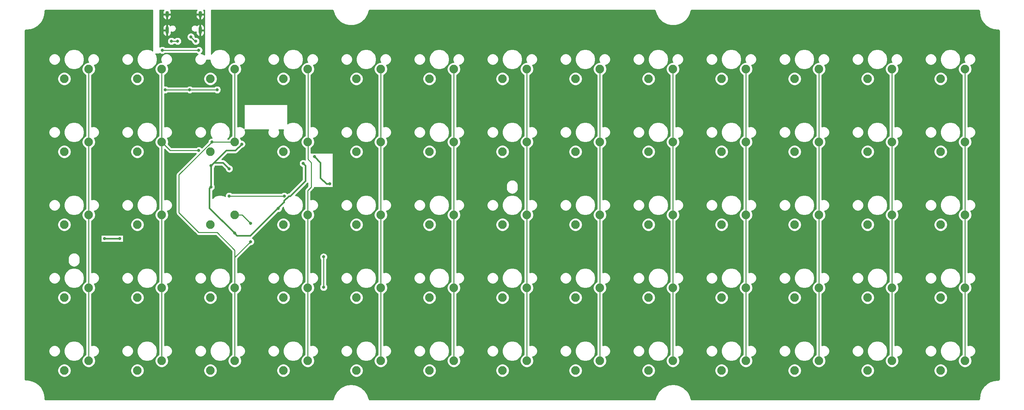
<source format=gbr>
G04 #@! TF.GenerationSoftware,KiCad,Pcbnew,5.1.9+dfsg1-1*
G04 #@! TF.CreationDate,2021-12-17T14:02:51+01:00*
G04 #@! TF.ProjectId,okey65-pcb,6f6b6579-3635-42d7-9063-622e6b696361,rev?*
G04 #@! TF.SameCoordinates,Original*
G04 #@! TF.FileFunction,Copper,L1,Top*
G04 #@! TF.FilePolarity,Positive*
%FSLAX46Y46*%
G04 Gerber Fmt 4.6, Leading zero omitted, Abs format (unit mm)*
G04 Created by KiCad (PCBNEW 5.1.9+dfsg1-1) date 2021-12-17 14:02:51*
%MOMM*%
%LPD*%
G01*
G04 APERTURE LIST*
G04 #@! TA.AperFunction,ComponentPad*
%ADD10C,2.250000*%
G04 #@! TD*
G04 #@! TA.AperFunction,ComponentPad*
%ADD11O,0.900000X1.700000*%
G04 #@! TD*
G04 #@! TA.AperFunction,ComponentPad*
%ADD12O,0.900000X2.000000*%
G04 #@! TD*
G04 #@! TA.AperFunction,ViaPad*
%ADD13C,0.800000*%
G04 #@! TD*
G04 #@! TA.AperFunction,Conductor*
%ADD14C,0.381000*%
G04 #@! TD*
G04 #@! TA.AperFunction,Conductor*
%ADD15C,0.254000*%
G04 #@! TD*
G04 #@! TA.AperFunction,Conductor*
%ADD16C,0.100000*%
G04 #@! TD*
G04 APERTURE END LIST*
D10*
X68897500Y-46355000D03*
X75247500Y-43815000D03*
X164147500Y-84455000D03*
X170497500Y-81915000D03*
X87947500Y-84455000D03*
X94297500Y-81915000D03*
X68897500Y-84455000D03*
X75247500Y-81915000D03*
X68897500Y-65405000D03*
X75247500Y-62865000D03*
X259397500Y-122555000D03*
X265747500Y-120015000D03*
X240347500Y-122555000D03*
X246697500Y-120015000D03*
X221297500Y-122555000D03*
X227647500Y-120015000D03*
X202247500Y-122555000D03*
X208597500Y-120015000D03*
X183197500Y-122555000D03*
X189547500Y-120015000D03*
X164147500Y-122555000D03*
X170497500Y-120015000D03*
X145097500Y-122555000D03*
X151447500Y-120015000D03*
X126047500Y-122555000D03*
X132397500Y-120015000D03*
X106997500Y-122555000D03*
X113347500Y-120015000D03*
X87947500Y-122555000D03*
X94297500Y-120015000D03*
X68897500Y-122555000D03*
X75247500Y-120015000D03*
X49847500Y-122555000D03*
X56197500Y-120015000D03*
X30797500Y-122555000D03*
X37147500Y-120015000D03*
X259397500Y-103505000D03*
X265747500Y-100965000D03*
X240347500Y-103505000D03*
X246697500Y-100965000D03*
X221297500Y-103505000D03*
X227647500Y-100965000D03*
X202247500Y-103505000D03*
X208597500Y-100965000D03*
X183197500Y-103505000D03*
X189547500Y-100965000D03*
X164147500Y-103505000D03*
X170497500Y-100965000D03*
X145097500Y-103505000D03*
X151447500Y-100965000D03*
X126047500Y-103505000D03*
X132397500Y-100965000D03*
X106997500Y-103505000D03*
X113347500Y-100965000D03*
X87947500Y-103505000D03*
X94297500Y-100965000D03*
X68897500Y-103505000D03*
X75247500Y-100965000D03*
X49847500Y-103505000D03*
X56197500Y-100965000D03*
X30797500Y-103505000D03*
X37147500Y-100965000D03*
X259397500Y-84455000D03*
X265747500Y-81915000D03*
X240347500Y-84455000D03*
X246697500Y-81915000D03*
X221297500Y-84455000D03*
X227647500Y-81915000D03*
X202247500Y-84455000D03*
X208597500Y-81915000D03*
X183197500Y-84455000D03*
X189547500Y-81915000D03*
X145097500Y-84455000D03*
X151447500Y-81915000D03*
X126047500Y-84455000D03*
X132397500Y-81915000D03*
X106997500Y-84455000D03*
X113347500Y-81915000D03*
X49847500Y-84455000D03*
X56197500Y-81915000D03*
X30797500Y-84455000D03*
X37147500Y-81915000D03*
X259397500Y-65405000D03*
X265747500Y-62865000D03*
X240347500Y-65405000D03*
X246697500Y-62865000D03*
X221297500Y-65405000D03*
X227647500Y-62865000D03*
X202247500Y-65405000D03*
X208597500Y-62865000D03*
X183197500Y-65405000D03*
X189547500Y-62865000D03*
X164147500Y-65405000D03*
X170497500Y-62865000D03*
X145097500Y-65405000D03*
X151447500Y-62865000D03*
X126047500Y-65405000D03*
X132397500Y-62865000D03*
X106997500Y-65405000D03*
X113347500Y-62865000D03*
X87947500Y-65405000D03*
X94297500Y-62865000D03*
X49847500Y-65405000D03*
X56197500Y-62865000D03*
X30797500Y-65405000D03*
X37147500Y-62865000D03*
X259397500Y-46355000D03*
X265747500Y-43815000D03*
X240347500Y-46355000D03*
X246697500Y-43815000D03*
X221297500Y-46355000D03*
X227647500Y-43815000D03*
X202247500Y-46355000D03*
X208597500Y-43815000D03*
X183197500Y-46355000D03*
X189547500Y-43815000D03*
X164147500Y-46355000D03*
X170497500Y-43815000D03*
X145097500Y-46355000D03*
X151447500Y-43815000D03*
X126047500Y-46355000D03*
X132397500Y-43815000D03*
X106997500Y-46355000D03*
X113347500Y-43815000D03*
X87947500Y-46355000D03*
X94297500Y-43815000D03*
X49847500Y-46355000D03*
X56197500Y-43815000D03*
X30797500Y-46355000D03*
X37147500Y-43815000D03*
D11*
X66232500Y-29510000D03*
X57592500Y-29510000D03*
D12*
X66232500Y-33680000D03*
X57592500Y-33680000D03*
D13*
X45243750Y-88106250D03*
X41275000Y-88106250D03*
X100012500Y-73818750D03*
X96043750Y-66675000D03*
X80899000Y-71247000D03*
X69056250Y-69056250D03*
X77066176Y-63427574D03*
X69056250Y-74612500D03*
X75229293Y-86695707D03*
X86610132Y-80228994D03*
X93091000Y-68453000D03*
X73818750Y-69850000D03*
X56356250Y-38893750D03*
X65881250Y-38893750D03*
X70643750Y-49212500D03*
X57150000Y-49212500D03*
X63500000Y-49212500D03*
X73818750Y-76993750D03*
X88158250Y-76993750D03*
X98425000Y-100806250D03*
X98425000Y-92868750D03*
X65087500Y-36512500D03*
X63810565Y-35404998D03*
X58722000Y-36512500D03*
X60325000Y-36512500D03*
X65881250Y-65087500D03*
X79375000Y-84137500D03*
X79375000Y-88900000D03*
X69288538Y-62865000D03*
D14*
X45243750Y-88106250D02*
X41275000Y-88106250D01*
X100012500Y-73818750D02*
X99218750Y-73818750D01*
X99218750Y-73818750D02*
X97631250Y-72231250D01*
X97631250Y-68262500D02*
X96043750Y-66675000D01*
X97631250Y-72231250D02*
X97631250Y-68262500D01*
X75406250Y-65087500D02*
X77066176Y-63427574D01*
X73025000Y-65087500D02*
X75406250Y-65087500D01*
X69056250Y-69056250D02*
X69056250Y-74612500D01*
X68656251Y-75012499D02*
X68656251Y-80122665D01*
X69056250Y-74612500D02*
X68656251Y-75012499D01*
X79342942Y-87312500D02*
X88103099Y-78552343D01*
X75846086Y-87312500D02*
X79342942Y-87312500D01*
X75229293Y-86695707D02*
X75846086Y-87312500D01*
X68656251Y-80122665D02*
X75229293Y-86695707D01*
X88103099Y-78230487D02*
X88103099Y-78578099D01*
X89696901Y-76990599D02*
X89342987Y-76990599D01*
X89342987Y-76990599D02*
X88103099Y-78230487D01*
X93662500Y-69024500D02*
X93662500Y-73025000D01*
X93662500Y-73025000D02*
X89696901Y-76990599D01*
X93662500Y-69024500D02*
X93091000Y-68453000D01*
X73818750Y-69850000D02*
X72231250Y-68262500D01*
X72231250Y-68262500D02*
X69850000Y-68262500D01*
X69850000Y-68262500D02*
X73025000Y-65087500D01*
X69056250Y-69056250D02*
X69850000Y-68262500D01*
D15*
X56356250Y-38893750D02*
X65881250Y-38893750D01*
X63500000Y-49212500D02*
X57150000Y-49212500D01*
X70643750Y-49212500D02*
X63500000Y-49212500D01*
X73818750Y-76993750D02*
X88158250Y-76993750D01*
X98425000Y-100806250D02*
X98425000Y-92868750D01*
X64918067Y-36512500D02*
X63810565Y-35404998D01*
X65087500Y-36512500D02*
X64918067Y-36512500D01*
X58722000Y-36512500D02*
X60325000Y-36512500D01*
X37147500Y-43815000D02*
X37147500Y-120015000D01*
X56197500Y-43815000D02*
X56197500Y-120015000D01*
X56197500Y-62865000D02*
X58420000Y-65087500D01*
X58420000Y-65087500D02*
X65881250Y-65087500D01*
X75247500Y-43815000D02*
X75247500Y-62865000D01*
X74612500Y-81280000D02*
X75247500Y-81915000D01*
X75315499Y-100897001D02*
X75247500Y-100965000D01*
X75247500Y-100965000D02*
X75247500Y-120015000D01*
X75247500Y-62865000D02*
X69288538Y-62865000D01*
X69288538Y-62865000D02*
X60716038Y-71437500D01*
X60716038Y-71437500D02*
X60716038Y-81353538D01*
X77152500Y-81915000D02*
X79375000Y-84137500D01*
X75247500Y-81915000D02*
X77152500Y-81915000D01*
X75247500Y-93027500D02*
X75247500Y-100965000D01*
X79375000Y-88900000D02*
X75247500Y-93027500D01*
X75247500Y-93027500D02*
X75247500Y-91122500D01*
X75247500Y-91122500D02*
X70643750Y-86518750D01*
X65881250Y-86518750D02*
X60716038Y-81353538D01*
X70643750Y-86518750D02*
X65881250Y-86518750D01*
X94297500Y-120015000D02*
X94297500Y-75565000D01*
X94297500Y-75565000D02*
X95250000Y-74612500D01*
X95250000Y-74612500D02*
X95250000Y-68262500D01*
X94365499Y-43882999D02*
X94297500Y-43815000D01*
X94365499Y-67377999D02*
X94365499Y-43882999D01*
X95250000Y-68262500D02*
X94365499Y-67377999D01*
X113347500Y-43815000D02*
X113347500Y-120015000D01*
X132397500Y-120015000D02*
X132397500Y-43815000D01*
X151447500Y-43815000D02*
X151447500Y-120015000D01*
X170497500Y-43815000D02*
X170497500Y-120015000D01*
X189547500Y-120015000D02*
X189547500Y-43815000D01*
X208597500Y-43815000D02*
X208597500Y-120015000D01*
X227647500Y-120015000D02*
X227647500Y-43815000D01*
X246697500Y-43815000D02*
X246697500Y-120015000D01*
X265747500Y-43815000D02*
X265747500Y-120015000D01*
X53848000Y-39089124D02*
X53632751Y-38945299D01*
X53154322Y-38747127D01*
X52646424Y-38646100D01*
X52128576Y-38646100D01*
X51620678Y-38747127D01*
X51142249Y-38945299D01*
X50711674Y-39233000D01*
X50345500Y-39599174D01*
X50057799Y-40029749D01*
X49859627Y-40508178D01*
X49758600Y-41016076D01*
X49758600Y-41533924D01*
X49859627Y-42041822D01*
X50057799Y-42520251D01*
X50345500Y-42950826D01*
X50711674Y-43317000D01*
X51142249Y-43604701D01*
X51620678Y-43802873D01*
X52128576Y-43903900D01*
X52646424Y-43903900D01*
X53154322Y-43802873D01*
X53543536Y-43641655D01*
X54437500Y-43641655D01*
X54437500Y-43988345D01*
X54505136Y-44328373D01*
X54637808Y-44648673D01*
X54830419Y-44936935D01*
X55075565Y-45182081D01*
X55363827Y-45374692D01*
X55435500Y-45404380D01*
X55435500Y-61275620D01*
X55363827Y-61305308D01*
X55075565Y-61497919D01*
X54830419Y-61743065D01*
X54637808Y-62031327D01*
X54505136Y-62351627D01*
X54437500Y-62691655D01*
X54437500Y-63038345D01*
X54505136Y-63378373D01*
X54637808Y-63698673D01*
X54830419Y-63986935D01*
X55075565Y-64232081D01*
X55363827Y-64424692D01*
X55435500Y-64454380D01*
X55435500Y-80325620D01*
X55363827Y-80355308D01*
X55075565Y-80547919D01*
X54830419Y-80793065D01*
X54637808Y-81081327D01*
X54505136Y-81401627D01*
X54437500Y-81741655D01*
X54437500Y-82088345D01*
X54505136Y-82428373D01*
X54637808Y-82748673D01*
X54830419Y-83036935D01*
X55075565Y-83282081D01*
X55363827Y-83474692D01*
X55435501Y-83504380D01*
X55435501Y-99375620D01*
X55363827Y-99405308D01*
X55075565Y-99597919D01*
X54830419Y-99843065D01*
X54637808Y-100131327D01*
X54505136Y-100451627D01*
X54437500Y-100791655D01*
X54437500Y-101138345D01*
X54505136Y-101478373D01*
X54637808Y-101798673D01*
X54830419Y-102086935D01*
X55075565Y-102332081D01*
X55363827Y-102524692D01*
X55435501Y-102554380D01*
X55435501Y-118425620D01*
X55363827Y-118455308D01*
X55075565Y-118647919D01*
X54830419Y-118893065D01*
X54637808Y-119181327D01*
X54505136Y-119501627D01*
X54437500Y-119841655D01*
X54437500Y-120188345D01*
X54505136Y-120528373D01*
X54637808Y-120848673D01*
X54830419Y-121136935D01*
X55075565Y-121382081D01*
X55363827Y-121574692D01*
X55684127Y-121707364D01*
X56024155Y-121775000D01*
X56370845Y-121775000D01*
X56710873Y-121707364D01*
X57031173Y-121574692D01*
X57319435Y-121382081D01*
X57564581Y-121136935D01*
X57757192Y-120848673D01*
X57889864Y-120528373D01*
X57957500Y-120188345D01*
X57957500Y-119841655D01*
X57889864Y-119501627D01*
X57757192Y-119181327D01*
X57624862Y-118983281D01*
X57907951Y-118926971D01*
X58182753Y-118813144D01*
X58430069Y-118647893D01*
X58640393Y-118437569D01*
X58805644Y-118190253D01*
X58919471Y-117915451D01*
X58977500Y-117623722D01*
X58977500Y-117326278D01*
X64847500Y-117326278D01*
X64847500Y-117623722D01*
X64905529Y-117915451D01*
X65019356Y-118190253D01*
X65184607Y-118437569D01*
X65394931Y-118647893D01*
X65642247Y-118813144D01*
X65917049Y-118926971D01*
X66208778Y-118985000D01*
X66506222Y-118985000D01*
X66797951Y-118926971D01*
X67072753Y-118813144D01*
X67320069Y-118647893D01*
X67530393Y-118437569D01*
X67695644Y-118190253D01*
X67809471Y-117915451D01*
X67867500Y-117623722D01*
X67867500Y-117326278D01*
X67845580Y-117216076D01*
X68808600Y-117216076D01*
X68808600Y-117733924D01*
X68909627Y-118241822D01*
X69107799Y-118720251D01*
X69395500Y-119150826D01*
X69761674Y-119517000D01*
X70192249Y-119804701D01*
X70670678Y-120002873D01*
X71178576Y-120103900D01*
X71696424Y-120103900D01*
X72204322Y-120002873D01*
X72682751Y-119804701D01*
X73113326Y-119517000D01*
X73479500Y-119150826D01*
X73767201Y-118720251D01*
X73965373Y-118241822D01*
X74066400Y-117733924D01*
X74066400Y-117216076D01*
X73965373Y-116708178D01*
X73767201Y-116229749D01*
X73479500Y-115799174D01*
X73113326Y-115433000D01*
X72682751Y-115145299D01*
X72204322Y-114947127D01*
X71696424Y-114846100D01*
X71178576Y-114846100D01*
X70670678Y-114947127D01*
X70192249Y-115145299D01*
X69761674Y-115433000D01*
X69395500Y-115799174D01*
X69107799Y-116229749D01*
X68909627Y-116708178D01*
X68808600Y-117216076D01*
X67845580Y-117216076D01*
X67809471Y-117034549D01*
X67695644Y-116759747D01*
X67530393Y-116512431D01*
X67320069Y-116302107D01*
X67072753Y-116136856D01*
X66797951Y-116023029D01*
X66506222Y-115965000D01*
X66208778Y-115965000D01*
X65917049Y-116023029D01*
X65642247Y-116136856D01*
X65394931Y-116302107D01*
X65184607Y-116512431D01*
X65019356Y-116759747D01*
X64905529Y-117034549D01*
X64847500Y-117326278D01*
X58977500Y-117326278D01*
X58919471Y-117034549D01*
X58805644Y-116759747D01*
X58640393Y-116512431D01*
X58430069Y-116302107D01*
X58182753Y-116136856D01*
X57907951Y-116023029D01*
X57616222Y-115965000D01*
X57318778Y-115965000D01*
X57027049Y-116023029D01*
X56959500Y-116051009D01*
X56959500Y-103331655D01*
X67137500Y-103331655D01*
X67137500Y-103678345D01*
X67205136Y-104018373D01*
X67337808Y-104338673D01*
X67530419Y-104626935D01*
X67775565Y-104872081D01*
X68063827Y-105064692D01*
X68384127Y-105197364D01*
X68724155Y-105265000D01*
X69070845Y-105265000D01*
X69410873Y-105197364D01*
X69731173Y-105064692D01*
X70019435Y-104872081D01*
X70264581Y-104626935D01*
X70457192Y-104338673D01*
X70589864Y-104018373D01*
X70657500Y-103678345D01*
X70657500Y-103331655D01*
X70589864Y-102991627D01*
X70457192Y-102671327D01*
X70264581Y-102383065D01*
X70019435Y-102137919D01*
X69731173Y-101945308D01*
X69410873Y-101812636D01*
X69070845Y-101745000D01*
X68724155Y-101745000D01*
X68384127Y-101812636D01*
X68063827Y-101945308D01*
X67775565Y-102137919D01*
X67530419Y-102383065D01*
X67337808Y-102671327D01*
X67205136Y-102991627D01*
X67137500Y-103331655D01*
X56959500Y-103331655D01*
X56959500Y-102554380D01*
X57031173Y-102524692D01*
X57319435Y-102332081D01*
X57564581Y-102086935D01*
X57757192Y-101798673D01*
X57889864Y-101478373D01*
X57957500Y-101138345D01*
X57957500Y-100791655D01*
X57889864Y-100451627D01*
X57757192Y-100131327D01*
X57624862Y-99933281D01*
X57907951Y-99876971D01*
X58182753Y-99763144D01*
X58430069Y-99597893D01*
X58640393Y-99387569D01*
X58805644Y-99140253D01*
X58919471Y-98865451D01*
X58977500Y-98573722D01*
X58977500Y-98276278D01*
X64847500Y-98276278D01*
X64847500Y-98573722D01*
X64905529Y-98865451D01*
X65019356Y-99140253D01*
X65184607Y-99387569D01*
X65394931Y-99597893D01*
X65642247Y-99763144D01*
X65917049Y-99876971D01*
X66208778Y-99935000D01*
X66506222Y-99935000D01*
X66797951Y-99876971D01*
X67072753Y-99763144D01*
X67320069Y-99597893D01*
X67530393Y-99387569D01*
X67695644Y-99140253D01*
X67809471Y-98865451D01*
X67867500Y-98573722D01*
X67867500Y-98276278D01*
X67845580Y-98166076D01*
X68808600Y-98166076D01*
X68808600Y-98683924D01*
X68909627Y-99191822D01*
X69107799Y-99670251D01*
X69395500Y-100100826D01*
X69761674Y-100467000D01*
X70192249Y-100754701D01*
X70670678Y-100952873D01*
X71178576Y-101053900D01*
X71696424Y-101053900D01*
X72204322Y-100952873D01*
X72682751Y-100754701D01*
X73113326Y-100467000D01*
X73479500Y-100100826D01*
X73767201Y-99670251D01*
X73965373Y-99191822D01*
X74066400Y-98683924D01*
X74066400Y-98166076D01*
X73965373Y-97658178D01*
X73767201Y-97179749D01*
X73479500Y-96749174D01*
X73113326Y-96383000D01*
X72682751Y-96095299D01*
X72204322Y-95897127D01*
X71696424Y-95796100D01*
X71178576Y-95796100D01*
X70670678Y-95897127D01*
X70192249Y-96095299D01*
X69761674Y-96383000D01*
X69395500Y-96749174D01*
X69107799Y-97179749D01*
X68909627Y-97658178D01*
X68808600Y-98166076D01*
X67845580Y-98166076D01*
X67809471Y-97984549D01*
X67695644Y-97709747D01*
X67530393Y-97462431D01*
X67320069Y-97252107D01*
X67072753Y-97086856D01*
X66797951Y-96973029D01*
X66506222Y-96915000D01*
X66208778Y-96915000D01*
X65917049Y-96973029D01*
X65642247Y-97086856D01*
X65394931Y-97252107D01*
X65184607Y-97462431D01*
X65019356Y-97709747D01*
X64905529Y-97984549D01*
X64847500Y-98276278D01*
X58977500Y-98276278D01*
X58919471Y-97984549D01*
X58805644Y-97709747D01*
X58640393Y-97462431D01*
X58430069Y-97252107D01*
X58182753Y-97086856D01*
X57907951Y-96973029D01*
X57616222Y-96915000D01*
X57318778Y-96915000D01*
X57027049Y-96973029D01*
X56959500Y-97001009D01*
X56959500Y-83504380D01*
X57031173Y-83474692D01*
X57319435Y-83282081D01*
X57564581Y-83036935D01*
X57757192Y-82748673D01*
X57889864Y-82428373D01*
X57957500Y-82088345D01*
X57957500Y-81741655D01*
X57889864Y-81401627D01*
X57757192Y-81081327D01*
X57624862Y-80883281D01*
X57907951Y-80826971D01*
X58182753Y-80713144D01*
X58430069Y-80547893D01*
X58640393Y-80337569D01*
X58805644Y-80090253D01*
X58919471Y-79815451D01*
X58977500Y-79523722D01*
X58977500Y-79226278D01*
X58919471Y-78934549D01*
X58805644Y-78659747D01*
X58640393Y-78412431D01*
X58430069Y-78202107D01*
X58182753Y-78036856D01*
X57907951Y-77923029D01*
X57616222Y-77865000D01*
X57318778Y-77865000D01*
X57027049Y-77923029D01*
X56959500Y-77951009D01*
X56959500Y-64704630D01*
X57854716Y-65599846D01*
X57878578Y-65628922D01*
X57933555Y-65674040D01*
X57994607Y-65724145D01*
X58037879Y-65747274D01*
X58126985Y-65794902D01*
X58270622Y-65838474D01*
X58382574Y-65849500D01*
X58382577Y-65849500D01*
X58420000Y-65853186D01*
X58457423Y-65849500D01*
X65179539Y-65849500D01*
X65202973Y-65872934D01*
X60203692Y-70872216D01*
X60174616Y-70896078D01*
X60119021Y-70963822D01*
X60079393Y-71012108D01*
X60041573Y-71082865D01*
X60008636Y-71144486D01*
X59965064Y-71288123D01*
X59954038Y-71400074D01*
X59950352Y-71437500D01*
X59954038Y-71474923D01*
X59954039Y-81316105D01*
X59950352Y-81353538D01*
X59965065Y-81502916D01*
X60008637Y-81646553D01*
X60079393Y-81778930D01*
X60150759Y-81865889D01*
X60174617Y-81894960D01*
X60203687Y-81918817D01*
X65315970Y-87031101D01*
X65339828Y-87060172D01*
X65368898Y-87084029D01*
X65455857Y-87155395D01*
X65516745Y-87187940D01*
X65588235Y-87226152D01*
X65731872Y-87269724D01*
X65843824Y-87280750D01*
X65843827Y-87280750D01*
X65881250Y-87284436D01*
X65918673Y-87280750D01*
X70328120Y-87280750D01*
X74485501Y-91438131D01*
X74485500Y-92990074D01*
X74481814Y-93027500D01*
X74485500Y-93064923D01*
X74485501Y-99375620D01*
X74413827Y-99405308D01*
X74125565Y-99597919D01*
X73880419Y-99843065D01*
X73687808Y-100131327D01*
X73555136Y-100451627D01*
X73487500Y-100791655D01*
X73487500Y-101138345D01*
X73555136Y-101478373D01*
X73687808Y-101798673D01*
X73880419Y-102086935D01*
X74125565Y-102332081D01*
X74413827Y-102524692D01*
X74485500Y-102554380D01*
X74485501Y-118425620D01*
X74413827Y-118455308D01*
X74125565Y-118647919D01*
X73880419Y-118893065D01*
X73687808Y-119181327D01*
X73555136Y-119501627D01*
X73487500Y-119841655D01*
X73487500Y-120188345D01*
X73555136Y-120528373D01*
X73687808Y-120848673D01*
X73880419Y-121136935D01*
X74125565Y-121382081D01*
X74413827Y-121574692D01*
X74734127Y-121707364D01*
X75074155Y-121775000D01*
X75420845Y-121775000D01*
X75760873Y-121707364D01*
X76081173Y-121574692D01*
X76369435Y-121382081D01*
X76614581Y-121136935D01*
X76807192Y-120848673D01*
X76939864Y-120528373D01*
X77007500Y-120188345D01*
X77007500Y-119841655D01*
X76939864Y-119501627D01*
X76807192Y-119181327D01*
X76674862Y-118983281D01*
X76957951Y-118926971D01*
X77232753Y-118813144D01*
X77480069Y-118647893D01*
X77690393Y-118437569D01*
X77855644Y-118190253D01*
X77969471Y-117915451D01*
X78027500Y-117623722D01*
X78027500Y-117326278D01*
X83897500Y-117326278D01*
X83897500Y-117623722D01*
X83955529Y-117915451D01*
X84069356Y-118190253D01*
X84234607Y-118437569D01*
X84444931Y-118647893D01*
X84692247Y-118813144D01*
X84967049Y-118926971D01*
X85258778Y-118985000D01*
X85556222Y-118985000D01*
X85847951Y-118926971D01*
X86122753Y-118813144D01*
X86370069Y-118647893D01*
X86580393Y-118437569D01*
X86745644Y-118190253D01*
X86859471Y-117915451D01*
X86917500Y-117623722D01*
X86917500Y-117326278D01*
X86895580Y-117216076D01*
X87858600Y-117216076D01*
X87858600Y-117733924D01*
X87959627Y-118241822D01*
X88157799Y-118720251D01*
X88445500Y-119150826D01*
X88811674Y-119517000D01*
X89242249Y-119804701D01*
X89720678Y-120002873D01*
X90228576Y-120103900D01*
X90746424Y-120103900D01*
X91254322Y-120002873D01*
X91732751Y-119804701D01*
X92163326Y-119517000D01*
X92529500Y-119150826D01*
X92817201Y-118720251D01*
X93015373Y-118241822D01*
X93116400Y-117733924D01*
X93116400Y-117216076D01*
X93015373Y-116708178D01*
X92817201Y-116229749D01*
X92529500Y-115799174D01*
X92163326Y-115433000D01*
X91732751Y-115145299D01*
X91254322Y-114947127D01*
X90746424Y-114846100D01*
X90228576Y-114846100D01*
X89720678Y-114947127D01*
X89242249Y-115145299D01*
X88811674Y-115433000D01*
X88445500Y-115799174D01*
X88157799Y-116229749D01*
X87959627Y-116708178D01*
X87858600Y-117216076D01*
X86895580Y-117216076D01*
X86859471Y-117034549D01*
X86745644Y-116759747D01*
X86580393Y-116512431D01*
X86370069Y-116302107D01*
X86122753Y-116136856D01*
X85847951Y-116023029D01*
X85556222Y-115965000D01*
X85258778Y-115965000D01*
X84967049Y-116023029D01*
X84692247Y-116136856D01*
X84444931Y-116302107D01*
X84234607Y-116512431D01*
X84069356Y-116759747D01*
X83955529Y-117034549D01*
X83897500Y-117326278D01*
X78027500Y-117326278D01*
X77969471Y-117034549D01*
X77855644Y-116759747D01*
X77690393Y-116512431D01*
X77480069Y-116302107D01*
X77232753Y-116136856D01*
X76957951Y-116023029D01*
X76666222Y-115965000D01*
X76368778Y-115965000D01*
X76077049Y-116023029D01*
X76009500Y-116051009D01*
X76009500Y-103331655D01*
X86187500Y-103331655D01*
X86187500Y-103678345D01*
X86255136Y-104018373D01*
X86387808Y-104338673D01*
X86580419Y-104626935D01*
X86825565Y-104872081D01*
X87113827Y-105064692D01*
X87434127Y-105197364D01*
X87774155Y-105265000D01*
X88120845Y-105265000D01*
X88460873Y-105197364D01*
X88781173Y-105064692D01*
X89069435Y-104872081D01*
X89314581Y-104626935D01*
X89507192Y-104338673D01*
X89639864Y-104018373D01*
X89707500Y-103678345D01*
X89707500Y-103331655D01*
X89639864Y-102991627D01*
X89507192Y-102671327D01*
X89314581Y-102383065D01*
X89069435Y-102137919D01*
X88781173Y-101945308D01*
X88460873Y-101812636D01*
X88120845Y-101745000D01*
X87774155Y-101745000D01*
X87434127Y-101812636D01*
X87113827Y-101945308D01*
X86825565Y-102137919D01*
X86580419Y-102383065D01*
X86387808Y-102671327D01*
X86255136Y-102991627D01*
X86187500Y-103331655D01*
X76009500Y-103331655D01*
X76009500Y-102554380D01*
X76081173Y-102524692D01*
X76369435Y-102332081D01*
X76614581Y-102086935D01*
X76807192Y-101798673D01*
X76939864Y-101478373D01*
X77007500Y-101138345D01*
X77007500Y-100791655D01*
X76939864Y-100451627D01*
X76807192Y-100131327D01*
X76674862Y-99933281D01*
X76957951Y-99876971D01*
X77232753Y-99763144D01*
X77480069Y-99597893D01*
X77690393Y-99387569D01*
X77855644Y-99140253D01*
X77969471Y-98865451D01*
X78027500Y-98573722D01*
X78027500Y-98276278D01*
X83897500Y-98276278D01*
X83897500Y-98573722D01*
X83955529Y-98865451D01*
X84069356Y-99140253D01*
X84234607Y-99387569D01*
X84444931Y-99597893D01*
X84692247Y-99763144D01*
X84967049Y-99876971D01*
X85258778Y-99935000D01*
X85556222Y-99935000D01*
X85847951Y-99876971D01*
X86122753Y-99763144D01*
X86370069Y-99597893D01*
X86580393Y-99387569D01*
X86745644Y-99140253D01*
X86859471Y-98865451D01*
X86917500Y-98573722D01*
X86917500Y-98276278D01*
X86895580Y-98166076D01*
X87858600Y-98166076D01*
X87858600Y-98683924D01*
X87959627Y-99191822D01*
X88157799Y-99670251D01*
X88445500Y-100100826D01*
X88811674Y-100467000D01*
X89242249Y-100754701D01*
X89720678Y-100952873D01*
X90228576Y-101053900D01*
X90746424Y-101053900D01*
X91254322Y-100952873D01*
X91732751Y-100754701D01*
X92163326Y-100467000D01*
X92529500Y-100100826D01*
X92817201Y-99670251D01*
X93015373Y-99191822D01*
X93116400Y-98683924D01*
X93116400Y-98166076D01*
X93015373Y-97658178D01*
X92817201Y-97179749D01*
X92529500Y-96749174D01*
X92163326Y-96383000D01*
X91732751Y-96095299D01*
X91254322Y-95897127D01*
X90746424Y-95796100D01*
X90228576Y-95796100D01*
X89720678Y-95897127D01*
X89242249Y-96095299D01*
X88811674Y-96383000D01*
X88445500Y-96749174D01*
X88157799Y-97179749D01*
X87959627Y-97658178D01*
X87858600Y-98166076D01*
X86895580Y-98166076D01*
X86859471Y-97984549D01*
X86745644Y-97709747D01*
X86580393Y-97462431D01*
X86370069Y-97252107D01*
X86122753Y-97086856D01*
X85847951Y-96973029D01*
X85556222Y-96915000D01*
X85258778Y-96915000D01*
X84967049Y-96973029D01*
X84692247Y-97086856D01*
X84444931Y-97252107D01*
X84234607Y-97462431D01*
X84069356Y-97709747D01*
X83955529Y-97984549D01*
X83897500Y-98276278D01*
X78027500Y-98276278D01*
X77969471Y-97984549D01*
X77855644Y-97709747D01*
X77690393Y-97462431D01*
X77480069Y-97252107D01*
X77232753Y-97086856D01*
X76957951Y-96973029D01*
X76666222Y-96915000D01*
X76368778Y-96915000D01*
X76077049Y-96973029D01*
X76009500Y-97001009D01*
X76009500Y-93343130D01*
X79417631Y-89935000D01*
X79476939Y-89935000D01*
X79676898Y-89895226D01*
X79865256Y-89817205D01*
X80034774Y-89703937D01*
X80178937Y-89559774D01*
X80292205Y-89390256D01*
X80370226Y-89201898D01*
X80410000Y-89001939D01*
X80410000Y-88798061D01*
X80370226Y-88598102D01*
X80292205Y-88409744D01*
X80178937Y-88240226D01*
X80034774Y-88096063D01*
X79865256Y-87982795D01*
X79840117Y-87972382D01*
X79929483Y-87899041D01*
X79955340Y-87867534D01*
X83541220Y-84281655D01*
X86187500Y-84281655D01*
X86187500Y-84628345D01*
X86255136Y-84968373D01*
X86387808Y-85288673D01*
X86580419Y-85576935D01*
X86825565Y-85822081D01*
X87113827Y-86014692D01*
X87434127Y-86147364D01*
X87774155Y-86215000D01*
X88120845Y-86215000D01*
X88460873Y-86147364D01*
X88781173Y-86014692D01*
X89069435Y-85822081D01*
X89314581Y-85576935D01*
X89507192Y-85288673D01*
X89639864Y-84968373D01*
X89707500Y-84628345D01*
X89707500Y-84281655D01*
X89639864Y-83941627D01*
X89507192Y-83621327D01*
X89314581Y-83333065D01*
X89069435Y-83087919D01*
X88781173Y-82895308D01*
X88460873Y-82762636D01*
X88120845Y-82695000D01*
X87774155Y-82695000D01*
X87434127Y-82762636D01*
X87113827Y-82895308D01*
X86825565Y-83087919D01*
X86580419Y-83333065D01*
X86387808Y-83621327D01*
X86255136Y-83941627D01*
X86187500Y-84281655D01*
X83541220Y-84281655D01*
X86558882Y-81263994D01*
X86712071Y-81263994D01*
X86912030Y-81224220D01*
X87100388Y-81146199D01*
X87269906Y-81032931D01*
X87414069Y-80888768D01*
X87527337Y-80719250D01*
X87605358Y-80530892D01*
X87645132Y-80330933D01*
X87645132Y-80177744D01*
X87913409Y-79909467D01*
X87959627Y-80141822D01*
X88157799Y-80620251D01*
X88445500Y-81050826D01*
X88811674Y-81417000D01*
X89242249Y-81704701D01*
X89720678Y-81902873D01*
X90228576Y-82003900D01*
X90746424Y-82003900D01*
X91254322Y-81902873D01*
X91732751Y-81704701D01*
X92163326Y-81417000D01*
X92529500Y-81050826D01*
X92817201Y-80620251D01*
X93015373Y-80141822D01*
X93116400Y-79633924D01*
X93116400Y-79116076D01*
X93015373Y-78608178D01*
X92817201Y-78129749D01*
X92529500Y-77699174D01*
X92163326Y-77333000D01*
X91732751Y-77045299D01*
X91254322Y-76847127D01*
X91048705Y-76806227D01*
X94217545Y-73637389D01*
X94249041Y-73611541D01*
X94274889Y-73580045D01*
X94274892Y-73580042D01*
X94329250Y-73513806D01*
X94329250Y-74455619D01*
X93785149Y-74999721D01*
X93756079Y-75023578D01*
X93732222Y-75052648D01*
X93732221Y-75052649D01*
X93660855Y-75139608D01*
X93590099Y-75271985D01*
X93546527Y-75415622D01*
X93531814Y-75565000D01*
X93535501Y-75602433D01*
X93535501Y-80325620D01*
X93463827Y-80355308D01*
X93175565Y-80547919D01*
X92930419Y-80793065D01*
X92737808Y-81081327D01*
X92605136Y-81401627D01*
X92537500Y-81741655D01*
X92537500Y-82088345D01*
X92605136Y-82428373D01*
X92737808Y-82748673D01*
X92930419Y-83036935D01*
X93175565Y-83282081D01*
X93463827Y-83474692D01*
X93535501Y-83504380D01*
X93535500Y-99375620D01*
X93463827Y-99405308D01*
X93175565Y-99597919D01*
X92930419Y-99843065D01*
X92737808Y-100131327D01*
X92605136Y-100451627D01*
X92537500Y-100791655D01*
X92537500Y-101138345D01*
X92605136Y-101478373D01*
X92737808Y-101798673D01*
X92930419Y-102086935D01*
X93175565Y-102332081D01*
X93463827Y-102524692D01*
X93535500Y-102554380D01*
X93535500Y-118425620D01*
X93463827Y-118455308D01*
X93175565Y-118647919D01*
X92930419Y-118893065D01*
X92737808Y-119181327D01*
X92605136Y-119501627D01*
X92537500Y-119841655D01*
X92537500Y-120188345D01*
X92605136Y-120528373D01*
X92737808Y-120848673D01*
X92930419Y-121136935D01*
X93175565Y-121382081D01*
X93463827Y-121574692D01*
X93784127Y-121707364D01*
X94124155Y-121775000D01*
X94470845Y-121775000D01*
X94810873Y-121707364D01*
X95131173Y-121574692D01*
X95419435Y-121382081D01*
X95664581Y-121136935D01*
X95857192Y-120848673D01*
X95989864Y-120528373D01*
X96057500Y-120188345D01*
X96057500Y-119841655D01*
X95989864Y-119501627D01*
X95857192Y-119181327D01*
X95724862Y-118983281D01*
X96007951Y-118926971D01*
X96282753Y-118813144D01*
X96530069Y-118647893D01*
X96740393Y-118437569D01*
X96905644Y-118190253D01*
X97019471Y-117915451D01*
X97077500Y-117623722D01*
X97077500Y-117326278D01*
X102947500Y-117326278D01*
X102947500Y-117623722D01*
X103005529Y-117915451D01*
X103119356Y-118190253D01*
X103284607Y-118437569D01*
X103494931Y-118647893D01*
X103742247Y-118813144D01*
X104017049Y-118926971D01*
X104308778Y-118985000D01*
X104606222Y-118985000D01*
X104897951Y-118926971D01*
X105172753Y-118813144D01*
X105420069Y-118647893D01*
X105630393Y-118437569D01*
X105795644Y-118190253D01*
X105909471Y-117915451D01*
X105967500Y-117623722D01*
X105967500Y-117326278D01*
X105945580Y-117216076D01*
X106908600Y-117216076D01*
X106908600Y-117733924D01*
X107009627Y-118241822D01*
X107207799Y-118720251D01*
X107495500Y-119150826D01*
X107861674Y-119517000D01*
X108292249Y-119804701D01*
X108770678Y-120002873D01*
X109278576Y-120103900D01*
X109796424Y-120103900D01*
X110304322Y-120002873D01*
X110782751Y-119804701D01*
X111213326Y-119517000D01*
X111579500Y-119150826D01*
X111867201Y-118720251D01*
X112065373Y-118241822D01*
X112166400Y-117733924D01*
X112166400Y-117216076D01*
X112065373Y-116708178D01*
X111867201Y-116229749D01*
X111579500Y-115799174D01*
X111213326Y-115433000D01*
X110782751Y-115145299D01*
X110304322Y-114947127D01*
X109796424Y-114846100D01*
X109278576Y-114846100D01*
X108770678Y-114947127D01*
X108292249Y-115145299D01*
X107861674Y-115433000D01*
X107495500Y-115799174D01*
X107207799Y-116229749D01*
X107009627Y-116708178D01*
X106908600Y-117216076D01*
X105945580Y-117216076D01*
X105909471Y-117034549D01*
X105795644Y-116759747D01*
X105630393Y-116512431D01*
X105420069Y-116302107D01*
X105172753Y-116136856D01*
X104897951Y-116023029D01*
X104606222Y-115965000D01*
X104308778Y-115965000D01*
X104017049Y-116023029D01*
X103742247Y-116136856D01*
X103494931Y-116302107D01*
X103284607Y-116512431D01*
X103119356Y-116759747D01*
X103005529Y-117034549D01*
X102947500Y-117326278D01*
X97077500Y-117326278D01*
X97019471Y-117034549D01*
X96905644Y-116759747D01*
X96740393Y-116512431D01*
X96530069Y-116302107D01*
X96282753Y-116136856D01*
X96007951Y-116023029D01*
X95716222Y-115965000D01*
X95418778Y-115965000D01*
X95127049Y-116023029D01*
X95059500Y-116051009D01*
X95059500Y-103331655D01*
X105237500Y-103331655D01*
X105237500Y-103678345D01*
X105305136Y-104018373D01*
X105437808Y-104338673D01*
X105630419Y-104626935D01*
X105875565Y-104872081D01*
X106163827Y-105064692D01*
X106484127Y-105197364D01*
X106824155Y-105265000D01*
X107170845Y-105265000D01*
X107510873Y-105197364D01*
X107831173Y-105064692D01*
X108119435Y-104872081D01*
X108364581Y-104626935D01*
X108557192Y-104338673D01*
X108689864Y-104018373D01*
X108757500Y-103678345D01*
X108757500Y-103331655D01*
X108689864Y-102991627D01*
X108557192Y-102671327D01*
X108364581Y-102383065D01*
X108119435Y-102137919D01*
X107831173Y-101945308D01*
X107510873Y-101812636D01*
X107170845Y-101745000D01*
X106824155Y-101745000D01*
X106484127Y-101812636D01*
X106163827Y-101945308D01*
X105875565Y-102137919D01*
X105630419Y-102383065D01*
X105437808Y-102671327D01*
X105305136Y-102991627D01*
X105237500Y-103331655D01*
X95059500Y-103331655D01*
X95059500Y-102554380D01*
X95131173Y-102524692D01*
X95419435Y-102332081D01*
X95664581Y-102086935D01*
X95857192Y-101798673D01*
X95989864Y-101478373D01*
X96057500Y-101138345D01*
X96057500Y-100791655D01*
X95989864Y-100451627D01*
X95857192Y-100131327D01*
X95724862Y-99933281D01*
X96007951Y-99876971D01*
X96282753Y-99763144D01*
X96530069Y-99597893D01*
X96740393Y-99387569D01*
X96905644Y-99140253D01*
X97019471Y-98865451D01*
X97077500Y-98573722D01*
X97077500Y-98276278D01*
X97019471Y-97984549D01*
X96905644Y-97709747D01*
X96740393Y-97462431D01*
X96530069Y-97252107D01*
X96282753Y-97086856D01*
X96007951Y-96973029D01*
X95716222Y-96915000D01*
X95418778Y-96915000D01*
X95127049Y-96973029D01*
X95059500Y-97001009D01*
X95059500Y-92766811D01*
X97390000Y-92766811D01*
X97390000Y-92970689D01*
X97429774Y-93170648D01*
X97507795Y-93359006D01*
X97621063Y-93528524D01*
X97663001Y-93570462D01*
X97663000Y-100104539D01*
X97621063Y-100146476D01*
X97507795Y-100315994D01*
X97429774Y-100504352D01*
X97390000Y-100704311D01*
X97390000Y-100908189D01*
X97429774Y-101108148D01*
X97507795Y-101296506D01*
X97621063Y-101466024D01*
X97765226Y-101610187D01*
X97934744Y-101723455D01*
X98123102Y-101801476D01*
X98323061Y-101841250D01*
X98526939Y-101841250D01*
X98726898Y-101801476D01*
X98915256Y-101723455D01*
X99084774Y-101610187D01*
X99228937Y-101466024D01*
X99342205Y-101296506D01*
X99420226Y-101108148D01*
X99460000Y-100908189D01*
X99460000Y-100704311D01*
X99420226Y-100504352D01*
X99342205Y-100315994D01*
X99228937Y-100146476D01*
X99187000Y-100104539D01*
X99187000Y-98276278D01*
X102947500Y-98276278D01*
X102947500Y-98573722D01*
X103005529Y-98865451D01*
X103119356Y-99140253D01*
X103284607Y-99387569D01*
X103494931Y-99597893D01*
X103742247Y-99763144D01*
X104017049Y-99876971D01*
X104308778Y-99935000D01*
X104606222Y-99935000D01*
X104897951Y-99876971D01*
X105172753Y-99763144D01*
X105420069Y-99597893D01*
X105630393Y-99387569D01*
X105795644Y-99140253D01*
X105909471Y-98865451D01*
X105967500Y-98573722D01*
X105967500Y-98276278D01*
X105945580Y-98166076D01*
X106908600Y-98166076D01*
X106908600Y-98683924D01*
X107009627Y-99191822D01*
X107207799Y-99670251D01*
X107495500Y-100100826D01*
X107861674Y-100467000D01*
X108292249Y-100754701D01*
X108770678Y-100952873D01*
X109278576Y-101053900D01*
X109796424Y-101053900D01*
X110304322Y-100952873D01*
X110782751Y-100754701D01*
X111213326Y-100467000D01*
X111579500Y-100100826D01*
X111867201Y-99670251D01*
X112065373Y-99191822D01*
X112166400Y-98683924D01*
X112166400Y-98166076D01*
X112065373Y-97658178D01*
X111867201Y-97179749D01*
X111579500Y-96749174D01*
X111213326Y-96383000D01*
X110782751Y-96095299D01*
X110304322Y-95897127D01*
X109796424Y-95796100D01*
X109278576Y-95796100D01*
X108770678Y-95897127D01*
X108292249Y-96095299D01*
X107861674Y-96383000D01*
X107495500Y-96749174D01*
X107207799Y-97179749D01*
X107009627Y-97658178D01*
X106908600Y-98166076D01*
X105945580Y-98166076D01*
X105909471Y-97984549D01*
X105795644Y-97709747D01*
X105630393Y-97462431D01*
X105420069Y-97252107D01*
X105172753Y-97086856D01*
X104897951Y-96973029D01*
X104606222Y-96915000D01*
X104308778Y-96915000D01*
X104017049Y-96973029D01*
X103742247Y-97086856D01*
X103494931Y-97252107D01*
X103284607Y-97462431D01*
X103119356Y-97709747D01*
X103005529Y-97984549D01*
X102947500Y-98276278D01*
X99187000Y-98276278D01*
X99187000Y-93570461D01*
X99228937Y-93528524D01*
X99342205Y-93359006D01*
X99420226Y-93170648D01*
X99460000Y-92970689D01*
X99460000Y-92766811D01*
X99420226Y-92566852D01*
X99342205Y-92378494D01*
X99228937Y-92208976D01*
X99084774Y-92064813D01*
X98915256Y-91951545D01*
X98726898Y-91873524D01*
X98526939Y-91833750D01*
X98323061Y-91833750D01*
X98123102Y-91873524D01*
X97934744Y-91951545D01*
X97765226Y-92064813D01*
X97621063Y-92208976D01*
X97507795Y-92378494D01*
X97429774Y-92566852D01*
X97390000Y-92766811D01*
X95059500Y-92766811D01*
X95059500Y-84281655D01*
X105237500Y-84281655D01*
X105237500Y-84628345D01*
X105305136Y-84968373D01*
X105437808Y-85288673D01*
X105630419Y-85576935D01*
X105875565Y-85822081D01*
X106163827Y-86014692D01*
X106484127Y-86147364D01*
X106824155Y-86215000D01*
X107170845Y-86215000D01*
X107510873Y-86147364D01*
X107831173Y-86014692D01*
X108119435Y-85822081D01*
X108364581Y-85576935D01*
X108557192Y-85288673D01*
X108689864Y-84968373D01*
X108757500Y-84628345D01*
X108757500Y-84281655D01*
X108689864Y-83941627D01*
X108557192Y-83621327D01*
X108364581Y-83333065D01*
X108119435Y-83087919D01*
X107831173Y-82895308D01*
X107510873Y-82762636D01*
X107170845Y-82695000D01*
X106824155Y-82695000D01*
X106484127Y-82762636D01*
X106163827Y-82895308D01*
X105875565Y-83087919D01*
X105630419Y-83333065D01*
X105437808Y-83621327D01*
X105305136Y-83941627D01*
X105237500Y-84281655D01*
X95059500Y-84281655D01*
X95059500Y-83504380D01*
X95131173Y-83474692D01*
X95419435Y-83282081D01*
X95664581Y-83036935D01*
X95857192Y-82748673D01*
X95989864Y-82428373D01*
X96057500Y-82088345D01*
X96057500Y-81741655D01*
X95989864Y-81401627D01*
X95857192Y-81081327D01*
X95724862Y-80883281D01*
X96007951Y-80826971D01*
X96282753Y-80713144D01*
X96530069Y-80547893D01*
X96740393Y-80337569D01*
X96905644Y-80090253D01*
X97019471Y-79815451D01*
X97077500Y-79523722D01*
X97077500Y-79226278D01*
X102947500Y-79226278D01*
X102947500Y-79523722D01*
X103005529Y-79815451D01*
X103119356Y-80090253D01*
X103284607Y-80337569D01*
X103494931Y-80547893D01*
X103742247Y-80713144D01*
X104017049Y-80826971D01*
X104308778Y-80885000D01*
X104606222Y-80885000D01*
X104897951Y-80826971D01*
X105172753Y-80713144D01*
X105420069Y-80547893D01*
X105630393Y-80337569D01*
X105795644Y-80090253D01*
X105909471Y-79815451D01*
X105967500Y-79523722D01*
X105967500Y-79226278D01*
X105945580Y-79116076D01*
X106908600Y-79116076D01*
X106908600Y-79633924D01*
X107009627Y-80141822D01*
X107207799Y-80620251D01*
X107495500Y-81050826D01*
X107861674Y-81417000D01*
X108292249Y-81704701D01*
X108770678Y-81902873D01*
X109278576Y-82003900D01*
X109796424Y-82003900D01*
X110304322Y-81902873D01*
X110782751Y-81704701D01*
X111213326Y-81417000D01*
X111579500Y-81050826D01*
X111867201Y-80620251D01*
X112065373Y-80141822D01*
X112166400Y-79633924D01*
X112166400Y-79116076D01*
X112065373Y-78608178D01*
X111867201Y-78129749D01*
X111579500Y-77699174D01*
X111213326Y-77333000D01*
X110782751Y-77045299D01*
X110304322Y-76847127D01*
X109796424Y-76746100D01*
X109278576Y-76746100D01*
X108770678Y-76847127D01*
X108292249Y-77045299D01*
X107861674Y-77333000D01*
X107495500Y-77699174D01*
X107207799Y-78129749D01*
X107009627Y-78608178D01*
X106908600Y-79116076D01*
X105945580Y-79116076D01*
X105909471Y-78934549D01*
X105795644Y-78659747D01*
X105630393Y-78412431D01*
X105420069Y-78202107D01*
X105172753Y-78036856D01*
X104897951Y-77923029D01*
X104606222Y-77865000D01*
X104308778Y-77865000D01*
X104017049Y-77923029D01*
X103742247Y-78036856D01*
X103494931Y-78202107D01*
X103284607Y-78412431D01*
X103119356Y-78659747D01*
X103005529Y-78934549D01*
X102947500Y-79226278D01*
X97077500Y-79226278D01*
X97019471Y-78934549D01*
X96905644Y-78659747D01*
X96740393Y-78412431D01*
X96530069Y-78202107D01*
X96282753Y-78036856D01*
X96007951Y-77923029D01*
X95716222Y-77865000D01*
X95418778Y-77865000D01*
X95127049Y-77923029D01*
X95059500Y-77951009D01*
X95059500Y-75880630D01*
X95762353Y-75177778D01*
X95791422Y-75153922D01*
X95886645Y-75037892D01*
X95957402Y-74905515D01*
X96000974Y-74761878D01*
X96003178Y-74739500D01*
X100806250Y-74739500D01*
X100831026Y-74737060D01*
X100854851Y-74729833D01*
X100876807Y-74718097D01*
X100896053Y-74702303D01*
X100911847Y-74683057D01*
X100923583Y-74661101D01*
X100930810Y-74637276D01*
X100933250Y-74612500D01*
X100933250Y-65881250D01*
X100930810Y-65856474D01*
X100923583Y-65832649D01*
X100911847Y-65810693D01*
X100896053Y-65791447D01*
X100876807Y-65775653D01*
X100854851Y-65763917D01*
X100831026Y-65756690D01*
X100806250Y-65754250D01*
X95127499Y-65754250D01*
X95127499Y-65231655D01*
X105237500Y-65231655D01*
X105237500Y-65578345D01*
X105305136Y-65918373D01*
X105437808Y-66238673D01*
X105630419Y-66526935D01*
X105875565Y-66772081D01*
X106163827Y-66964692D01*
X106484127Y-67097364D01*
X106824155Y-67165000D01*
X107170845Y-67165000D01*
X107510873Y-67097364D01*
X107831173Y-66964692D01*
X108119435Y-66772081D01*
X108364581Y-66526935D01*
X108557192Y-66238673D01*
X108689864Y-65918373D01*
X108757500Y-65578345D01*
X108757500Y-65231655D01*
X108689864Y-64891627D01*
X108557192Y-64571327D01*
X108364581Y-64283065D01*
X108119435Y-64037919D01*
X107831173Y-63845308D01*
X107510873Y-63712636D01*
X107170845Y-63645000D01*
X106824155Y-63645000D01*
X106484127Y-63712636D01*
X106163827Y-63845308D01*
X105875565Y-64037919D01*
X105630419Y-64283065D01*
X105437808Y-64571327D01*
X105305136Y-64891627D01*
X105237500Y-65231655D01*
X95127499Y-65231655D01*
X95127499Y-64426214D01*
X95131173Y-64424692D01*
X95419435Y-64232081D01*
X95664581Y-63986935D01*
X95857192Y-63698673D01*
X95989864Y-63378373D01*
X96057500Y-63038345D01*
X96057500Y-62691655D01*
X95989864Y-62351627D01*
X95857192Y-62031327D01*
X95724862Y-61833281D01*
X96007951Y-61776971D01*
X96282753Y-61663144D01*
X96530069Y-61497893D01*
X96740393Y-61287569D01*
X96905644Y-61040253D01*
X97019471Y-60765451D01*
X97077500Y-60473722D01*
X97077500Y-60176278D01*
X102947500Y-60176278D01*
X102947500Y-60473722D01*
X103005529Y-60765451D01*
X103119356Y-61040253D01*
X103284607Y-61287569D01*
X103494931Y-61497893D01*
X103742247Y-61663144D01*
X104017049Y-61776971D01*
X104308778Y-61835000D01*
X104606222Y-61835000D01*
X104897951Y-61776971D01*
X105172753Y-61663144D01*
X105420069Y-61497893D01*
X105630393Y-61287569D01*
X105795644Y-61040253D01*
X105909471Y-60765451D01*
X105967500Y-60473722D01*
X105967500Y-60176278D01*
X105945580Y-60066076D01*
X106908600Y-60066076D01*
X106908600Y-60583924D01*
X107009627Y-61091822D01*
X107207799Y-61570251D01*
X107495500Y-62000826D01*
X107861674Y-62367000D01*
X108292249Y-62654701D01*
X108770678Y-62852873D01*
X109278576Y-62953900D01*
X109796424Y-62953900D01*
X110304322Y-62852873D01*
X110782751Y-62654701D01*
X111213326Y-62367000D01*
X111579500Y-62000826D01*
X111867201Y-61570251D01*
X112065373Y-61091822D01*
X112166400Y-60583924D01*
X112166400Y-60066076D01*
X112065373Y-59558178D01*
X111867201Y-59079749D01*
X111579500Y-58649174D01*
X111213326Y-58283000D01*
X110782751Y-57995299D01*
X110304322Y-57797127D01*
X109796424Y-57696100D01*
X109278576Y-57696100D01*
X108770678Y-57797127D01*
X108292249Y-57995299D01*
X107861674Y-58283000D01*
X107495500Y-58649174D01*
X107207799Y-59079749D01*
X107009627Y-59558178D01*
X106908600Y-60066076D01*
X105945580Y-60066076D01*
X105909471Y-59884549D01*
X105795644Y-59609747D01*
X105630393Y-59362431D01*
X105420069Y-59152107D01*
X105172753Y-58986856D01*
X104897951Y-58873029D01*
X104606222Y-58815000D01*
X104308778Y-58815000D01*
X104017049Y-58873029D01*
X103742247Y-58986856D01*
X103494931Y-59152107D01*
X103284607Y-59362431D01*
X103119356Y-59609747D01*
X103005529Y-59884549D01*
X102947500Y-60176278D01*
X97077500Y-60176278D01*
X97019471Y-59884549D01*
X96905644Y-59609747D01*
X96740393Y-59362431D01*
X96530069Y-59152107D01*
X96282753Y-58986856D01*
X96007951Y-58873029D01*
X95716222Y-58815000D01*
X95418778Y-58815000D01*
X95127499Y-58872939D01*
X95127499Y-46181655D01*
X105237500Y-46181655D01*
X105237500Y-46528345D01*
X105305136Y-46868373D01*
X105437808Y-47188673D01*
X105630419Y-47476935D01*
X105875565Y-47722081D01*
X106163827Y-47914692D01*
X106484127Y-48047364D01*
X106824155Y-48115000D01*
X107170845Y-48115000D01*
X107510873Y-48047364D01*
X107831173Y-47914692D01*
X108119435Y-47722081D01*
X108364581Y-47476935D01*
X108557192Y-47188673D01*
X108689864Y-46868373D01*
X108757500Y-46528345D01*
X108757500Y-46181655D01*
X108689864Y-45841627D01*
X108557192Y-45521327D01*
X108364581Y-45233065D01*
X108119435Y-44987919D01*
X107831173Y-44795308D01*
X107510873Y-44662636D01*
X107170845Y-44595000D01*
X106824155Y-44595000D01*
X106484127Y-44662636D01*
X106163827Y-44795308D01*
X105875565Y-44987919D01*
X105630419Y-45233065D01*
X105437808Y-45521327D01*
X105305136Y-45841627D01*
X105237500Y-46181655D01*
X95127499Y-46181655D01*
X95127499Y-45376214D01*
X95131173Y-45374692D01*
X95419435Y-45182081D01*
X95664581Y-44936935D01*
X95857192Y-44648673D01*
X95989864Y-44328373D01*
X96057500Y-43988345D01*
X96057500Y-43641655D01*
X95989864Y-43301627D01*
X95857192Y-42981327D01*
X95724862Y-42783281D01*
X96007951Y-42726971D01*
X96282753Y-42613144D01*
X96530069Y-42447893D01*
X96740393Y-42237569D01*
X96905644Y-41990253D01*
X97019471Y-41715451D01*
X97077500Y-41423722D01*
X97077500Y-41126278D01*
X102947500Y-41126278D01*
X102947500Y-41423722D01*
X103005529Y-41715451D01*
X103119356Y-41990253D01*
X103284607Y-42237569D01*
X103494931Y-42447893D01*
X103742247Y-42613144D01*
X104017049Y-42726971D01*
X104308778Y-42785000D01*
X104606222Y-42785000D01*
X104897951Y-42726971D01*
X105172753Y-42613144D01*
X105420069Y-42447893D01*
X105630393Y-42237569D01*
X105795644Y-41990253D01*
X105909471Y-41715451D01*
X105967500Y-41423722D01*
X105967500Y-41126278D01*
X105945580Y-41016076D01*
X106908600Y-41016076D01*
X106908600Y-41533924D01*
X107009627Y-42041822D01*
X107207799Y-42520251D01*
X107495500Y-42950826D01*
X107861674Y-43317000D01*
X108292249Y-43604701D01*
X108770678Y-43802873D01*
X109278576Y-43903900D01*
X109796424Y-43903900D01*
X110304322Y-43802873D01*
X110693536Y-43641655D01*
X111587500Y-43641655D01*
X111587500Y-43988345D01*
X111655136Y-44328373D01*
X111787808Y-44648673D01*
X111980419Y-44936935D01*
X112225565Y-45182081D01*
X112513827Y-45374692D01*
X112585500Y-45404380D01*
X112585500Y-61275620D01*
X112513827Y-61305308D01*
X112225565Y-61497919D01*
X111980419Y-61743065D01*
X111787808Y-62031327D01*
X111655136Y-62351627D01*
X111587500Y-62691655D01*
X111587500Y-63038345D01*
X111655136Y-63378373D01*
X111787808Y-63698673D01*
X111980419Y-63986935D01*
X112225565Y-64232081D01*
X112513827Y-64424692D01*
X112585500Y-64454380D01*
X112585500Y-80325620D01*
X112513827Y-80355308D01*
X112225565Y-80547919D01*
X111980419Y-80793065D01*
X111787808Y-81081327D01*
X111655136Y-81401627D01*
X111587500Y-81741655D01*
X111587500Y-82088345D01*
X111655136Y-82428373D01*
X111787808Y-82748673D01*
X111980419Y-83036935D01*
X112225565Y-83282081D01*
X112513827Y-83474692D01*
X112585501Y-83504380D01*
X112585501Y-99375620D01*
X112513827Y-99405308D01*
X112225565Y-99597919D01*
X111980419Y-99843065D01*
X111787808Y-100131327D01*
X111655136Y-100451627D01*
X111587500Y-100791655D01*
X111587500Y-101138345D01*
X111655136Y-101478373D01*
X111787808Y-101798673D01*
X111980419Y-102086935D01*
X112225565Y-102332081D01*
X112513827Y-102524692D01*
X112585501Y-102554380D01*
X112585501Y-118425620D01*
X112513827Y-118455308D01*
X112225565Y-118647919D01*
X111980419Y-118893065D01*
X111787808Y-119181327D01*
X111655136Y-119501627D01*
X111587500Y-119841655D01*
X111587500Y-120188345D01*
X111655136Y-120528373D01*
X111787808Y-120848673D01*
X111980419Y-121136935D01*
X112225565Y-121382081D01*
X112513827Y-121574692D01*
X112834127Y-121707364D01*
X113174155Y-121775000D01*
X113520845Y-121775000D01*
X113860873Y-121707364D01*
X114181173Y-121574692D01*
X114469435Y-121382081D01*
X114714581Y-121136935D01*
X114907192Y-120848673D01*
X115039864Y-120528373D01*
X115107500Y-120188345D01*
X115107500Y-119841655D01*
X115039864Y-119501627D01*
X114907192Y-119181327D01*
X114774862Y-118983281D01*
X115057951Y-118926971D01*
X115332753Y-118813144D01*
X115580069Y-118647893D01*
X115790393Y-118437569D01*
X115955644Y-118190253D01*
X116069471Y-117915451D01*
X116127500Y-117623722D01*
X116127500Y-117326278D01*
X121997500Y-117326278D01*
X121997500Y-117623722D01*
X122055529Y-117915451D01*
X122169356Y-118190253D01*
X122334607Y-118437569D01*
X122544931Y-118647893D01*
X122792247Y-118813144D01*
X123067049Y-118926971D01*
X123358778Y-118985000D01*
X123656222Y-118985000D01*
X123947951Y-118926971D01*
X124222753Y-118813144D01*
X124470069Y-118647893D01*
X124680393Y-118437569D01*
X124845644Y-118190253D01*
X124959471Y-117915451D01*
X125017500Y-117623722D01*
X125017500Y-117326278D01*
X124995580Y-117216076D01*
X125958600Y-117216076D01*
X125958600Y-117733924D01*
X126059627Y-118241822D01*
X126257799Y-118720251D01*
X126545500Y-119150826D01*
X126911674Y-119517000D01*
X127342249Y-119804701D01*
X127820678Y-120002873D01*
X128328576Y-120103900D01*
X128846424Y-120103900D01*
X129354322Y-120002873D01*
X129832751Y-119804701D01*
X130263326Y-119517000D01*
X130629500Y-119150826D01*
X130917201Y-118720251D01*
X131115373Y-118241822D01*
X131216400Y-117733924D01*
X131216400Y-117216076D01*
X131115373Y-116708178D01*
X130917201Y-116229749D01*
X130629500Y-115799174D01*
X130263326Y-115433000D01*
X129832751Y-115145299D01*
X129354322Y-114947127D01*
X128846424Y-114846100D01*
X128328576Y-114846100D01*
X127820678Y-114947127D01*
X127342249Y-115145299D01*
X126911674Y-115433000D01*
X126545500Y-115799174D01*
X126257799Y-116229749D01*
X126059627Y-116708178D01*
X125958600Y-117216076D01*
X124995580Y-117216076D01*
X124959471Y-117034549D01*
X124845644Y-116759747D01*
X124680393Y-116512431D01*
X124470069Y-116302107D01*
X124222753Y-116136856D01*
X123947951Y-116023029D01*
X123656222Y-115965000D01*
X123358778Y-115965000D01*
X123067049Y-116023029D01*
X122792247Y-116136856D01*
X122544931Y-116302107D01*
X122334607Y-116512431D01*
X122169356Y-116759747D01*
X122055529Y-117034549D01*
X121997500Y-117326278D01*
X116127500Y-117326278D01*
X116069471Y-117034549D01*
X115955644Y-116759747D01*
X115790393Y-116512431D01*
X115580069Y-116302107D01*
X115332753Y-116136856D01*
X115057951Y-116023029D01*
X114766222Y-115965000D01*
X114468778Y-115965000D01*
X114177049Y-116023029D01*
X114109500Y-116051009D01*
X114109500Y-103331655D01*
X124287500Y-103331655D01*
X124287500Y-103678345D01*
X124355136Y-104018373D01*
X124487808Y-104338673D01*
X124680419Y-104626935D01*
X124925565Y-104872081D01*
X125213827Y-105064692D01*
X125534127Y-105197364D01*
X125874155Y-105265000D01*
X126220845Y-105265000D01*
X126560873Y-105197364D01*
X126881173Y-105064692D01*
X127169435Y-104872081D01*
X127414581Y-104626935D01*
X127607192Y-104338673D01*
X127739864Y-104018373D01*
X127807500Y-103678345D01*
X127807500Y-103331655D01*
X127739864Y-102991627D01*
X127607192Y-102671327D01*
X127414581Y-102383065D01*
X127169435Y-102137919D01*
X126881173Y-101945308D01*
X126560873Y-101812636D01*
X126220845Y-101745000D01*
X125874155Y-101745000D01*
X125534127Y-101812636D01*
X125213827Y-101945308D01*
X124925565Y-102137919D01*
X124680419Y-102383065D01*
X124487808Y-102671327D01*
X124355136Y-102991627D01*
X124287500Y-103331655D01*
X114109500Y-103331655D01*
X114109500Y-102554380D01*
X114181173Y-102524692D01*
X114469435Y-102332081D01*
X114714581Y-102086935D01*
X114907192Y-101798673D01*
X115039864Y-101478373D01*
X115107500Y-101138345D01*
X115107500Y-100791655D01*
X115039864Y-100451627D01*
X114907192Y-100131327D01*
X114774862Y-99933281D01*
X115057951Y-99876971D01*
X115332753Y-99763144D01*
X115580069Y-99597893D01*
X115790393Y-99387569D01*
X115955644Y-99140253D01*
X116069471Y-98865451D01*
X116127500Y-98573722D01*
X116127500Y-98276278D01*
X121997500Y-98276278D01*
X121997500Y-98573722D01*
X122055529Y-98865451D01*
X122169356Y-99140253D01*
X122334607Y-99387569D01*
X122544931Y-99597893D01*
X122792247Y-99763144D01*
X123067049Y-99876971D01*
X123358778Y-99935000D01*
X123656222Y-99935000D01*
X123947951Y-99876971D01*
X124222753Y-99763144D01*
X124470069Y-99597893D01*
X124680393Y-99387569D01*
X124845644Y-99140253D01*
X124959471Y-98865451D01*
X125017500Y-98573722D01*
X125017500Y-98276278D01*
X124995580Y-98166076D01*
X125958600Y-98166076D01*
X125958600Y-98683924D01*
X126059627Y-99191822D01*
X126257799Y-99670251D01*
X126545500Y-100100826D01*
X126911674Y-100467000D01*
X127342249Y-100754701D01*
X127820678Y-100952873D01*
X128328576Y-101053900D01*
X128846424Y-101053900D01*
X129354322Y-100952873D01*
X129832751Y-100754701D01*
X130263326Y-100467000D01*
X130629500Y-100100826D01*
X130917201Y-99670251D01*
X131115373Y-99191822D01*
X131216400Y-98683924D01*
X131216400Y-98166076D01*
X131115373Y-97658178D01*
X130917201Y-97179749D01*
X130629500Y-96749174D01*
X130263326Y-96383000D01*
X129832751Y-96095299D01*
X129354322Y-95897127D01*
X128846424Y-95796100D01*
X128328576Y-95796100D01*
X127820678Y-95897127D01*
X127342249Y-96095299D01*
X126911674Y-96383000D01*
X126545500Y-96749174D01*
X126257799Y-97179749D01*
X126059627Y-97658178D01*
X125958600Y-98166076D01*
X124995580Y-98166076D01*
X124959471Y-97984549D01*
X124845644Y-97709747D01*
X124680393Y-97462431D01*
X124470069Y-97252107D01*
X124222753Y-97086856D01*
X123947951Y-96973029D01*
X123656222Y-96915000D01*
X123358778Y-96915000D01*
X123067049Y-96973029D01*
X122792247Y-97086856D01*
X122544931Y-97252107D01*
X122334607Y-97462431D01*
X122169356Y-97709747D01*
X122055529Y-97984549D01*
X121997500Y-98276278D01*
X116127500Y-98276278D01*
X116069471Y-97984549D01*
X115955644Y-97709747D01*
X115790393Y-97462431D01*
X115580069Y-97252107D01*
X115332753Y-97086856D01*
X115057951Y-96973029D01*
X114766222Y-96915000D01*
X114468778Y-96915000D01*
X114177049Y-96973029D01*
X114109500Y-97001009D01*
X114109500Y-84281655D01*
X124287500Y-84281655D01*
X124287500Y-84628345D01*
X124355136Y-84968373D01*
X124487808Y-85288673D01*
X124680419Y-85576935D01*
X124925565Y-85822081D01*
X125213827Y-86014692D01*
X125534127Y-86147364D01*
X125874155Y-86215000D01*
X126220845Y-86215000D01*
X126560873Y-86147364D01*
X126881173Y-86014692D01*
X127169435Y-85822081D01*
X127414581Y-85576935D01*
X127607192Y-85288673D01*
X127739864Y-84968373D01*
X127807500Y-84628345D01*
X127807500Y-84281655D01*
X127739864Y-83941627D01*
X127607192Y-83621327D01*
X127414581Y-83333065D01*
X127169435Y-83087919D01*
X126881173Y-82895308D01*
X126560873Y-82762636D01*
X126220845Y-82695000D01*
X125874155Y-82695000D01*
X125534127Y-82762636D01*
X125213827Y-82895308D01*
X124925565Y-83087919D01*
X124680419Y-83333065D01*
X124487808Y-83621327D01*
X124355136Y-83941627D01*
X124287500Y-84281655D01*
X114109500Y-84281655D01*
X114109500Y-83504380D01*
X114181173Y-83474692D01*
X114469435Y-83282081D01*
X114714581Y-83036935D01*
X114907192Y-82748673D01*
X115039864Y-82428373D01*
X115107500Y-82088345D01*
X115107500Y-81741655D01*
X115039864Y-81401627D01*
X114907192Y-81081327D01*
X114774862Y-80883281D01*
X115057951Y-80826971D01*
X115332753Y-80713144D01*
X115580069Y-80547893D01*
X115790393Y-80337569D01*
X115955644Y-80090253D01*
X116069471Y-79815451D01*
X116127500Y-79523722D01*
X116127500Y-79226278D01*
X121997500Y-79226278D01*
X121997500Y-79523722D01*
X122055529Y-79815451D01*
X122169356Y-80090253D01*
X122334607Y-80337569D01*
X122544931Y-80547893D01*
X122792247Y-80713144D01*
X123067049Y-80826971D01*
X123358778Y-80885000D01*
X123656222Y-80885000D01*
X123947951Y-80826971D01*
X124222753Y-80713144D01*
X124470069Y-80547893D01*
X124680393Y-80337569D01*
X124845644Y-80090253D01*
X124959471Y-79815451D01*
X125017500Y-79523722D01*
X125017500Y-79226278D01*
X124995580Y-79116076D01*
X125958600Y-79116076D01*
X125958600Y-79633924D01*
X126059627Y-80141822D01*
X126257799Y-80620251D01*
X126545500Y-81050826D01*
X126911674Y-81417000D01*
X127342249Y-81704701D01*
X127820678Y-81902873D01*
X128328576Y-82003900D01*
X128846424Y-82003900D01*
X129354322Y-81902873D01*
X129832751Y-81704701D01*
X130263326Y-81417000D01*
X130629500Y-81050826D01*
X130917201Y-80620251D01*
X131115373Y-80141822D01*
X131216400Y-79633924D01*
X131216400Y-79116076D01*
X131115373Y-78608178D01*
X130917201Y-78129749D01*
X130629500Y-77699174D01*
X130263326Y-77333000D01*
X129832751Y-77045299D01*
X129354322Y-76847127D01*
X128846424Y-76746100D01*
X128328576Y-76746100D01*
X127820678Y-76847127D01*
X127342249Y-77045299D01*
X126911674Y-77333000D01*
X126545500Y-77699174D01*
X126257799Y-78129749D01*
X126059627Y-78608178D01*
X125958600Y-79116076D01*
X124995580Y-79116076D01*
X124959471Y-78934549D01*
X124845644Y-78659747D01*
X124680393Y-78412431D01*
X124470069Y-78202107D01*
X124222753Y-78036856D01*
X123947951Y-77923029D01*
X123656222Y-77865000D01*
X123358778Y-77865000D01*
X123067049Y-77923029D01*
X122792247Y-78036856D01*
X122544931Y-78202107D01*
X122334607Y-78412431D01*
X122169356Y-78659747D01*
X122055529Y-78934549D01*
X121997500Y-79226278D01*
X116127500Y-79226278D01*
X116069471Y-78934549D01*
X115955644Y-78659747D01*
X115790393Y-78412431D01*
X115580069Y-78202107D01*
X115332753Y-78036856D01*
X115057951Y-77923029D01*
X114766222Y-77865000D01*
X114468778Y-77865000D01*
X114177049Y-77923029D01*
X114109500Y-77951009D01*
X114109500Y-65231655D01*
X124287500Y-65231655D01*
X124287500Y-65578345D01*
X124355136Y-65918373D01*
X124487808Y-66238673D01*
X124680419Y-66526935D01*
X124925565Y-66772081D01*
X125213827Y-66964692D01*
X125534127Y-67097364D01*
X125874155Y-67165000D01*
X126220845Y-67165000D01*
X126560873Y-67097364D01*
X126881173Y-66964692D01*
X127169435Y-66772081D01*
X127414581Y-66526935D01*
X127607192Y-66238673D01*
X127739864Y-65918373D01*
X127807500Y-65578345D01*
X127807500Y-65231655D01*
X127739864Y-64891627D01*
X127607192Y-64571327D01*
X127414581Y-64283065D01*
X127169435Y-64037919D01*
X126881173Y-63845308D01*
X126560873Y-63712636D01*
X126220845Y-63645000D01*
X125874155Y-63645000D01*
X125534127Y-63712636D01*
X125213827Y-63845308D01*
X124925565Y-64037919D01*
X124680419Y-64283065D01*
X124487808Y-64571327D01*
X124355136Y-64891627D01*
X124287500Y-65231655D01*
X114109500Y-65231655D01*
X114109500Y-64454380D01*
X114181173Y-64424692D01*
X114469435Y-64232081D01*
X114714581Y-63986935D01*
X114907192Y-63698673D01*
X115039864Y-63378373D01*
X115107500Y-63038345D01*
X115107500Y-62691655D01*
X115039864Y-62351627D01*
X114907192Y-62031327D01*
X114774862Y-61833281D01*
X115057951Y-61776971D01*
X115332753Y-61663144D01*
X115580069Y-61497893D01*
X115790393Y-61287569D01*
X115955644Y-61040253D01*
X116069471Y-60765451D01*
X116127500Y-60473722D01*
X116127500Y-60176278D01*
X121997500Y-60176278D01*
X121997500Y-60473722D01*
X122055529Y-60765451D01*
X122169356Y-61040253D01*
X122334607Y-61287569D01*
X122544931Y-61497893D01*
X122792247Y-61663144D01*
X123067049Y-61776971D01*
X123358778Y-61835000D01*
X123656222Y-61835000D01*
X123947951Y-61776971D01*
X124222753Y-61663144D01*
X124470069Y-61497893D01*
X124680393Y-61287569D01*
X124845644Y-61040253D01*
X124959471Y-60765451D01*
X125017500Y-60473722D01*
X125017500Y-60176278D01*
X124995580Y-60066076D01*
X125958600Y-60066076D01*
X125958600Y-60583924D01*
X126059627Y-61091822D01*
X126257799Y-61570251D01*
X126545500Y-62000826D01*
X126911674Y-62367000D01*
X127342249Y-62654701D01*
X127820678Y-62852873D01*
X128328576Y-62953900D01*
X128846424Y-62953900D01*
X129354322Y-62852873D01*
X129832751Y-62654701D01*
X130263326Y-62367000D01*
X130629500Y-62000826D01*
X130917201Y-61570251D01*
X131115373Y-61091822D01*
X131216400Y-60583924D01*
X131216400Y-60066076D01*
X131115373Y-59558178D01*
X130917201Y-59079749D01*
X130629500Y-58649174D01*
X130263326Y-58283000D01*
X129832751Y-57995299D01*
X129354322Y-57797127D01*
X128846424Y-57696100D01*
X128328576Y-57696100D01*
X127820678Y-57797127D01*
X127342249Y-57995299D01*
X126911674Y-58283000D01*
X126545500Y-58649174D01*
X126257799Y-59079749D01*
X126059627Y-59558178D01*
X125958600Y-60066076D01*
X124995580Y-60066076D01*
X124959471Y-59884549D01*
X124845644Y-59609747D01*
X124680393Y-59362431D01*
X124470069Y-59152107D01*
X124222753Y-58986856D01*
X123947951Y-58873029D01*
X123656222Y-58815000D01*
X123358778Y-58815000D01*
X123067049Y-58873029D01*
X122792247Y-58986856D01*
X122544931Y-59152107D01*
X122334607Y-59362431D01*
X122169356Y-59609747D01*
X122055529Y-59884549D01*
X121997500Y-60176278D01*
X116127500Y-60176278D01*
X116069471Y-59884549D01*
X115955644Y-59609747D01*
X115790393Y-59362431D01*
X115580069Y-59152107D01*
X115332753Y-58986856D01*
X115057951Y-58873029D01*
X114766222Y-58815000D01*
X114468778Y-58815000D01*
X114177049Y-58873029D01*
X114109500Y-58901009D01*
X114109500Y-46181655D01*
X124287500Y-46181655D01*
X124287500Y-46528345D01*
X124355136Y-46868373D01*
X124487808Y-47188673D01*
X124680419Y-47476935D01*
X124925565Y-47722081D01*
X125213827Y-47914692D01*
X125534127Y-48047364D01*
X125874155Y-48115000D01*
X126220845Y-48115000D01*
X126560873Y-48047364D01*
X126881173Y-47914692D01*
X127169435Y-47722081D01*
X127414581Y-47476935D01*
X127607192Y-47188673D01*
X127739864Y-46868373D01*
X127807500Y-46528345D01*
X127807500Y-46181655D01*
X127739864Y-45841627D01*
X127607192Y-45521327D01*
X127414581Y-45233065D01*
X127169435Y-44987919D01*
X126881173Y-44795308D01*
X126560873Y-44662636D01*
X126220845Y-44595000D01*
X125874155Y-44595000D01*
X125534127Y-44662636D01*
X125213827Y-44795308D01*
X124925565Y-44987919D01*
X124680419Y-45233065D01*
X124487808Y-45521327D01*
X124355136Y-45841627D01*
X124287500Y-46181655D01*
X114109500Y-46181655D01*
X114109500Y-45404380D01*
X114181173Y-45374692D01*
X114469435Y-45182081D01*
X114714581Y-44936935D01*
X114907192Y-44648673D01*
X115039864Y-44328373D01*
X115107500Y-43988345D01*
X115107500Y-43641655D01*
X115039864Y-43301627D01*
X114907192Y-42981327D01*
X114774862Y-42783281D01*
X115057951Y-42726971D01*
X115332753Y-42613144D01*
X115580069Y-42447893D01*
X115790393Y-42237569D01*
X115955644Y-41990253D01*
X116069471Y-41715451D01*
X116127500Y-41423722D01*
X116127500Y-41126278D01*
X121997500Y-41126278D01*
X121997500Y-41423722D01*
X122055529Y-41715451D01*
X122169356Y-41990253D01*
X122334607Y-42237569D01*
X122544931Y-42447893D01*
X122792247Y-42613144D01*
X123067049Y-42726971D01*
X123358778Y-42785000D01*
X123656222Y-42785000D01*
X123947951Y-42726971D01*
X124222753Y-42613144D01*
X124470069Y-42447893D01*
X124680393Y-42237569D01*
X124845644Y-41990253D01*
X124959471Y-41715451D01*
X125017500Y-41423722D01*
X125017500Y-41126278D01*
X124995580Y-41016076D01*
X125958600Y-41016076D01*
X125958600Y-41533924D01*
X126059627Y-42041822D01*
X126257799Y-42520251D01*
X126545500Y-42950826D01*
X126911674Y-43317000D01*
X127342249Y-43604701D01*
X127820678Y-43802873D01*
X128328576Y-43903900D01*
X128846424Y-43903900D01*
X129354322Y-43802873D01*
X129743536Y-43641655D01*
X130637500Y-43641655D01*
X130637500Y-43988345D01*
X130705136Y-44328373D01*
X130837808Y-44648673D01*
X131030419Y-44936935D01*
X131275565Y-45182081D01*
X131563827Y-45374692D01*
X131635501Y-45404380D01*
X131635501Y-61275620D01*
X131563827Y-61305308D01*
X131275565Y-61497919D01*
X131030419Y-61743065D01*
X130837808Y-62031327D01*
X130705136Y-62351627D01*
X130637500Y-62691655D01*
X130637500Y-63038345D01*
X130705136Y-63378373D01*
X130837808Y-63698673D01*
X131030419Y-63986935D01*
X131275565Y-64232081D01*
X131563827Y-64424692D01*
X131635501Y-64454380D01*
X131635501Y-80325620D01*
X131563827Y-80355308D01*
X131275565Y-80547919D01*
X131030419Y-80793065D01*
X130837808Y-81081327D01*
X130705136Y-81401627D01*
X130637500Y-81741655D01*
X130637500Y-82088345D01*
X130705136Y-82428373D01*
X130837808Y-82748673D01*
X131030419Y-83036935D01*
X131275565Y-83282081D01*
X131563827Y-83474692D01*
X131635500Y-83504380D01*
X131635500Y-99375620D01*
X131563827Y-99405308D01*
X131275565Y-99597919D01*
X131030419Y-99843065D01*
X130837808Y-100131327D01*
X130705136Y-100451627D01*
X130637500Y-100791655D01*
X130637500Y-101138345D01*
X130705136Y-101478373D01*
X130837808Y-101798673D01*
X131030419Y-102086935D01*
X131275565Y-102332081D01*
X131563827Y-102524692D01*
X131635500Y-102554380D01*
X131635500Y-118425620D01*
X131563827Y-118455308D01*
X131275565Y-118647919D01*
X131030419Y-118893065D01*
X130837808Y-119181327D01*
X130705136Y-119501627D01*
X130637500Y-119841655D01*
X130637500Y-120188345D01*
X130705136Y-120528373D01*
X130837808Y-120848673D01*
X131030419Y-121136935D01*
X131275565Y-121382081D01*
X131563827Y-121574692D01*
X131884127Y-121707364D01*
X132224155Y-121775000D01*
X132570845Y-121775000D01*
X132910873Y-121707364D01*
X133231173Y-121574692D01*
X133519435Y-121382081D01*
X133764581Y-121136935D01*
X133957192Y-120848673D01*
X134089864Y-120528373D01*
X134157500Y-120188345D01*
X134157500Y-119841655D01*
X134089864Y-119501627D01*
X133957192Y-119181327D01*
X133824862Y-118983281D01*
X134107951Y-118926971D01*
X134382753Y-118813144D01*
X134630069Y-118647893D01*
X134840393Y-118437569D01*
X135005644Y-118190253D01*
X135119471Y-117915451D01*
X135177500Y-117623722D01*
X135177500Y-117326278D01*
X141047500Y-117326278D01*
X141047500Y-117623722D01*
X141105529Y-117915451D01*
X141219356Y-118190253D01*
X141384607Y-118437569D01*
X141594931Y-118647893D01*
X141842247Y-118813144D01*
X142117049Y-118926971D01*
X142408778Y-118985000D01*
X142706222Y-118985000D01*
X142997951Y-118926971D01*
X143272753Y-118813144D01*
X143520069Y-118647893D01*
X143730393Y-118437569D01*
X143895644Y-118190253D01*
X144009471Y-117915451D01*
X144067500Y-117623722D01*
X144067500Y-117326278D01*
X144045580Y-117216076D01*
X145008600Y-117216076D01*
X145008600Y-117733924D01*
X145109627Y-118241822D01*
X145307799Y-118720251D01*
X145595500Y-119150826D01*
X145961674Y-119517000D01*
X146392249Y-119804701D01*
X146870678Y-120002873D01*
X147378576Y-120103900D01*
X147896424Y-120103900D01*
X148404322Y-120002873D01*
X148882751Y-119804701D01*
X149313326Y-119517000D01*
X149679500Y-119150826D01*
X149967201Y-118720251D01*
X150165373Y-118241822D01*
X150266400Y-117733924D01*
X150266400Y-117216076D01*
X150165373Y-116708178D01*
X149967201Y-116229749D01*
X149679500Y-115799174D01*
X149313326Y-115433000D01*
X148882751Y-115145299D01*
X148404322Y-114947127D01*
X147896424Y-114846100D01*
X147378576Y-114846100D01*
X146870678Y-114947127D01*
X146392249Y-115145299D01*
X145961674Y-115433000D01*
X145595500Y-115799174D01*
X145307799Y-116229749D01*
X145109627Y-116708178D01*
X145008600Y-117216076D01*
X144045580Y-117216076D01*
X144009471Y-117034549D01*
X143895644Y-116759747D01*
X143730393Y-116512431D01*
X143520069Y-116302107D01*
X143272753Y-116136856D01*
X142997951Y-116023029D01*
X142706222Y-115965000D01*
X142408778Y-115965000D01*
X142117049Y-116023029D01*
X141842247Y-116136856D01*
X141594931Y-116302107D01*
X141384607Y-116512431D01*
X141219356Y-116759747D01*
X141105529Y-117034549D01*
X141047500Y-117326278D01*
X135177500Y-117326278D01*
X135119471Y-117034549D01*
X135005644Y-116759747D01*
X134840393Y-116512431D01*
X134630069Y-116302107D01*
X134382753Y-116136856D01*
X134107951Y-116023029D01*
X133816222Y-115965000D01*
X133518778Y-115965000D01*
X133227049Y-116023029D01*
X133159500Y-116051009D01*
X133159500Y-103331655D01*
X143337500Y-103331655D01*
X143337500Y-103678345D01*
X143405136Y-104018373D01*
X143537808Y-104338673D01*
X143730419Y-104626935D01*
X143975565Y-104872081D01*
X144263827Y-105064692D01*
X144584127Y-105197364D01*
X144924155Y-105265000D01*
X145270845Y-105265000D01*
X145610873Y-105197364D01*
X145931173Y-105064692D01*
X146219435Y-104872081D01*
X146464581Y-104626935D01*
X146657192Y-104338673D01*
X146789864Y-104018373D01*
X146857500Y-103678345D01*
X146857500Y-103331655D01*
X146789864Y-102991627D01*
X146657192Y-102671327D01*
X146464581Y-102383065D01*
X146219435Y-102137919D01*
X145931173Y-101945308D01*
X145610873Y-101812636D01*
X145270845Y-101745000D01*
X144924155Y-101745000D01*
X144584127Y-101812636D01*
X144263827Y-101945308D01*
X143975565Y-102137919D01*
X143730419Y-102383065D01*
X143537808Y-102671327D01*
X143405136Y-102991627D01*
X143337500Y-103331655D01*
X133159500Y-103331655D01*
X133159500Y-102554380D01*
X133231173Y-102524692D01*
X133519435Y-102332081D01*
X133764581Y-102086935D01*
X133957192Y-101798673D01*
X134089864Y-101478373D01*
X134157500Y-101138345D01*
X134157500Y-100791655D01*
X134089864Y-100451627D01*
X133957192Y-100131327D01*
X133824862Y-99933281D01*
X134107951Y-99876971D01*
X134382753Y-99763144D01*
X134630069Y-99597893D01*
X134840393Y-99387569D01*
X135005644Y-99140253D01*
X135119471Y-98865451D01*
X135177500Y-98573722D01*
X135177500Y-98276278D01*
X141047500Y-98276278D01*
X141047500Y-98573722D01*
X141105529Y-98865451D01*
X141219356Y-99140253D01*
X141384607Y-99387569D01*
X141594931Y-99597893D01*
X141842247Y-99763144D01*
X142117049Y-99876971D01*
X142408778Y-99935000D01*
X142706222Y-99935000D01*
X142997951Y-99876971D01*
X143272753Y-99763144D01*
X143520069Y-99597893D01*
X143730393Y-99387569D01*
X143895644Y-99140253D01*
X144009471Y-98865451D01*
X144067500Y-98573722D01*
X144067500Y-98276278D01*
X144045580Y-98166076D01*
X145008600Y-98166076D01*
X145008600Y-98683924D01*
X145109627Y-99191822D01*
X145307799Y-99670251D01*
X145595500Y-100100826D01*
X145961674Y-100467000D01*
X146392249Y-100754701D01*
X146870678Y-100952873D01*
X147378576Y-101053900D01*
X147896424Y-101053900D01*
X148404322Y-100952873D01*
X148882751Y-100754701D01*
X149313326Y-100467000D01*
X149679500Y-100100826D01*
X149967201Y-99670251D01*
X150165373Y-99191822D01*
X150266400Y-98683924D01*
X150266400Y-98166076D01*
X150165373Y-97658178D01*
X149967201Y-97179749D01*
X149679500Y-96749174D01*
X149313326Y-96383000D01*
X148882751Y-96095299D01*
X148404322Y-95897127D01*
X147896424Y-95796100D01*
X147378576Y-95796100D01*
X146870678Y-95897127D01*
X146392249Y-96095299D01*
X145961674Y-96383000D01*
X145595500Y-96749174D01*
X145307799Y-97179749D01*
X145109627Y-97658178D01*
X145008600Y-98166076D01*
X144045580Y-98166076D01*
X144009471Y-97984549D01*
X143895644Y-97709747D01*
X143730393Y-97462431D01*
X143520069Y-97252107D01*
X143272753Y-97086856D01*
X142997951Y-96973029D01*
X142706222Y-96915000D01*
X142408778Y-96915000D01*
X142117049Y-96973029D01*
X141842247Y-97086856D01*
X141594931Y-97252107D01*
X141384607Y-97462431D01*
X141219356Y-97709747D01*
X141105529Y-97984549D01*
X141047500Y-98276278D01*
X135177500Y-98276278D01*
X135119471Y-97984549D01*
X135005644Y-97709747D01*
X134840393Y-97462431D01*
X134630069Y-97252107D01*
X134382753Y-97086856D01*
X134107951Y-96973029D01*
X133816222Y-96915000D01*
X133518778Y-96915000D01*
X133227049Y-96973029D01*
X133159500Y-97001009D01*
X133159500Y-84281655D01*
X143337500Y-84281655D01*
X143337500Y-84628345D01*
X143405136Y-84968373D01*
X143537808Y-85288673D01*
X143730419Y-85576935D01*
X143975565Y-85822081D01*
X144263827Y-86014692D01*
X144584127Y-86147364D01*
X144924155Y-86215000D01*
X145270845Y-86215000D01*
X145610873Y-86147364D01*
X145931173Y-86014692D01*
X146219435Y-85822081D01*
X146464581Y-85576935D01*
X146657192Y-85288673D01*
X146789864Y-84968373D01*
X146857500Y-84628345D01*
X146857500Y-84281655D01*
X146789864Y-83941627D01*
X146657192Y-83621327D01*
X146464581Y-83333065D01*
X146219435Y-83087919D01*
X145931173Y-82895308D01*
X145610873Y-82762636D01*
X145270845Y-82695000D01*
X144924155Y-82695000D01*
X144584127Y-82762636D01*
X144263827Y-82895308D01*
X143975565Y-83087919D01*
X143730419Y-83333065D01*
X143537808Y-83621327D01*
X143405136Y-83941627D01*
X143337500Y-84281655D01*
X133159500Y-84281655D01*
X133159500Y-83504380D01*
X133231173Y-83474692D01*
X133519435Y-83282081D01*
X133764581Y-83036935D01*
X133957192Y-82748673D01*
X134089864Y-82428373D01*
X134157500Y-82088345D01*
X134157500Y-81741655D01*
X134089864Y-81401627D01*
X133957192Y-81081327D01*
X133824862Y-80883281D01*
X134107951Y-80826971D01*
X134382753Y-80713144D01*
X134630069Y-80547893D01*
X134840393Y-80337569D01*
X135005644Y-80090253D01*
X135119471Y-79815451D01*
X135177500Y-79523722D01*
X135177500Y-79226278D01*
X141047500Y-79226278D01*
X141047500Y-79523722D01*
X141105529Y-79815451D01*
X141219356Y-80090253D01*
X141384607Y-80337569D01*
X141594931Y-80547893D01*
X141842247Y-80713144D01*
X142117049Y-80826971D01*
X142408778Y-80885000D01*
X142706222Y-80885000D01*
X142997951Y-80826971D01*
X143272753Y-80713144D01*
X143520069Y-80547893D01*
X143730393Y-80337569D01*
X143895644Y-80090253D01*
X144009471Y-79815451D01*
X144067500Y-79523722D01*
X144067500Y-79226278D01*
X144045580Y-79116076D01*
X145008600Y-79116076D01*
X145008600Y-79633924D01*
X145109627Y-80141822D01*
X145307799Y-80620251D01*
X145595500Y-81050826D01*
X145961674Y-81417000D01*
X146392249Y-81704701D01*
X146870678Y-81902873D01*
X147378576Y-82003900D01*
X147896424Y-82003900D01*
X148404322Y-81902873D01*
X148882751Y-81704701D01*
X149313326Y-81417000D01*
X149679500Y-81050826D01*
X149967201Y-80620251D01*
X150165373Y-80141822D01*
X150266400Y-79633924D01*
X150266400Y-79116076D01*
X150165373Y-78608178D01*
X149967201Y-78129749D01*
X149679500Y-77699174D01*
X149313326Y-77333000D01*
X148882751Y-77045299D01*
X148404322Y-76847127D01*
X147896424Y-76746100D01*
X147378576Y-76746100D01*
X146870678Y-76847127D01*
X146392249Y-77045299D01*
X145961674Y-77333000D01*
X145595500Y-77699174D01*
X145307799Y-78129749D01*
X145109627Y-78608178D01*
X145008600Y-79116076D01*
X144045580Y-79116076D01*
X144009471Y-78934549D01*
X143895644Y-78659747D01*
X143730393Y-78412431D01*
X143520069Y-78202107D01*
X143272753Y-78036856D01*
X142997951Y-77923029D01*
X142706222Y-77865000D01*
X142408778Y-77865000D01*
X142117049Y-77923029D01*
X141842247Y-78036856D01*
X141594931Y-78202107D01*
X141384607Y-78412431D01*
X141219356Y-78659747D01*
X141105529Y-78934549D01*
X141047500Y-79226278D01*
X135177500Y-79226278D01*
X135119471Y-78934549D01*
X135005644Y-78659747D01*
X134840393Y-78412431D01*
X134630069Y-78202107D01*
X134382753Y-78036856D01*
X134107951Y-77923029D01*
X133816222Y-77865000D01*
X133518778Y-77865000D01*
X133227049Y-77923029D01*
X133159500Y-77951009D01*
X133159500Y-74237093D01*
X146102500Y-74237093D01*
X146102500Y-74987908D01*
X146124710Y-75213413D01*
X146212483Y-75502761D01*
X146355019Y-75769427D01*
X146546839Y-76003161D01*
X146780574Y-76194981D01*
X147047240Y-76337517D01*
X147336588Y-76425290D01*
X147637500Y-76454927D01*
X147938413Y-76425290D01*
X148227761Y-76337517D01*
X148494427Y-76194981D01*
X148728161Y-76003161D01*
X148919981Y-75769427D01*
X149062517Y-75502761D01*
X149150290Y-75213412D01*
X149172500Y-74987907D01*
X149172500Y-74237092D01*
X149150290Y-74011587D01*
X149062517Y-73722239D01*
X148919981Y-73455573D01*
X148728161Y-73221839D01*
X148494426Y-73030019D01*
X148227760Y-72887483D01*
X147938412Y-72799710D01*
X147637500Y-72770073D01*
X147336587Y-72799710D01*
X147047239Y-72887483D01*
X146780573Y-73030019D01*
X146546839Y-73221839D01*
X146355019Y-73455574D01*
X146212483Y-73722240D01*
X146124710Y-74011588D01*
X146102500Y-74237093D01*
X133159500Y-74237093D01*
X133159500Y-65231655D01*
X143337500Y-65231655D01*
X143337500Y-65578345D01*
X143405136Y-65918373D01*
X143537808Y-66238673D01*
X143730419Y-66526935D01*
X143975565Y-66772081D01*
X144263827Y-66964692D01*
X144584127Y-67097364D01*
X144924155Y-67165000D01*
X145270845Y-67165000D01*
X145610873Y-67097364D01*
X145931173Y-66964692D01*
X146219435Y-66772081D01*
X146464581Y-66526935D01*
X146657192Y-66238673D01*
X146789864Y-65918373D01*
X146857500Y-65578345D01*
X146857500Y-65231655D01*
X146789864Y-64891627D01*
X146657192Y-64571327D01*
X146464581Y-64283065D01*
X146219435Y-64037919D01*
X145931173Y-63845308D01*
X145610873Y-63712636D01*
X145270845Y-63645000D01*
X144924155Y-63645000D01*
X144584127Y-63712636D01*
X144263827Y-63845308D01*
X143975565Y-64037919D01*
X143730419Y-64283065D01*
X143537808Y-64571327D01*
X143405136Y-64891627D01*
X143337500Y-65231655D01*
X133159500Y-65231655D01*
X133159500Y-64454380D01*
X133231173Y-64424692D01*
X133519435Y-64232081D01*
X133764581Y-63986935D01*
X133957192Y-63698673D01*
X134089864Y-63378373D01*
X134157500Y-63038345D01*
X134157500Y-62691655D01*
X134089864Y-62351627D01*
X133957192Y-62031327D01*
X133824862Y-61833281D01*
X134107951Y-61776971D01*
X134382753Y-61663144D01*
X134630069Y-61497893D01*
X134840393Y-61287569D01*
X135005644Y-61040253D01*
X135119471Y-60765451D01*
X135177500Y-60473722D01*
X135177500Y-60176278D01*
X141047500Y-60176278D01*
X141047500Y-60473722D01*
X141105529Y-60765451D01*
X141219356Y-61040253D01*
X141384607Y-61287569D01*
X141594931Y-61497893D01*
X141842247Y-61663144D01*
X142117049Y-61776971D01*
X142408778Y-61835000D01*
X142706222Y-61835000D01*
X142997951Y-61776971D01*
X143272753Y-61663144D01*
X143520069Y-61497893D01*
X143730393Y-61287569D01*
X143895644Y-61040253D01*
X144009471Y-60765451D01*
X144067500Y-60473722D01*
X144067500Y-60176278D01*
X144045580Y-60066076D01*
X145008600Y-60066076D01*
X145008600Y-60583924D01*
X145109627Y-61091822D01*
X145307799Y-61570251D01*
X145595500Y-62000826D01*
X145961674Y-62367000D01*
X146392249Y-62654701D01*
X146870678Y-62852873D01*
X147378576Y-62953900D01*
X147896424Y-62953900D01*
X148404322Y-62852873D01*
X148882751Y-62654701D01*
X149313326Y-62367000D01*
X149679500Y-62000826D01*
X149967201Y-61570251D01*
X150165373Y-61091822D01*
X150266400Y-60583924D01*
X150266400Y-60066076D01*
X150165373Y-59558178D01*
X149967201Y-59079749D01*
X149679500Y-58649174D01*
X149313326Y-58283000D01*
X148882751Y-57995299D01*
X148404322Y-57797127D01*
X147896424Y-57696100D01*
X147378576Y-57696100D01*
X146870678Y-57797127D01*
X146392249Y-57995299D01*
X145961674Y-58283000D01*
X145595500Y-58649174D01*
X145307799Y-59079749D01*
X145109627Y-59558178D01*
X145008600Y-60066076D01*
X144045580Y-60066076D01*
X144009471Y-59884549D01*
X143895644Y-59609747D01*
X143730393Y-59362431D01*
X143520069Y-59152107D01*
X143272753Y-58986856D01*
X142997951Y-58873029D01*
X142706222Y-58815000D01*
X142408778Y-58815000D01*
X142117049Y-58873029D01*
X141842247Y-58986856D01*
X141594931Y-59152107D01*
X141384607Y-59362431D01*
X141219356Y-59609747D01*
X141105529Y-59884549D01*
X141047500Y-60176278D01*
X135177500Y-60176278D01*
X135119471Y-59884549D01*
X135005644Y-59609747D01*
X134840393Y-59362431D01*
X134630069Y-59152107D01*
X134382753Y-58986856D01*
X134107951Y-58873029D01*
X133816222Y-58815000D01*
X133518778Y-58815000D01*
X133227049Y-58873029D01*
X133159500Y-58901009D01*
X133159500Y-46181655D01*
X143337500Y-46181655D01*
X143337500Y-46528345D01*
X143405136Y-46868373D01*
X143537808Y-47188673D01*
X143730419Y-47476935D01*
X143975565Y-47722081D01*
X144263827Y-47914692D01*
X144584127Y-48047364D01*
X144924155Y-48115000D01*
X145270845Y-48115000D01*
X145610873Y-48047364D01*
X145931173Y-47914692D01*
X146219435Y-47722081D01*
X146464581Y-47476935D01*
X146657192Y-47188673D01*
X146789864Y-46868373D01*
X146857500Y-46528345D01*
X146857500Y-46181655D01*
X146789864Y-45841627D01*
X146657192Y-45521327D01*
X146464581Y-45233065D01*
X146219435Y-44987919D01*
X145931173Y-44795308D01*
X145610873Y-44662636D01*
X145270845Y-44595000D01*
X144924155Y-44595000D01*
X144584127Y-44662636D01*
X144263827Y-44795308D01*
X143975565Y-44987919D01*
X143730419Y-45233065D01*
X143537808Y-45521327D01*
X143405136Y-45841627D01*
X143337500Y-46181655D01*
X133159500Y-46181655D01*
X133159500Y-45404380D01*
X133231173Y-45374692D01*
X133519435Y-45182081D01*
X133764581Y-44936935D01*
X133957192Y-44648673D01*
X134089864Y-44328373D01*
X134157500Y-43988345D01*
X134157500Y-43641655D01*
X134089864Y-43301627D01*
X133957192Y-42981327D01*
X133824862Y-42783281D01*
X134107951Y-42726971D01*
X134382753Y-42613144D01*
X134630069Y-42447893D01*
X134840393Y-42237569D01*
X135005644Y-41990253D01*
X135119471Y-41715451D01*
X135177500Y-41423722D01*
X135177500Y-41126278D01*
X141047500Y-41126278D01*
X141047500Y-41423722D01*
X141105529Y-41715451D01*
X141219356Y-41990253D01*
X141384607Y-42237569D01*
X141594931Y-42447893D01*
X141842247Y-42613144D01*
X142117049Y-42726971D01*
X142408778Y-42785000D01*
X142706222Y-42785000D01*
X142997951Y-42726971D01*
X143272753Y-42613144D01*
X143520069Y-42447893D01*
X143730393Y-42237569D01*
X143895644Y-41990253D01*
X144009471Y-41715451D01*
X144067500Y-41423722D01*
X144067500Y-41126278D01*
X144045580Y-41016076D01*
X145008600Y-41016076D01*
X145008600Y-41533924D01*
X145109627Y-42041822D01*
X145307799Y-42520251D01*
X145595500Y-42950826D01*
X145961674Y-43317000D01*
X146392249Y-43604701D01*
X146870678Y-43802873D01*
X147378576Y-43903900D01*
X147896424Y-43903900D01*
X148404322Y-43802873D01*
X148793536Y-43641655D01*
X149687500Y-43641655D01*
X149687500Y-43988345D01*
X149755136Y-44328373D01*
X149887808Y-44648673D01*
X150080419Y-44936935D01*
X150325565Y-45182081D01*
X150613827Y-45374692D01*
X150685500Y-45404380D01*
X150685500Y-61275620D01*
X150613827Y-61305308D01*
X150325565Y-61497919D01*
X150080419Y-61743065D01*
X149887808Y-62031327D01*
X149755136Y-62351627D01*
X149687500Y-62691655D01*
X149687500Y-63038345D01*
X149755136Y-63378373D01*
X149887808Y-63698673D01*
X150080419Y-63986935D01*
X150325565Y-64232081D01*
X150613827Y-64424692D01*
X150685500Y-64454380D01*
X150685500Y-80325620D01*
X150613827Y-80355308D01*
X150325565Y-80547919D01*
X150080419Y-80793065D01*
X149887808Y-81081327D01*
X149755136Y-81401627D01*
X149687500Y-81741655D01*
X149687500Y-82088345D01*
X149755136Y-82428373D01*
X149887808Y-82748673D01*
X150080419Y-83036935D01*
X150325565Y-83282081D01*
X150613827Y-83474692D01*
X150685501Y-83504380D01*
X150685501Y-99375620D01*
X150613827Y-99405308D01*
X150325565Y-99597919D01*
X150080419Y-99843065D01*
X149887808Y-100131327D01*
X149755136Y-100451627D01*
X149687500Y-100791655D01*
X149687500Y-101138345D01*
X149755136Y-101478373D01*
X149887808Y-101798673D01*
X150080419Y-102086935D01*
X150325565Y-102332081D01*
X150613827Y-102524692D01*
X150685501Y-102554380D01*
X150685501Y-118425620D01*
X150613827Y-118455308D01*
X150325565Y-118647919D01*
X150080419Y-118893065D01*
X149887808Y-119181327D01*
X149755136Y-119501627D01*
X149687500Y-119841655D01*
X149687500Y-120188345D01*
X149755136Y-120528373D01*
X149887808Y-120848673D01*
X150080419Y-121136935D01*
X150325565Y-121382081D01*
X150613827Y-121574692D01*
X150934127Y-121707364D01*
X151274155Y-121775000D01*
X151620845Y-121775000D01*
X151960873Y-121707364D01*
X152281173Y-121574692D01*
X152569435Y-121382081D01*
X152814581Y-121136935D01*
X153007192Y-120848673D01*
X153139864Y-120528373D01*
X153207500Y-120188345D01*
X153207500Y-119841655D01*
X153139864Y-119501627D01*
X153007192Y-119181327D01*
X152874862Y-118983281D01*
X153157951Y-118926971D01*
X153432753Y-118813144D01*
X153680069Y-118647893D01*
X153890393Y-118437569D01*
X154055644Y-118190253D01*
X154169471Y-117915451D01*
X154227500Y-117623722D01*
X154227500Y-117326278D01*
X160097500Y-117326278D01*
X160097500Y-117623722D01*
X160155529Y-117915451D01*
X160269356Y-118190253D01*
X160434607Y-118437569D01*
X160644931Y-118647893D01*
X160892247Y-118813144D01*
X161167049Y-118926971D01*
X161458778Y-118985000D01*
X161756222Y-118985000D01*
X162047951Y-118926971D01*
X162322753Y-118813144D01*
X162570069Y-118647893D01*
X162780393Y-118437569D01*
X162945644Y-118190253D01*
X163059471Y-117915451D01*
X163117500Y-117623722D01*
X163117500Y-117326278D01*
X163095580Y-117216076D01*
X164058600Y-117216076D01*
X164058600Y-117733924D01*
X164159627Y-118241822D01*
X164357799Y-118720251D01*
X164645500Y-119150826D01*
X165011674Y-119517000D01*
X165442249Y-119804701D01*
X165920678Y-120002873D01*
X166428576Y-120103900D01*
X166946424Y-120103900D01*
X167454322Y-120002873D01*
X167932751Y-119804701D01*
X168363326Y-119517000D01*
X168729500Y-119150826D01*
X169017201Y-118720251D01*
X169215373Y-118241822D01*
X169316400Y-117733924D01*
X169316400Y-117216076D01*
X169215373Y-116708178D01*
X169017201Y-116229749D01*
X168729500Y-115799174D01*
X168363326Y-115433000D01*
X167932751Y-115145299D01*
X167454322Y-114947127D01*
X166946424Y-114846100D01*
X166428576Y-114846100D01*
X165920678Y-114947127D01*
X165442249Y-115145299D01*
X165011674Y-115433000D01*
X164645500Y-115799174D01*
X164357799Y-116229749D01*
X164159627Y-116708178D01*
X164058600Y-117216076D01*
X163095580Y-117216076D01*
X163059471Y-117034549D01*
X162945644Y-116759747D01*
X162780393Y-116512431D01*
X162570069Y-116302107D01*
X162322753Y-116136856D01*
X162047951Y-116023029D01*
X161756222Y-115965000D01*
X161458778Y-115965000D01*
X161167049Y-116023029D01*
X160892247Y-116136856D01*
X160644931Y-116302107D01*
X160434607Y-116512431D01*
X160269356Y-116759747D01*
X160155529Y-117034549D01*
X160097500Y-117326278D01*
X154227500Y-117326278D01*
X154169471Y-117034549D01*
X154055644Y-116759747D01*
X153890393Y-116512431D01*
X153680069Y-116302107D01*
X153432753Y-116136856D01*
X153157951Y-116023029D01*
X152866222Y-115965000D01*
X152568778Y-115965000D01*
X152277049Y-116023029D01*
X152209500Y-116051009D01*
X152209500Y-103331655D01*
X162387500Y-103331655D01*
X162387500Y-103678345D01*
X162455136Y-104018373D01*
X162587808Y-104338673D01*
X162780419Y-104626935D01*
X163025565Y-104872081D01*
X163313827Y-105064692D01*
X163634127Y-105197364D01*
X163974155Y-105265000D01*
X164320845Y-105265000D01*
X164660873Y-105197364D01*
X164981173Y-105064692D01*
X165269435Y-104872081D01*
X165514581Y-104626935D01*
X165707192Y-104338673D01*
X165839864Y-104018373D01*
X165907500Y-103678345D01*
X165907500Y-103331655D01*
X165839864Y-102991627D01*
X165707192Y-102671327D01*
X165514581Y-102383065D01*
X165269435Y-102137919D01*
X164981173Y-101945308D01*
X164660873Y-101812636D01*
X164320845Y-101745000D01*
X163974155Y-101745000D01*
X163634127Y-101812636D01*
X163313827Y-101945308D01*
X163025565Y-102137919D01*
X162780419Y-102383065D01*
X162587808Y-102671327D01*
X162455136Y-102991627D01*
X162387500Y-103331655D01*
X152209500Y-103331655D01*
X152209500Y-102554380D01*
X152281173Y-102524692D01*
X152569435Y-102332081D01*
X152814581Y-102086935D01*
X153007192Y-101798673D01*
X153139864Y-101478373D01*
X153207500Y-101138345D01*
X153207500Y-100791655D01*
X153139864Y-100451627D01*
X153007192Y-100131327D01*
X152874862Y-99933281D01*
X153157951Y-99876971D01*
X153432753Y-99763144D01*
X153680069Y-99597893D01*
X153890393Y-99387569D01*
X154055644Y-99140253D01*
X154169471Y-98865451D01*
X154227500Y-98573722D01*
X154227500Y-98276278D01*
X160097500Y-98276278D01*
X160097500Y-98573722D01*
X160155529Y-98865451D01*
X160269356Y-99140253D01*
X160434607Y-99387569D01*
X160644931Y-99597893D01*
X160892247Y-99763144D01*
X161167049Y-99876971D01*
X161458778Y-99935000D01*
X161756222Y-99935000D01*
X162047951Y-99876971D01*
X162322753Y-99763144D01*
X162570069Y-99597893D01*
X162780393Y-99387569D01*
X162945644Y-99140253D01*
X163059471Y-98865451D01*
X163117500Y-98573722D01*
X163117500Y-98276278D01*
X163095580Y-98166076D01*
X164058600Y-98166076D01*
X164058600Y-98683924D01*
X164159627Y-99191822D01*
X164357799Y-99670251D01*
X164645500Y-100100826D01*
X165011674Y-100467000D01*
X165442249Y-100754701D01*
X165920678Y-100952873D01*
X166428576Y-101053900D01*
X166946424Y-101053900D01*
X167454322Y-100952873D01*
X167932751Y-100754701D01*
X168363326Y-100467000D01*
X168729500Y-100100826D01*
X169017201Y-99670251D01*
X169215373Y-99191822D01*
X169316400Y-98683924D01*
X169316400Y-98166076D01*
X169215373Y-97658178D01*
X169017201Y-97179749D01*
X168729500Y-96749174D01*
X168363326Y-96383000D01*
X167932751Y-96095299D01*
X167454322Y-95897127D01*
X166946424Y-95796100D01*
X166428576Y-95796100D01*
X165920678Y-95897127D01*
X165442249Y-96095299D01*
X165011674Y-96383000D01*
X164645500Y-96749174D01*
X164357799Y-97179749D01*
X164159627Y-97658178D01*
X164058600Y-98166076D01*
X163095580Y-98166076D01*
X163059471Y-97984549D01*
X162945644Y-97709747D01*
X162780393Y-97462431D01*
X162570069Y-97252107D01*
X162322753Y-97086856D01*
X162047951Y-96973029D01*
X161756222Y-96915000D01*
X161458778Y-96915000D01*
X161167049Y-96973029D01*
X160892247Y-97086856D01*
X160644931Y-97252107D01*
X160434607Y-97462431D01*
X160269356Y-97709747D01*
X160155529Y-97984549D01*
X160097500Y-98276278D01*
X154227500Y-98276278D01*
X154169471Y-97984549D01*
X154055644Y-97709747D01*
X153890393Y-97462431D01*
X153680069Y-97252107D01*
X153432753Y-97086856D01*
X153157951Y-96973029D01*
X152866222Y-96915000D01*
X152568778Y-96915000D01*
X152277049Y-96973029D01*
X152209500Y-97001009D01*
X152209500Y-84281655D01*
X162387500Y-84281655D01*
X162387500Y-84628345D01*
X162455136Y-84968373D01*
X162587808Y-85288673D01*
X162780419Y-85576935D01*
X163025565Y-85822081D01*
X163313827Y-86014692D01*
X163634127Y-86147364D01*
X163974155Y-86215000D01*
X164320845Y-86215000D01*
X164660873Y-86147364D01*
X164981173Y-86014692D01*
X165269435Y-85822081D01*
X165514581Y-85576935D01*
X165707192Y-85288673D01*
X165839864Y-84968373D01*
X165907500Y-84628345D01*
X165907500Y-84281655D01*
X165839864Y-83941627D01*
X165707192Y-83621327D01*
X165514581Y-83333065D01*
X165269435Y-83087919D01*
X164981173Y-82895308D01*
X164660873Y-82762636D01*
X164320845Y-82695000D01*
X163974155Y-82695000D01*
X163634127Y-82762636D01*
X163313827Y-82895308D01*
X163025565Y-83087919D01*
X162780419Y-83333065D01*
X162587808Y-83621327D01*
X162455136Y-83941627D01*
X162387500Y-84281655D01*
X152209500Y-84281655D01*
X152209500Y-83504380D01*
X152281173Y-83474692D01*
X152569435Y-83282081D01*
X152814581Y-83036935D01*
X153007192Y-82748673D01*
X153139864Y-82428373D01*
X153207500Y-82088345D01*
X153207500Y-81741655D01*
X153139864Y-81401627D01*
X153007192Y-81081327D01*
X152874862Y-80883281D01*
X153157951Y-80826971D01*
X153432753Y-80713144D01*
X153680069Y-80547893D01*
X153890393Y-80337569D01*
X154055644Y-80090253D01*
X154169471Y-79815451D01*
X154227500Y-79523722D01*
X154227500Y-79226278D01*
X160097500Y-79226278D01*
X160097500Y-79523722D01*
X160155529Y-79815451D01*
X160269356Y-80090253D01*
X160434607Y-80337569D01*
X160644931Y-80547893D01*
X160892247Y-80713144D01*
X161167049Y-80826971D01*
X161458778Y-80885000D01*
X161756222Y-80885000D01*
X162047951Y-80826971D01*
X162322753Y-80713144D01*
X162570069Y-80547893D01*
X162780393Y-80337569D01*
X162945644Y-80090253D01*
X163059471Y-79815451D01*
X163117500Y-79523722D01*
X163117500Y-79226278D01*
X163095580Y-79116076D01*
X164058600Y-79116076D01*
X164058600Y-79633924D01*
X164159627Y-80141822D01*
X164357799Y-80620251D01*
X164645500Y-81050826D01*
X165011674Y-81417000D01*
X165442249Y-81704701D01*
X165920678Y-81902873D01*
X166428576Y-82003900D01*
X166946424Y-82003900D01*
X167454322Y-81902873D01*
X167932751Y-81704701D01*
X168363326Y-81417000D01*
X168729500Y-81050826D01*
X169017201Y-80620251D01*
X169215373Y-80141822D01*
X169316400Y-79633924D01*
X169316400Y-79116076D01*
X169215373Y-78608178D01*
X169017201Y-78129749D01*
X168729500Y-77699174D01*
X168363326Y-77333000D01*
X167932751Y-77045299D01*
X167454322Y-76847127D01*
X166946424Y-76746100D01*
X166428576Y-76746100D01*
X165920678Y-76847127D01*
X165442249Y-77045299D01*
X165011674Y-77333000D01*
X164645500Y-77699174D01*
X164357799Y-78129749D01*
X164159627Y-78608178D01*
X164058600Y-79116076D01*
X163095580Y-79116076D01*
X163059471Y-78934549D01*
X162945644Y-78659747D01*
X162780393Y-78412431D01*
X162570069Y-78202107D01*
X162322753Y-78036856D01*
X162047951Y-77923029D01*
X161756222Y-77865000D01*
X161458778Y-77865000D01*
X161167049Y-77923029D01*
X160892247Y-78036856D01*
X160644931Y-78202107D01*
X160434607Y-78412431D01*
X160269356Y-78659747D01*
X160155529Y-78934549D01*
X160097500Y-79226278D01*
X154227500Y-79226278D01*
X154169471Y-78934549D01*
X154055644Y-78659747D01*
X153890393Y-78412431D01*
X153680069Y-78202107D01*
X153432753Y-78036856D01*
X153157951Y-77923029D01*
X152866222Y-77865000D01*
X152568778Y-77865000D01*
X152277049Y-77923029D01*
X152209500Y-77951009D01*
X152209500Y-65231655D01*
X162387500Y-65231655D01*
X162387500Y-65578345D01*
X162455136Y-65918373D01*
X162587808Y-66238673D01*
X162780419Y-66526935D01*
X163025565Y-66772081D01*
X163313827Y-66964692D01*
X163634127Y-67097364D01*
X163974155Y-67165000D01*
X164320845Y-67165000D01*
X164660873Y-67097364D01*
X164981173Y-66964692D01*
X165269435Y-66772081D01*
X165514581Y-66526935D01*
X165707192Y-66238673D01*
X165839864Y-65918373D01*
X165907500Y-65578345D01*
X165907500Y-65231655D01*
X165839864Y-64891627D01*
X165707192Y-64571327D01*
X165514581Y-64283065D01*
X165269435Y-64037919D01*
X164981173Y-63845308D01*
X164660873Y-63712636D01*
X164320845Y-63645000D01*
X163974155Y-63645000D01*
X163634127Y-63712636D01*
X163313827Y-63845308D01*
X163025565Y-64037919D01*
X162780419Y-64283065D01*
X162587808Y-64571327D01*
X162455136Y-64891627D01*
X162387500Y-65231655D01*
X152209500Y-65231655D01*
X152209500Y-64454380D01*
X152281173Y-64424692D01*
X152569435Y-64232081D01*
X152814581Y-63986935D01*
X153007192Y-63698673D01*
X153139864Y-63378373D01*
X153207500Y-63038345D01*
X153207500Y-62691655D01*
X153139864Y-62351627D01*
X153007192Y-62031327D01*
X152874862Y-61833281D01*
X153157951Y-61776971D01*
X153432753Y-61663144D01*
X153680069Y-61497893D01*
X153890393Y-61287569D01*
X154055644Y-61040253D01*
X154169471Y-60765451D01*
X154227500Y-60473722D01*
X154227500Y-60176278D01*
X160097500Y-60176278D01*
X160097500Y-60473722D01*
X160155529Y-60765451D01*
X160269356Y-61040253D01*
X160434607Y-61287569D01*
X160644931Y-61497893D01*
X160892247Y-61663144D01*
X161167049Y-61776971D01*
X161458778Y-61835000D01*
X161756222Y-61835000D01*
X162047951Y-61776971D01*
X162322753Y-61663144D01*
X162570069Y-61497893D01*
X162780393Y-61287569D01*
X162945644Y-61040253D01*
X163059471Y-60765451D01*
X163117500Y-60473722D01*
X163117500Y-60176278D01*
X163095580Y-60066076D01*
X164058600Y-60066076D01*
X164058600Y-60583924D01*
X164159627Y-61091822D01*
X164357799Y-61570251D01*
X164645500Y-62000826D01*
X165011674Y-62367000D01*
X165442249Y-62654701D01*
X165920678Y-62852873D01*
X166428576Y-62953900D01*
X166946424Y-62953900D01*
X167454322Y-62852873D01*
X167932751Y-62654701D01*
X168363326Y-62367000D01*
X168729500Y-62000826D01*
X169017201Y-61570251D01*
X169215373Y-61091822D01*
X169316400Y-60583924D01*
X169316400Y-60066076D01*
X169215373Y-59558178D01*
X169017201Y-59079749D01*
X168729500Y-58649174D01*
X168363326Y-58283000D01*
X167932751Y-57995299D01*
X167454322Y-57797127D01*
X166946424Y-57696100D01*
X166428576Y-57696100D01*
X165920678Y-57797127D01*
X165442249Y-57995299D01*
X165011674Y-58283000D01*
X164645500Y-58649174D01*
X164357799Y-59079749D01*
X164159627Y-59558178D01*
X164058600Y-60066076D01*
X163095580Y-60066076D01*
X163059471Y-59884549D01*
X162945644Y-59609747D01*
X162780393Y-59362431D01*
X162570069Y-59152107D01*
X162322753Y-58986856D01*
X162047951Y-58873029D01*
X161756222Y-58815000D01*
X161458778Y-58815000D01*
X161167049Y-58873029D01*
X160892247Y-58986856D01*
X160644931Y-59152107D01*
X160434607Y-59362431D01*
X160269356Y-59609747D01*
X160155529Y-59884549D01*
X160097500Y-60176278D01*
X154227500Y-60176278D01*
X154169471Y-59884549D01*
X154055644Y-59609747D01*
X153890393Y-59362431D01*
X153680069Y-59152107D01*
X153432753Y-58986856D01*
X153157951Y-58873029D01*
X152866222Y-58815000D01*
X152568778Y-58815000D01*
X152277049Y-58873029D01*
X152209500Y-58901009D01*
X152209500Y-46181655D01*
X162387500Y-46181655D01*
X162387500Y-46528345D01*
X162455136Y-46868373D01*
X162587808Y-47188673D01*
X162780419Y-47476935D01*
X163025565Y-47722081D01*
X163313827Y-47914692D01*
X163634127Y-48047364D01*
X163974155Y-48115000D01*
X164320845Y-48115000D01*
X164660873Y-48047364D01*
X164981173Y-47914692D01*
X165269435Y-47722081D01*
X165514581Y-47476935D01*
X165707192Y-47188673D01*
X165839864Y-46868373D01*
X165907500Y-46528345D01*
X165907500Y-46181655D01*
X165839864Y-45841627D01*
X165707192Y-45521327D01*
X165514581Y-45233065D01*
X165269435Y-44987919D01*
X164981173Y-44795308D01*
X164660873Y-44662636D01*
X164320845Y-44595000D01*
X163974155Y-44595000D01*
X163634127Y-44662636D01*
X163313827Y-44795308D01*
X163025565Y-44987919D01*
X162780419Y-45233065D01*
X162587808Y-45521327D01*
X162455136Y-45841627D01*
X162387500Y-46181655D01*
X152209500Y-46181655D01*
X152209500Y-45404380D01*
X152281173Y-45374692D01*
X152569435Y-45182081D01*
X152814581Y-44936935D01*
X153007192Y-44648673D01*
X153139864Y-44328373D01*
X153207500Y-43988345D01*
X153207500Y-43641655D01*
X153139864Y-43301627D01*
X153007192Y-42981327D01*
X152874862Y-42783281D01*
X153157951Y-42726971D01*
X153432753Y-42613144D01*
X153680069Y-42447893D01*
X153890393Y-42237569D01*
X154055644Y-41990253D01*
X154169471Y-41715451D01*
X154227500Y-41423722D01*
X154227500Y-41126278D01*
X160097500Y-41126278D01*
X160097500Y-41423722D01*
X160155529Y-41715451D01*
X160269356Y-41990253D01*
X160434607Y-42237569D01*
X160644931Y-42447893D01*
X160892247Y-42613144D01*
X161167049Y-42726971D01*
X161458778Y-42785000D01*
X161756222Y-42785000D01*
X162047951Y-42726971D01*
X162322753Y-42613144D01*
X162570069Y-42447893D01*
X162780393Y-42237569D01*
X162945644Y-41990253D01*
X163059471Y-41715451D01*
X163117500Y-41423722D01*
X163117500Y-41126278D01*
X163095580Y-41016076D01*
X164058600Y-41016076D01*
X164058600Y-41533924D01*
X164159627Y-42041822D01*
X164357799Y-42520251D01*
X164645500Y-42950826D01*
X165011674Y-43317000D01*
X165442249Y-43604701D01*
X165920678Y-43802873D01*
X166428576Y-43903900D01*
X166946424Y-43903900D01*
X167454322Y-43802873D01*
X167843536Y-43641655D01*
X168737500Y-43641655D01*
X168737500Y-43988345D01*
X168805136Y-44328373D01*
X168937808Y-44648673D01*
X169130419Y-44936935D01*
X169375565Y-45182081D01*
X169663827Y-45374692D01*
X169735500Y-45404380D01*
X169735500Y-61275620D01*
X169663827Y-61305308D01*
X169375565Y-61497919D01*
X169130419Y-61743065D01*
X168937808Y-62031327D01*
X168805136Y-62351627D01*
X168737500Y-62691655D01*
X168737500Y-63038345D01*
X168805136Y-63378373D01*
X168937808Y-63698673D01*
X169130419Y-63986935D01*
X169375565Y-64232081D01*
X169663827Y-64424692D01*
X169735500Y-64454380D01*
X169735500Y-80325620D01*
X169663827Y-80355308D01*
X169375565Y-80547919D01*
X169130419Y-80793065D01*
X168937808Y-81081327D01*
X168805136Y-81401627D01*
X168737500Y-81741655D01*
X168737500Y-82088345D01*
X168805136Y-82428373D01*
X168937808Y-82748673D01*
X169130419Y-83036935D01*
X169375565Y-83282081D01*
X169663827Y-83474692D01*
X169735501Y-83504380D01*
X169735501Y-99375620D01*
X169663827Y-99405308D01*
X169375565Y-99597919D01*
X169130419Y-99843065D01*
X168937808Y-100131327D01*
X168805136Y-100451627D01*
X168737500Y-100791655D01*
X168737500Y-101138345D01*
X168805136Y-101478373D01*
X168937808Y-101798673D01*
X169130419Y-102086935D01*
X169375565Y-102332081D01*
X169663827Y-102524692D01*
X169735501Y-102554380D01*
X169735501Y-118425620D01*
X169663827Y-118455308D01*
X169375565Y-118647919D01*
X169130419Y-118893065D01*
X168937808Y-119181327D01*
X168805136Y-119501627D01*
X168737500Y-119841655D01*
X168737500Y-120188345D01*
X168805136Y-120528373D01*
X168937808Y-120848673D01*
X169130419Y-121136935D01*
X169375565Y-121382081D01*
X169663827Y-121574692D01*
X169984127Y-121707364D01*
X170324155Y-121775000D01*
X170670845Y-121775000D01*
X171010873Y-121707364D01*
X171331173Y-121574692D01*
X171619435Y-121382081D01*
X171864581Y-121136935D01*
X172057192Y-120848673D01*
X172189864Y-120528373D01*
X172257500Y-120188345D01*
X172257500Y-119841655D01*
X172189864Y-119501627D01*
X172057192Y-119181327D01*
X171924862Y-118983281D01*
X172207951Y-118926971D01*
X172482753Y-118813144D01*
X172730069Y-118647893D01*
X172940393Y-118437569D01*
X173105644Y-118190253D01*
X173219471Y-117915451D01*
X173277500Y-117623722D01*
X173277500Y-117326278D01*
X179147500Y-117326278D01*
X179147500Y-117623722D01*
X179205529Y-117915451D01*
X179319356Y-118190253D01*
X179484607Y-118437569D01*
X179694931Y-118647893D01*
X179942247Y-118813144D01*
X180217049Y-118926971D01*
X180508778Y-118985000D01*
X180806222Y-118985000D01*
X181097951Y-118926971D01*
X181372753Y-118813144D01*
X181620069Y-118647893D01*
X181830393Y-118437569D01*
X181995644Y-118190253D01*
X182109471Y-117915451D01*
X182167500Y-117623722D01*
X182167500Y-117326278D01*
X182145580Y-117216076D01*
X183108600Y-117216076D01*
X183108600Y-117733924D01*
X183209627Y-118241822D01*
X183407799Y-118720251D01*
X183695500Y-119150826D01*
X184061674Y-119517000D01*
X184492249Y-119804701D01*
X184970678Y-120002873D01*
X185478576Y-120103900D01*
X185996424Y-120103900D01*
X186504322Y-120002873D01*
X186982751Y-119804701D01*
X187413326Y-119517000D01*
X187779500Y-119150826D01*
X188067201Y-118720251D01*
X188265373Y-118241822D01*
X188366400Y-117733924D01*
X188366400Y-117216076D01*
X188265373Y-116708178D01*
X188067201Y-116229749D01*
X187779500Y-115799174D01*
X187413326Y-115433000D01*
X186982751Y-115145299D01*
X186504322Y-114947127D01*
X185996424Y-114846100D01*
X185478576Y-114846100D01*
X184970678Y-114947127D01*
X184492249Y-115145299D01*
X184061674Y-115433000D01*
X183695500Y-115799174D01*
X183407799Y-116229749D01*
X183209627Y-116708178D01*
X183108600Y-117216076D01*
X182145580Y-117216076D01*
X182109471Y-117034549D01*
X181995644Y-116759747D01*
X181830393Y-116512431D01*
X181620069Y-116302107D01*
X181372753Y-116136856D01*
X181097951Y-116023029D01*
X180806222Y-115965000D01*
X180508778Y-115965000D01*
X180217049Y-116023029D01*
X179942247Y-116136856D01*
X179694931Y-116302107D01*
X179484607Y-116512431D01*
X179319356Y-116759747D01*
X179205529Y-117034549D01*
X179147500Y-117326278D01*
X173277500Y-117326278D01*
X173219471Y-117034549D01*
X173105644Y-116759747D01*
X172940393Y-116512431D01*
X172730069Y-116302107D01*
X172482753Y-116136856D01*
X172207951Y-116023029D01*
X171916222Y-115965000D01*
X171618778Y-115965000D01*
X171327049Y-116023029D01*
X171259500Y-116051009D01*
X171259500Y-103331655D01*
X181437500Y-103331655D01*
X181437500Y-103678345D01*
X181505136Y-104018373D01*
X181637808Y-104338673D01*
X181830419Y-104626935D01*
X182075565Y-104872081D01*
X182363827Y-105064692D01*
X182684127Y-105197364D01*
X183024155Y-105265000D01*
X183370845Y-105265000D01*
X183710873Y-105197364D01*
X184031173Y-105064692D01*
X184319435Y-104872081D01*
X184564581Y-104626935D01*
X184757192Y-104338673D01*
X184889864Y-104018373D01*
X184957500Y-103678345D01*
X184957500Y-103331655D01*
X184889864Y-102991627D01*
X184757192Y-102671327D01*
X184564581Y-102383065D01*
X184319435Y-102137919D01*
X184031173Y-101945308D01*
X183710873Y-101812636D01*
X183370845Y-101745000D01*
X183024155Y-101745000D01*
X182684127Y-101812636D01*
X182363827Y-101945308D01*
X182075565Y-102137919D01*
X181830419Y-102383065D01*
X181637808Y-102671327D01*
X181505136Y-102991627D01*
X181437500Y-103331655D01*
X171259500Y-103331655D01*
X171259500Y-102554380D01*
X171331173Y-102524692D01*
X171619435Y-102332081D01*
X171864581Y-102086935D01*
X172057192Y-101798673D01*
X172189864Y-101478373D01*
X172257500Y-101138345D01*
X172257500Y-100791655D01*
X172189864Y-100451627D01*
X172057192Y-100131327D01*
X171924862Y-99933281D01*
X172207951Y-99876971D01*
X172482753Y-99763144D01*
X172730069Y-99597893D01*
X172940393Y-99387569D01*
X173105644Y-99140253D01*
X173219471Y-98865451D01*
X173277500Y-98573722D01*
X173277500Y-98276278D01*
X179147500Y-98276278D01*
X179147500Y-98573722D01*
X179205529Y-98865451D01*
X179319356Y-99140253D01*
X179484607Y-99387569D01*
X179694931Y-99597893D01*
X179942247Y-99763144D01*
X180217049Y-99876971D01*
X180508778Y-99935000D01*
X180806222Y-99935000D01*
X181097951Y-99876971D01*
X181372753Y-99763144D01*
X181620069Y-99597893D01*
X181830393Y-99387569D01*
X181995644Y-99140253D01*
X182109471Y-98865451D01*
X182167500Y-98573722D01*
X182167500Y-98276278D01*
X182145580Y-98166076D01*
X183108600Y-98166076D01*
X183108600Y-98683924D01*
X183209627Y-99191822D01*
X183407799Y-99670251D01*
X183695500Y-100100826D01*
X184061674Y-100467000D01*
X184492249Y-100754701D01*
X184970678Y-100952873D01*
X185478576Y-101053900D01*
X185996424Y-101053900D01*
X186504322Y-100952873D01*
X186982751Y-100754701D01*
X187413326Y-100467000D01*
X187779500Y-100100826D01*
X188067201Y-99670251D01*
X188265373Y-99191822D01*
X188366400Y-98683924D01*
X188366400Y-98166076D01*
X188265373Y-97658178D01*
X188067201Y-97179749D01*
X187779500Y-96749174D01*
X187413326Y-96383000D01*
X186982751Y-96095299D01*
X186504322Y-95897127D01*
X185996424Y-95796100D01*
X185478576Y-95796100D01*
X184970678Y-95897127D01*
X184492249Y-96095299D01*
X184061674Y-96383000D01*
X183695500Y-96749174D01*
X183407799Y-97179749D01*
X183209627Y-97658178D01*
X183108600Y-98166076D01*
X182145580Y-98166076D01*
X182109471Y-97984549D01*
X181995644Y-97709747D01*
X181830393Y-97462431D01*
X181620069Y-97252107D01*
X181372753Y-97086856D01*
X181097951Y-96973029D01*
X180806222Y-96915000D01*
X180508778Y-96915000D01*
X180217049Y-96973029D01*
X179942247Y-97086856D01*
X179694931Y-97252107D01*
X179484607Y-97462431D01*
X179319356Y-97709747D01*
X179205529Y-97984549D01*
X179147500Y-98276278D01*
X173277500Y-98276278D01*
X173219471Y-97984549D01*
X173105644Y-97709747D01*
X172940393Y-97462431D01*
X172730069Y-97252107D01*
X172482753Y-97086856D01*
X172207951Y-96973029D01*
X171916222Y-96915000D01*
X171618778Y-96915000D01*
X171327049Y-96973029D01*
X171259500Y-97001009D01*
X171259500Y-84281655D01*
X181437500Y-84281655D01*
X181437500Y-84628345D01*
X181505136Y-84968373D01*
X181637808Y-85288673D01*
X181830419Y-85576935D01*
X182075565Y-85822081D01*
X182363827Y-86014692D01*
X182684127Y-86147364D01*
X183024155Y-86215000D01*
X183370845Y-86215000D01*
X183710873Y-86147364D01*
X184031173Y-86014692D01*
X184319435Y-85822081D01*
X184564581Y-85576935D01*
X184757192Y-85288673D01*
X184889864Y-84968373D01*
X184957500Y-84628345D01*
X184957500Y-84281655D01*
X184889864Y-83941627D01*
X184757192Y-83621327D01*
X184564581Y-83333065D01*
X184319435Y-83087919D01*
X184031173Y-82895308D01*
X183710873Y-82762636D01*
X183370845Y-82695000D01*
X183024155Y-82695000D01*
X182684127Y-82762636D01*
X182363827Y-82895308D01*
X182075565Y-83087919D01*
X181830419Y-83333065D01*
X181637808Y-83621327D01*
X181505136Y-83941627D01*
X181437500Y-84281655D01*
X171259500Y-84281655D01*
X171259500Y-83504380D01*
X171331173Y-83474692D01*
X171619435Y-83282081D01*
X171864581Y-83036935D01*
X172057192Y-82748673D01*
X172189864Y-82428373D01*
X172257500Y-82088345D01*
X172257500Y-81741655D01*
X172189864Y-81401627D01*
X172057192Y-81081327D01*
X171924862Y-80883281D01*
X172207951Y-80826971D01*
X172482753Y-80713144D01*
X172730069Y-80547893D01*
X172940393Y-80337569D01*
X173105644Y-80090253D01*
X173219471Y-79815451D01*
X173277500Y-79523722D01*
X173277500Y-79226278D01*
X179147500Y-79226278D01*
X179147500Y-79523722D01*
X179205529Y-79815451D01*
X179319356Y-80090253D01*
X179484607Y-80337569D01*
X179694931Y-80547893D01*
X179942247Y-80713144D01*
X180217049Y-80826971D01*
X180508778Y-80885000D01*
X180806222Y-80885000D01*
X181097951Y-80826971D01*
X181372753Y-80713144D01*
X181620069Y-80547893D01*
X181830393Y-80337569D01*
X181995644Y-80090253D01*
X182109471Y-79815451D01*
X182167500Y-79523722D01*
X182167500Y-79226278D01*
X182145580Y-79116076D01*
X183108600Y-79116076D01*
X183108600Y-79633924D01*
X183209627Y-80141822D01*
X183407799Y-80620251D01*
X183695500Y-81050826D01*
X184061674Y-81417000D01*
X184492249Y-81704701D01*
X184970678Y-81902873D01*
X185478576Y-82003900D01*
X185996424Y-82003900D01*
X186504322Y-81902873D01*
X186982751Y-81704701D01*
X187413326Y-81417000D01*
X187779500Y-81050826D01*
X188067201Y-80620251D01*
X188265373Y-80141822D01*
X188366400Y-79633924D01*
X188366400Y-79116076D01*
X188265373Y-78608178D01*
X188067201Y-78129749D01*
X187779500Y-77699174D01*
X187413326Y-77333000D01*
X186982751Y-77045299D01*
X186504322Y-76847127D01*
X185996424Y-76746100D01*
X185478576Y-76746100D01*
X184970678Y-76847127D01*
X184492249Y-77045299D01*
X184061674Y-77333000D01*
X183695500Y-77699174D01*
X183407799Y-78129749D01*
X183209627Y-78608178D01*
X183108600Y-79116076D01*
X182145580Y-79116076D01*
X182109471Y-78934549D01*
X181995644Y-78659747D01*
X181830393Y-78412431D01*
X181620069Y-78202107D01*
X181372753Y-78036856D01*
X181097951Y-77923029D01*
X180806222Y-77865000D01*
X180508778Y-77865000D01*
X180217049Y-77923029D01*
X179942247Y-78036856D01*
X179694931Y-78202107D01*
X179484607Y-78412431D01*
X179319356Y-78659747D01*
X179205529Y-78934549D01*
X179147500Y-79226278D01*
X173277500Y-79226278D01*
X173219471Y-78934549D01*
X173105644Y-78659747D01*
X172940393Y-78412431D01*
X172730069Y-78202107D01*
X172482753Y-78036856D01*
X172207951Y-77923029D01*
X171916222Y-77865000D01*
X171618778Y-77865000D01*
X171327049Y-77923029D01*
X171259500Y-77951009D01*
X171259500Y-65231655D01*
X181437500Y-65231655D01*
X181437500Y-65578345D01*
X181505136Y-65918373D01*
X181637808Y-66238673D01*
X181830419Y-66526935D01*
X182075565Y-66772081D01*
X182363827Y-66964692D01*
X182684127Y-67097364D01*
X183024155Y-67165000D01*
X183370845Y-67165000D01*
X183710873Y-67097364D01*
X184031173Y-66964692D01*
X184319435Y-66772081D01*
X184564581Y-66526935D01*
X184757192Y-66238673D01*
X184889864Y-65918373D01*
X184957500Y-65578345D01*
X184957500Y-65231655D01*
X184889864Y-64891627D01*
X184757192Y-64571327D01*
X184564581Y-64283065D01*
X184319435Y-64037919D01*
X184031173Y-63845308D01*
X183710873Y-63712636D01*
X183370845Y-63645000D01*
X183024155Y-63645000D01*
X182684127Y-63712636D01*
X182363827Y-63845308D01*
X182075565Y-64037919D01*
X181830419Y-64283065D01*
X181637808Y-64571327D01*
X181505136Y-64891627D01*
X181437500Y-65231655D01*
X171259500Y-65231655D01*
X171259500Y-64454380D01*
X171331173Y-64424692D01*
X171619435Y-64232081D01*
X171864581Y-63986935D01*
X172057192Y-63698673D01*
X172189864Y-63378373D01*
X172257500Y-63038345D01*
X172257500Y-62691655D01*
X172189864Y-62351627D01*
X172057192Y-62031327D01*
X171924862Y-61833281D01*
X172207951Y-61776971D01*
X172482753Y-61663144D01*
X172730069Y-61497893D01*
X172940393Y-61287569D01*
X173105644Y-61040253D01*
X173219471Y-60765451D01*
X173277500Y-60473722D01*
X173277500Y-60176278D01*
X179147500Y-60176278D01*
X179147500Y-60473722D01*
X179205529Y-60765451D01*
X179319356Y-61040253D01*
X179484607Y-61287569D01*
X179694931Y-61497893D01*
X179942247Y-61663144D01*
X180217049Y-61776971D01*
X180508778Y-61835000D01*
X180806222Y-61835000D01*
X181097951Y-61776971D01*
X181372753Y-61663144D01*
X181620069Y-61497893D01*
X181830393Y-61287569D01*
X181995644Y-61040253D01*
X182109471Y-60765451D01*
X182167500Y-60473722D01*
X182167500Y-60176278D01*
X182145580Y-60066076D01*
X183108600Y-60066076D01*
X183108600Y-60583924D01*
X183209627Y-61091822D01*
X183407799Y-61570251D01*
X183695500Y-62000826D01*
X184061674Y-62367000D01*
X184492249Y-62654701D01*
X184970678Y-62852873D01*
X185478576Y-62953900D01*
X185996424Y-62953900D01*
X186504322Y-62852873D01*
X186982751Y-62654701D01*
X187413326Y-62367000D01*
X187779500Y-62000826D01*
X188067201Y-61570251D01*
X188265373Y-61091822D01*
X188366400Y-60583924D01*
X188366400Y-60066076D01*
X188265373Y-59558178D01*
X188067201Y-59079749D01*
X187779500Y-58649174D01*
X187413326Y-58283000D01*
X186982751Y-57995299D01*
X186504322Y-57797127D01*
X185996424Y-57696100D01*
X185478576Y-57696100D01*
X184970678Y-57797127D01*
X184492249Y-57995299D01*
X184061674Y-58283000D01*
X183695500Y-58649174D01*
X183407799Y-59079749D01*
X183209627Y-59558178D01*
X183108600Y-60066076D01*
X182145580Y-60066076D01*
X182109471Y-59884549D01*
X181995644Y-59609747D01*
X181830393Y-59362431D01*
X181620069Y-59152107D01*
X181372753Y-58986856D01*
X181097951Y-58873029D01*
X180806222Y-58815000D01*
X180508778Y-58815000D01*
X180217049Y-58873029D01*
X179942247Y-58986856D01*
X179694931Y-59152107D01*
X179484607Y-59362431D01*
X179319356Y-59609747D01*
X179205529Y-59884549D01*
X179147500Y-60176278D01*
X173277500Y-60176278D01*
X173219471Y-59884549D01*
X173105644Y-59609747D01*
X172940393Y-59362431D01*
X172730069Y-59152107D01*
X172482753Y-58986856D01*
X172207951Y-58873029D01*
X171916222Y-58815000D01*
X171618778Y-58815000D01*
X171327049Y-58873029D01*
X171259500Y-58901009D01*
X171259500Y-46181655D01*
X181437500Y-46181655D01*
X181437500Y-46528345D01*
X181505136Y-46868373D01*
X181637808Y-47188673D01*
X181830419Y-47476935D01*
X182075565Y-47722081D01*
X182363827Y-47914692D01*
X182684127Y-48047364D01*
X183024155Y-48115000D01*
X183370845Y-48115000D01*
X183710873Y-48047364D01*
X184031173Y-47914692D01*
X184319435Y-47722081D01*
X184564581Y-47476935D01*
X184757192Y-47188673D01*
X184889864Y-46868373D01*
X184957500Y-46528345D01*
X184957500Y-46181655D01*
X184889864Y-45841627D01*
X184757192Y-45521327D01*
X184564581Y-45233065D01*
X184319435Y-44987919D01*
X184031173Y-44795308D01*
X183710873Y-44662636D01*
X183370845Y-44595000D01*
X183024155Y-44595000D01*
X182684127Y-44662636D01*
X182363827Y-44795308D01*
X182075565Y-44987919D01*
X181830419Y-45233065D01*
X181637808Y-45521327D01*
X181505136Y-45841627D01*
X181437500Y-46181655D01*
X171259500Y-46181655D01*
X171259500Y-45404380D01*
X171331173Y-45374692D01*
X171619435Y-45182081D01*
X171864581Y-44936935D01*
X172057192Y-44648673D01*
X172189864Y-44328373D01*
X172257500Y-43988345D01*
X172257500Y-43641655D01*
X172189864Y-43301627D01*
X172057192Y-42981327D01*
X171924862Y-42783281D01*
X172207951Y-42726971D01*
X172482753Y-42613144D01*
X172730069Y-42447893D01*
X172940393Y-42237569D01*
X173105644Y-41990253D01*
X173219471Y-41715451D01*
X173277500Y-41423722D01*
X173277500Y-41126278D01*
X179147500Y-41126278D01*
X179147500Y-41423722D01*
X179205529Y-41715451D01*
X179319356Y-41990253D01*
X179484607Y-42237569D01*
X179694931Y-42447893D01*
X179942247Y-42613144D01*
X180217049Y-42726971D01*
X180508778Y-42785000D01*
X180806222Y-42785000D01*
X181097951Y-42726971D01*
X181372753Y-42613144D01*
X181620069Y-42447893D01*
X181830393Y-42237569D01*
X181995644Y-41990253D01*
X182109471Y-41715451D01*
X182167500Y-41423722D01*
X182167500Y-41126278D01*
X182145580Y-41016076D01*
X183108600Y-41016076D01*
X183108600Y-41533924D01*
X183209627Y-42041822D01*
X183407799Y-42520251D01*
X183695500Y-42950826D01*
X184061674Y-43317000D01*
X184492249Y-43604701D01*
X184970678Y-43802873D01*
X185478576Y-43903900D01*
X185996424Y-43903900D01*
X186504322Y-43802873D01*
X186893536Y-43641655D01*
X187787500Y-43641655D01*
X187787500Y-43988345D01*
X187855136Y-44328373D01*
X187987808Y-44648673D01*
X188180419Y-44936935D01*
X188425565Y-45182081D01*
X188713827Y-45374692D01*
X188785501Y-45404380D01*
X188785501Y-61275620D01*
X188713827Y-61305308D01*
X188425565Y-61497919D01*
X188180419Y-61743065D01*
X187987808Y-62031327D01*
X187855136Y-62351627D01*
X187787500Y-62691655D01*
X187787500Y-63038345D01*
X187855136Y-63378373D01*
X187987808Y-63698673D01*
X188180419Y-63986935D01*
X188425565Y-64232081D01*
X188713827Y-64424692D01*
X188785501Y-64454380D01*
X188785501Y-80325620D01*
X188713827Y-80355308D01*
X188425565Y-80547919D01*
X188180419Y-80793065D01*
X187987808Y-81081327D01*
X187855136Y-81401627D01*
X187787500Y-81741655D01*
X187787500Y-82088345D01*
X187855136Y-82428373D01*
X187987808Y-82748673D01*
X188180419Y-83036935D01*
X188425565Y-83282081D01*
X188713827Y-83474692D01*
X188785500Y-83504380D01*
X188785500Y-99375620D01*
X188713827Y-99405308D01*
X188425565Y-99597919D01*
X188180419Y-99843065D01*
X187987808Y-100131327D01*
X187855136Y-100451627D01*
X187787500Y-100791655D01*
X187787500Y-101138345D01*
X187855136Y-101478373D01*
X187987808Y-101798673D01*
X188180419Y-102086935D01*
X188425565Y-102332081D01*
X188713827Y-102524692D01*
X188785500Y-102554380D01*
X188785500Y-118425620D01*
X188713827Y-118455308D01*
X188425565Y-118647919D01*
X188180419Y-118893065D01*
X187987808Y-119181327D01*
X187855136Y-119501627D01*
X187787500Y-119841655D01*
X187787500Y-120188345D01*
X187855136Y-120528373D01*
X187987808Y-120848673D01*
X188180419Y-121136935D01*
X188425565Y-121382081D01*
X188713827Y-121574692D01*
X189034127Y-121707364D01*
X189374155Y-121775000D01*
X189720845Y-121775000D01*
X190060873Y-121707364D01*
X190381173Y-121574692D01*
X190669435Y-121382081D01*
X190914581Y-121136935D01*
X191107192Y-120848673D01*
X191239864Y-120528373D01*
X191307500Y-120188345D01*
X191307500Y-119841655D01*
X191239864Y-119501627D01*
X191107192Y-119181327D01*
X190974862Y-118983281D01*
X191257951Y-118926971D01*
X191532753Y-118813144D01*
X191780069Y-118647893D01*
X191990393Y-118437569D01*
X192155644Y-118190253D01*
X192269471Y-117915451D01*
X192327500Y-117623722D01*
X192327500Y-117326278D01*
X198197500Y-117326278D01*
X198197500Y-117623722D01*
X198255529Y-117915451D01*
X198369356Y-118190253D01*
X198534607Y-118437569D01*
X198744931Y-118647893D01*
X198992247Y-118813144D01*
X199267049Y-118926971D01*
X199558778Y-118985000D01*
X199856222Y-118985000D01*
X200147951Y-118926971D01*
X200422753Y-118813144D01*
X200670069Y-118647893D01*
X200880393Y-118437569D01*
X201045644Y-118190253D01*
X201159471Y-117915451D01*
X201217500Y-117623722D01*
X201217500Y-117326278D01*
X201195580Y-117216076D01*
X202158600Y-117216076D01*
X202158600Y-117733924D01*
X202259627Y-118241822D01*
X202457799Y-118720251D01*
X202745500Y-119150826D01*
X203111674Y-119517000D01*
X203542249Y-119804701D01*
X204020678Y-120002873D01*
X204528576Y-120103900D01*
X205046424Y-120103900D01*
X205554322Y-120002873D01*
X206032751Y-119804701D01*
X206463326Y-119517000D01*
X206829500Y-119150826D01*
X207117201Y-118720251D01*
X207315373Y-118241822D01*
X207416400Y-117733924D01*
X207416400Y-117216076D01*
X207315373Y-116708178D01*
X207117201Y-116229749D01*
X206829500Y-115799174D01*
X206463326Y-115433000D01*
X206032751Y-115145299D01*
X205554322Y-114947127D01*
X205046424Y-114846100D01*
X204528576Y-114846100D01*
X204020678Y-114947127D01*
X203542249Y-115145299D01*
X203111674Y-115433000D01*
X202745500Y-115799174D01*
X202457799Y-116229749D01*
X202259627Y-116708178D01*
X202158600Y-117216076D01*
X201195580Y-117216076D01*
X201159471Y-117034549D01*
X201045644Y-116759747D01*
X200880393Y-116512431D01*
X200670069Y-116302107D01*
X200422753Y-116136856D01*
X200147951Y-116023029D01*
X199856222Y-115965000D01*
X199558778Y-115965000D01*
X199267049Y-116023029D01*
X198992247Y-116136856D01*
X198744931Y-116302107D01*
X198534607Y-116512431D01*
X198369356Y-116759747D01*
X198255529Y-117034549D01*
X198197500Y-117326278D01*
X192327500Y-117326278D01*
X192269471Y-117034549D01*
X192155644Y-116759747D01*
X191990393Y-116512431D01*
X191780069Y-116302107D01*
X191532753Y-116136856D01*
X191257951Y-116023029D01*
X190966222Y-115965000D01*
X190668778Y-115965000D01*
X190377049Y-116023029D01*
X190309500Y-116051009D01*
X190309500Y-103331655D01*
X200487500Y-103331655D01*
X200487500Y-103678345D01*
X200555136Y-104018373D01*
X200687808Y-104338673D01*
X200880419Y-104626935D01*
X201125565Y-104872081D01*
X201413827Y-105064692D01*
X201734127Y-105197364D01*
X202074155Y-105265000D01*
X202420845Y-105265000D01*
X202760873Y-105197364D01*
X203081173Y-105064692D01*
X203369435Y-104872081D01*
X203614581Y-104626935D01*
X203807192Y-104338673D01*
X203939864Y-104018373D01*
X204007500Y-103678345D01*
X204007500Y-103331655D01*
X203939864Y-102991627D01*
X203807192Y-102671327D01*
X203614581Y-102383065D01*
X203369435Y-102137919D01*
X203081173Y-101945308D01*
X202760873Y-101812636D01*
X202420845Y-101745000D01*
X202074155Y-101745000D01*
X201734127Y-101812636D01*
X201413827Y-101945308D01*
X201125565Y-102137919D01*
X200880419Y-102383065D01*
X200687808Y-102671327D01*
X200555136Y-102991627D01*
X200487500Y-103331655D01*
X190309500Y-103331655D01*
X190309500Y-102554380D01*
X190381173Y-102524692D01*
X190669435Y-102332081D01*
X190914581Y-102086935D01*
X191107192Y-101798673D01*
X191239864Y-101478373D01*
X191307500Y-101138345D01*
X191307500Y-100791655D01*
X191239864Y-100451627D01*
X191107192Y-100131327D01*
X190974862Y-99933281D01*
X191257951Y-99876971D01*
X191532753Y-99763144D01*
X191780069Y-99597893D01*
X191990393Y-99387569D01*
X192155644Y-99140253D01*
X192269471Y-98865451D01*
X192327500Y-98573722D01*
X192327500Y-98276278D01*
X198197500Y-98276278D01*
X198197500Y-98573722D01*
X198255529Y-98865451D01*
X198369356Y-99140253D01*
X198534607Y-99387569D01*
X198744931Y-99597893D01*
X198992247Y-99763144D01*
X199267049Y-99876971D01*
X199558778Y-99935000D01*
X199856222Y-99935000D01*
X200147951Y-99876971D01*
X200422753Y-99763144D01*
X200670069Y-99597893D01*
X200880393Y-99387569D01*
X201045644Y-99140253D01*
X201159471Y-98865451D01*
X201217500Y-98573722D01*
X201217500Y-98276278D01*
X201195580Y-98166076D01*
X202158600Y-98166076D01*
X202158600Y-98683924D01*
X202259627Y-99191822D01*
X202457799Y-99670251D01*
X202745500Y-100100826D01*
X203111674Y-100467000D01*
X203542249Y-100754701D01*
X204020678Y-100952873D01*
X204528576Y-101053900D01*
X205046424Y-101053900D01*
X205554322Y-100952873D01*
X206032751Y-100754701D01*
X206463326Y-100467000D01*
X206829500Y-100100826D01*
X207117201Y-99670251D01*
X207315373Y-99191822D01*
X207416400Y-98683924D01*
X207416400Y-98166076D01*
X207315373Y-97658178D01*
X207117201Y-97179749D01*
X206829500Y-96749174D01*
X206463326Y-96383000D01*
X206032751Y-96095299D01*
X205554322Y-95897127D01*
X205046424Y-95796100D01*
X204528576Y-95796100D01*
X204020678Y-95897127D01*
X203542249Y-96095299D01*
X203111674Y-96383000D01*
X202745500Y-96749174D01*
X202457799Y-97179749D01*
X202259627Y-97658178D01*
X202158600Y-98166076D01*
X201195580Y-98166076D01*
X201159471Y-97984549D01*
X201045644Y-97709747D01*
X200880393Y-97462431D01*
X200670069Y-97252107D01*
X200422753Y-97086856D01*
X200147951Y-96973029D01*
X199856222Y-96915000D01*
X199558778Y-96915000D01*
X199267049Y-96973029D01*
X198992247Y-97086856D01*
X198744931Y-97252107D01*
X198534607Y-97462431D01*
X198369356Y-97709747D01*
X198255529Y-97984549D01*
X198197500Y-98276278D01*
X192327500Y-98276278D01*
X192269471Y-97984549D01*
X192155644Y-97709747D01*
X191990393Y-97462431D01*
X191780069Y-97252107D01*
X191532753Y-97086856D01*
X191257951Y-96973029D01*
X190966222Y-96915000D01*
X190668778Y-96915000D01*
X190377049Y-96973029D01*
X190309500Y-97001009D01*
X190309500Y-84281655D01*
X200487500Y-84281655D01*
X200487500Y-84628345D01*
X200555136Y-84968373D01*
X200687808Y-85288673D01*
X200880419Y-85576935D01*
X201125565Y-85822081D01*
X201413827Y-86014692D01*
X201734127Y-86147364D01*
X202074155Y-86215000D01*
X202420845Y-86215000D01*
X202760873Y-86147364D01*
X203081173Y-86014692D01*
X203369435Y-85822081D01*
X203614581Y-85576935D01*
X203807192Y-85288673D01*
X203939864Y-84968373D01*
X204007500Y-84628345D01*
X204007500Y-84281655D01*
X203939864Y-83941627D01*
X203807192Y-83621327D01*
X203614581Y-83333065D01*
X203369435Y-83087919D01*
X203081173Y-82895308D01*
X202760873Y-82762636D01*
X202420845Y-82695000D01*
X202074155Y-82695000D01*
X201734127Y-82762636D01*
X201413827Y-82895308D01*
X201125565Y-83087919D01*
X200880419Y-83333065D01*
X200687808Y-83621327D01*
X200555136Y-83941627D01*
X200487500Y-84281655D01*
X190309500Y-84281655D01*
X190309500Y-83504380D01*
X190381173Y-83474692D01*
X190669435Y-83282081D01*
X190914581Y-83036935D01*
X191107192Y-82748673D01*
X191239864Y-82428373D01*
X191307500Y-82088345D01*
X191307500Y-81741655D01*
X191239864Y-81401627D01*
X191107192Y-81081327D01*
X190974862Y-80883281D01*
X191257951Y-80826971D01*
X191532753Y-80713144D01*
X191780069Y-80547893D01*
X191990393Y-80337569D01*
X192155644Y-80090253D01*
X192269471Y-79815451D01*
X192327500Y-79523722D01*
X192327500Y-79226278D01*
X198197500Y-79226278D01*
X198197500Y-79523722D01*
X198255529Y-79815451D01*
X198369356Y-80090253D01*
X198534607Y-80337569D01*
X198744931Y-80547893D01*
X198992247Y-80713144D01*
X199267049Y-80826971D01*
X199558778Y-80885000D01*
X199856222Y-80885000D01*
X200147951Y-80826971D01*
X200422753Y-80713144D01*
X200670069Y-80547893D01*
X200880393Y-80337569D01*
X201045644Y-80090253D01*
X201159471Y-79815451D01*
X201217500Y-79523722D01*
X201217500Y-79226278D01*
X201195580Y-79116076D01*
X202158600Y-79116076D01*
X202158600Y-79633924D01*
X202259627Y-80141822D01*
X202457799Y-80620251D01*
X202745500Y-81050826D01*
X203111674Y-81417000D01*
X203542249Y-81704701D01*
X204020678Y-81902873D01*
X204528576Y-82003900D01*
X205046424Y-82003900D01*
X205554322Y-81902873D01*
X206032751Y-81704701D01*
X206463326Y-81417000D01*
X206829500Y-81050826D01*
X207117201Y-80620251D01*
X207315373Y-80141822D01*
X207416400Y-79633924D01*
X207416400Y-79116076D01*
X207315373Y-78608178D01*
X207117201Y-78129749D01*
X206829500Y-77699174D01*
X206463326Y-77333000D01*
X206032751Y-77045299D01*
X205554322Y-76847127D01*
X205046424Y-76746100D01*
X204528576Y-76746100D01*
X204020678Y-76847127D01*
X203542249Y-77045299D01*
X203111674Y-77333000D01*
X202745500Y-77699174D01*
X202457799Y-78129749D01*
X202259627Y-78608178D01*
X202158600Y-79116076D01*
X201195580Y-79116076D01*
X201159471Y-78934549D01*
X201045644Y-78659747D01*
X200880393Y-78412431D01*
X200670069Y-78202107D01*
X200422753Y-78036856D01*
X200147951Y-77923029D01*
X199856222Y-77865000D01*
X199558778Y-77865000D01*
X199267049Y-77923029D01*
X198992247Y-78036856D01*
X198744931Y-78202107D01*
X198534607Y-78412431D01*
X198369356Y-78659747D01*
X198255529Y-78934549D01*
X198197500Y-79226278D01*
X192327500Y-79226278D01*
X192269471Y-78934549D01*
X192155644Y-78659747D01*
X191990393Y-78412431D01*
X191780069Y-78202107D01*
X191532753Y-78036856D01*
X191257951Y-77923029D01*
X190966222Y-77865000D01*
X190668778Y-77865000D01*
X190377049Y-77923029D01*
X190309500Y-77951009D01*
X190309500Y-65231655D01*
X200487500Y-65231655D01*
X200487500Y-65578345D01*
X200555136Y-65918373D01*
X200687808Y-66238673D01*
X200880419Y-66526935D01*
X201125565Y-66772081D01*
X201413827Y-66964692D01*
X201734127Y-67097364D01*
X202074155Y-67165000D01*
X202420845Y-67165000D01*
X202760873Y-67097364D01*
X203081173Y-66964692D01*
X203369435Y-66772081D01*
X203614581Y-66526935D01*
X203807192Y-66238673D01*
X203939864Y-65918373D01*
X204007500Y-65578345D01*
X204007500Y-65231655D01*
X203939864Y-64891627D01*
X203807192Y-64571327D01*
X203614581Y-64283065D01*
X203369435Y-64037919D01*
X203081173Y-63845308D01*
X202760873Y-63712636D01*
X202420845Y-63645000D01*
X202074155Y-63645000D01*
X201734127Y-63712636D01*
X201413827Y-63845308D01*
X201125565Y-64037919D01*
X200880419Y-64283065D01*
X200687808Y-64571327D01*
X200555136Y-64891627D01*
X200487500Y-65231655D01*
X190309500Y-65231655D01*
X190309500Y-64454380D01*
X190381173Y-64424692D01*
X190669435Y-64232081D01*
X190914581Y-63986935D01*
X191107192Y-63698673D01*
X191239864Y-63378373D01*
X191307500Y-63038345D01*
X191307500Y-62691655D01*
X191239864Y-62351627D01*
X191107192Y-62031327D01*
X190974862Y-61833281D01*
X191257951Y-61776971D01*
X191532753Y-61663144D01*
X191780069Y-61497893D01*
X191990393Y-61287569D01*
X192155644Y-61040253D01*
X192269471Y-60765451D01*
X192327500Y-60473722D01*
X192327500Y-60176278D01*
X198197500Y-60176278D01*
X198197500Y-60473722D01*
X198255529Y-60765451D01*
X198369356Y-61040253D01*
X198534607Y-61287569D01*
X198744931Y-61497893D01*
X198992247Y-61663144D01*
X199267049Y-61776971D01*
X199558778Y-61835000D01*
X199856222Y-61835000D01*
X200147951Y-61776971D01*
X200422753Y-61663144D01*
X200670069Y-61497893D01*
X200880393Y-61287569D01*
X201045644Y-61040253D01*
X201159471Y-60765451D01*
X201217500Y-60473722D01*
X201217500Y-60176278D01*
X201195580Y-60066076D01*
X202158600Y-60066076D01*
X202158600Y-60583924D01*
X202259627Y-61091822D01*
X202457799Y-61570251D01*
X202745500Y-62000826D01*
X203111674Y-62367000D01*
X203542249Y-62654701D01*
X204020678Y-62852873D01*
X204528576Y-62953900D01*
X205046424Y-62953900D01*
X205554322Y-62852873D01*
X206032751Y-62654701D01*
X206463326Y-62367000D01*
X206829500Y-62000826D01*
X207117201Y-61570251D01*
X207315373Y-61091822D01*
X207416400Y-60583924D01*
X207416400Y-60066076D01*
X207315373Y-59558178D01*
X207117201Y-59079749D01*
X206829500Y-58649174D01*
X206463326Y-58283000D01*
X206032751Y-57995299D01*
X205554322Y-57797127D01*
X205046424Y-57696100D01*
X204528576Y-57696100D01*
X204020678Y-57797127D01*
X203542249Y-57995299D01*
X203111674Y-58283000D01*
X202745500Y-58649174D01*
X202457799Y-59079749D01*
X202259627Y-59558178D01*
X202158600Y-60066076D01*
X201195580Y-60066076D01*
X201159471Y-59884549D01*
X201045644Y-59609747D01*
X200880393Y-59362431D01*
X200670069Y-59152107D01*
X200422753Y-58986856D01*
X200147951Y-58873029D01*
X199856222Y-58815000D01*
X199558778Y-58815000D01*
X199267049Y-58873029D01*
X198992247Y-58986856D01*
X198744931Y-59152107D01*
X198534607Y-59362431D01*
X198369356Y-59609747D01*
X198255529Y-59884549D01*
X198197500Y-60176278D01*
X192327500Y-60176278D01*
X192269471Y-59884549D01*
X192155644Y-59609747D01*
X191990393Y-59362431D01*
X191780069Y-59152107D01*
X191532753Y-58986856D01*
X191257951Y-58873029D01*
X190966222Y-58815000D01*
X190668778Y-58815000D01*
X190377049Y-58873029D01*
X190309500Y-58901009D01*
X190309500Y-46181655D01*
X200487500Y-46181655D01*
X200487500Y-46528345D01*
X200555136Y-46868373D01*
X200687808Y-47188673D01*
X200880419Y-47476935D01*
X201125565Y-47722081D01*
X201413827Y-47914692D01*
X201734127Y-48047364D01*
X202074155Y-48115000D01*
X202420845Y-48115000D01*
X202760873Y-48047364D01*
X203081173Y-47914692D01*
X203369435Y-47722081D01*
X203614581Y-47476935D01*
X203807192Y-47188673D01*
X203939864Y-46868373D01*
X204007500Y-46528345D01*
X204007500Y-46181655D01*
X203939864Y-45841627D01*
X203807192Y-45521327D01*
X203614581Y-45233065D01*
X203369435Y-44987919D01*
X203081173Y-44795308D01*
X202760873Y-44662636D01*
X202420845Y-44595000D01*
X202074155Y-44595000D01*
X201734127Y-44662636D01*
X201413827Y-44795308D01*
X201125565Y-44987919D01*
X200880419Y-45233065D01*
X200687808Y-45521327D01*
X200555136Y-45841627D01*
X200487500Y-46181655D01*
X190309500Y-46181655D01*
X190309500Y-45404380D01*
X190381173Y-45374692D01*
X190669435Y-45182081D01*
X190914581Y-44936935D01*
X191107192Y-44648673D01*
X191239864Y-44328373D01*
X191307500Y-43988345D01*
X191307500Y-43641655D01*
X191239864Y-43301627D01*
X191107192Y-42981327D01*
X190974862Y-42783281D01*
X191257951Y-42726971D01*
X191532753Y-42613144D01*
X191780069Y-42447893D01*
X191990393Y-42237569D01*
X192155644Y-41990253D01*
X192269471Y-41715451D01*
X192327500Y-41423722D01*
X192327500Y-41126278D01*
X198197500Y-41126278D01*
X198197500Y-41423722D01*
X198255529Y-41715451D01*
X198369356Y-41990253D01*
X198534607Y-42237569D01*
X198744931Y-42447893D01*
X198992247Y-42613144D01*
X199267049Y-42726971D01*
X199558778Y-42785000D01*
X199856222Y-42785000D01*
X200147951Y-42726971D01*
X200422753Y-42613144D01*
X200670069Y-42447893D01*
X200880393Y-42237569D01*
X201045644Y-41990253D01*
X201159471Y-41715451D01*
X201217500Y-41423722D01*
X201217500Y-41126278D01*
X201195580Y-41016076D01*
X202158600Y-41016076D01*
X202158600Y-41533924D01*
X202259627Y-42041822D01*
X202457799Y-42520251D01*
X202745500Y-42950826D01*
X203111674Y-43317000D01*
X203542249Y-43604701D01*
X204020678Y-43802873D01*
X204528576Y-43903900D01*
X205046424Y-43903900D01*
X205554322Y-43802873D01*
X205943536Y-43641655D01*
X206837500Y-43641655D01*
X206837500Y-43988345D01*
X206905136Y-44328373D01*
X207037808Y-44648673D01*
X207230419Y-44936935D01*
X207475565Y-45182081D01*
X207763827Y-45374692D01*
X207835500Y-45404380D01*
X207835500Y-61275620D01*
X207763827Y-61305308D01*
X207475565Y-61497919D01*
X207230419Y-61743065D01*
X207037808Y-62031327D01*
X206905136Y-62351627D01*
X206837500Y-62691655D01*
X206837500Y-63038345D01*
X206905136Y-63378373D01*
X207037808Y-63698673D01*
X207230419Y-63986935D01*
X207475565Y-64232081D01*
X207763827Y-64424692D01*
X207835500Y-64454380D01*
X207835500Y-80325620D01*
X207763827Y-80355308D01*
X207475565Y-80547919D01*
X207230419Y-80793065D01*
X207037808Y-81081327D01*
X206905136Y-81401627D01*
X206837500Y-81741655D01*
X206837500Y-82088345D01*
X206905136Y-82428373D01*
X207037808Y-82748673D01*
X207230419Y-83036935D01*
X207475565Y-83282081D01*
X207763827Y-83474692D01*
X207835501Y-83504380D01*
X207835501Y-99375620D01*
X207763827Y-99405308D01*
X207475565Y-99597919D01*
X207230419Y-99843065D01*
X207037808Y-100131327D01*
X206905136Y-100451627D01*
X206837500Y-100791655D01*
X206837500Y-101138345D01*
X206905136Y-101478373D01*
X207037808Y-101798673D01*
X207230419Y-102086935D01*
X207475565Y-102332081D01*
X207763827Y-102524692D01*
X207835501Y-102554380D01*
X207835501Y-118425620D01*
X207763827Y-118455308D01*
X207475565Y-118647919D01*
X207230419Y-118893065D01*
X207037808Y-119181327D01*
X206905136Y-119501627D01*
X206837500Y-119841655D01*
X206837500Y-120188345D01*
X206905136Y-120528373D01*
X207037808Y-120848673D01*
X207230419Y-121136935D01*
X207475565Y-121382081D01*
X207763827Y-121574692D01*
X208084127Y-121707364D01*
X208424155Y-121775000D01*
X208770845Y-121775000D01*
X209110873Y-121707364D01*
X209431173Y-121574692D01*
X209719435Y-121382081D01*
X209964581Y-121136935D01*
X210157192Y-120848673D01*
X210289864Y-120528373D01*
X210357500Y-120188345D01*
X210357500Y-119841655D01*
X210289864Y-119501627D01*
X210157192Y-119181327D01*
X210024862Y-118983281D01*
X210307951Y-118926971D01*
X210582753Y-118813144D01*
X210830069Y-118647893D01*
X211040393Y-118437569D01*
X211205644Y-118190253D01*
X211319471Y-117915451D01*
X211377500Y-117623722D01*
X211377500Y-117326278D01*
X217247500Y-117326278D01*
X217247500Y-117623722D01*
X217305529Y-117915451D01*
X217419356Y-118190253D01*
X217584607Y-118437569D01*
X217794931Y-118647893D01*
X218042247Y-118813144D01*
X218317049Y-118926971D01*
X218608778Y-118985000D01*
X218906222Y-118985000D01*
X219197951Y-118926971D01*
X219472753Y-118813144D01*
X219720069Y-118647893D01*
X219930393Y-118437569D01*
X220095644Y-118190253D01*
X220209471Y-117915451D01*
X220267500Y-117623722D01*
X220267500Y-117326278D01*
X220245580Y-117216076D01*
X221208600Y-117216076D01*
X221208600Y-117733924D01*
X221309627Y-118241822D01*
X221507799Y-118720251D01*
X221795500Y-119150826D01*
X222161674Y-119517000D01*
X222592249Y-119804701D01*
X223070678Y-120002873D01*
X223578576Y-120103900D01*
X224096424Y-120103900D01*
X224604322Y-120002873D01*
X225082751Y-119804701D01*
X225513326Y-119517000D01*
X225879500Y-119150826D01*
X226167201Y-118720251D01*
X226365373Y-118241822D01*
X226466400Y-117733924D01*
X226466400Y-117216076D01*
X226365373Y-116708178D01*
X226167201Y-116229749D01*
X225879500Y-115799174D01*
X225513326Y-115433000D01*
X225082751Y-115145299D01*
X224604322Y-114947127D01*
X224096424Y-114846100D01*
X223578576Y-114846100D01*
X223070678Y-114947127D01*
X222592249Y-115145299D01*
X222161674Y-115433000D01*
X221795500Y-115799174D01*
X221507799Y-116229749D01*
X221309627Y-116708178D01*
X221208600Y-117216076D01*
X220245580Y-117216076D01*
X220209471Y-117034549D01*
X220095644Y-116759747D01*
X219930393Y-116512431D01*
X219720069Y-116302107D01*
X219472753Y-116136856D01*
X219197951Y-116023029D01*
X218906222Y-115965000D01*
X218608778Y-115965000D01*
X218317049Y-116023029D01*
X218042247Y-116136856D01*
X217794931Y-116302107D01*
X217584607Y-116512431D01*
X217419356Y-116759747D01*
X217305529Y-117034549D01*
X217247500Y-117326278D01*
X211377500Y-117326278D01*
X211319471Y-117034549D01*
X211205644Y-116759747D01*
X211040393Y-116512431D01*
X210830069Y-116302107D01*
X210582753Y-116136856D01*
X210307951Y-116023029D01*
X210016222Y-115965000D01*
X209718778Y-115965000D01*
X209427049Y-116023029D01*
X209359500Y-116051009D01*
X209359500Y-103331655D01*
X219537500Y-103331655D01*
X219537500Y-103678345D01*
X219605136Y-104018373D01*
X219737808Y-104338673D01*
X219930419Y-104626935D01*
X220175565Y-104872081D01*
X220463827Y-105064692D01*
X220784127Y-105197364D01*
X221124155Y-105265000D01*
X221470845Y-105265000D01*
X221810873Y-105197364D01*
X222131173Y-105064692D01*
X222419435Y-104872081D01*
X222664581Y-104626935D01*
X222857192Y-104338673D01*
X222989864Y-104018373D01*
X223057500Y-103678345D01*
X223057500Y-103331655D01*
X222989864Y-102991627D01*
X222857192Y-102671327D01*
X222664581Y-102383065D01*
X222419435Y-102137919D01*
X222131173Y-101945308D01*
X221810873Y-101812636D01*
X221470845Y-101745000D01*
X221124155Y-101745000D01*
X220784127Y-101812636D01*
X220463827Y-101945308D01*
X220175565Y-102137919D01*
X219930419Y-102383065D01*
X219737808Y-102671327D01*
X219605136Y-102991627D01*
X219537500Y-103331655D01*
X209359500Y-103331655D01*
X209359500Y-102554380D01*
X209431173Y-102524692D01*
X209719435Y-102332081D01*
X209964581Y-102086935D01*
X210157192Y-101798673D01*
X210289864Y-101478373D01*
X210357500Y-101138345D01*
X210357500Y-100791655D01*
X210289864Y-100451627D01*
X210157192Y-100131327D01*
X210024862Y-99933281D01*
X210307951Y-99876971D01*
X210582753Y-99763144D01*
X210830069Y-99597893D01*
X211040393Y-99387569D01*
X211205644Y-99140253D01*
X211319471Y-98865451D01*
X211377500Y-98573722D01*
X211377500Y-98276278D01*
X217247500Y-98276278D01*
X217247500Y-98573722D01*
X217305529Y-98865451D01*
X217419356Y-99140253D01*
X217584607Y-99387569D01*
X217794931Y-99597893D01*
X218042247Y-99763144D01*
X218317049Y-99876971D01*
X218608778Y-99935000D01*
X218906222Y-99935000D01*
X219197951Y-99876971D01*
X219472753Y-99763144D01*
X219720069Y-99597893D01*
X219930393Y-99387569D01*
X220095644Y-99140253D01*
X220209471Y-98865451D01*
X220267500Y-98573722D01*
X220267500Y-98276278D01*
X220245580Y-98166076D01*
X221208600Y-98166076D01*
X221208600Y-98683924D01*
X221309627Y-99191822D01*
X221507799Y-99670251D01*
X221795500Y-100100826D01*
X222161674Y-100467000D01*
X222592249Y-100754701D01*
X223070678Y-100952873D01*
X223578576Y-101053900D01*
X224096424Y-101053900D01*
X224604322Y-100952873D01*
X225082751Y-100754701D01*
X225513326Y-100467000D01*
X225879500Y-100100826D01*
X226167201Y-99670251D01*
X226365373Y-99191822D01*
X226466400Y-98683924D01*
X226466400Y-98166076D01*
X226365373Y-97658178D01*
X226167201Y-97179749D01*
X225879500Y-96749174D01*
X225513326Y-96383000D01*
X225082751Y-96095299D01*
X224604322Y-95897127D01*
X224096424Y-95796100D01*
X223578576Y-95796100D01*
X223070678Y-95897127D01*
X222592249Y-96095299D01*
X222161674Y-96383000D01*
X221795500Y-96749174D01*
X221507799Y-97179749D01*
X221309627Y-97658178D01*
X221208600Y-98166076D01*
X220245580Y-98166076D01*
X220209471Y-97984549D01*
X220095644Y-97709747D01*
X219930393Y-97462431D01*
X219720069Y-97252107D01*
X219472753Y-97086856D01*
X219197951Y-96973029D01*
X218906222Y-96915000D01*
X218608778Y-96915000D01*
X218317049Y-96973029D01*
X218042247Y-97086856D01*
X217794931Y-97252107D01*
X217584607Y-97462431D01*
X217419356Y-97709747D01*
X217305529Y-97984549D01*
X217247500Y-98276278D01*
X211377500Y-98276278D01*
X211319471Y-97984549D01*
X211205644Y-97709747D01*
X211040393Y-97462431D01*
X210830069Y-97252107D01*
X210582753Y-97086856D01*
X210307951Y-96973029D01*
X210016222Y-96915000D01*
X209718778Y-96915000D01*
X209427049Y-96973029D01*
X209359500Y-97001009D01*
X209359500Y-84281655D01*
X219537500Y-84281655D01*
X219537500Y-84628345D01*
X219605136Y-84968373D01*
X219737808Y-85288673D01*
X219930419Y-85576935D01*
X220175565Y-85822081D01*
X220463827Y-86014692D01*
X220784127Y-86147364D01*
X221124155Y-86215000D01*
X221470845Y-86215000D01*
X221810873Y-86147364D01*
X222131173Y-86014692D01*
X222419435Y-85822081D01*
X222664581Y-85576935D01*
X222857192Y-85288673D01*
X222989864Y-84968373D01*
X223057500Y-84628345D01*
X223057500Y-84281655D01*
X222989864Y-83941627D01*
X222857192Y-83621327D01*
X222664581Y-83333065D01*
X222419435Y-83087919D01*
X222131173Y-82895308D01*
X221810873Y-82762636D01*
X221470845Y-82695000D01*
X221124155Y-82695000D01*
X220784127Y-82762636D01*
X220463827Y-82895308D01*
X220175565Y-83087919D01*
X219930419Y-83333065D01*
X219737808Y-83621327D01*
X219605136Y-83941627D01*
X219537500Y-84281655D01*
X209359500Y-84281655D01*
X209359500Y-83504380D01*
X209431173Y-83474692D01*
X209719435Y-83282081D01*
X209964581Y-83036935D01*
X210157192Y-82748673D01*
X210289864Y-82428373D01*
X210357500Y-82088345D01*
X210357500Y-81741655D01*
X210289864Y-81401627D01*
X210157192Y-81081327D01*
X210024862Y-80883281D01*
X210307951Y-80826971D01*
X210582753Y-80713144D01*
X210830069Y-80547893D01*
X211040393Y-80337569D01*
X211205644Y-80090253D01*
X211319471Y-79815451D01*
X211377500Y-79523722D01*
X211377500Y-79226278D01*
X217247500Y-79226278D01*
X217247500Y-79523722D01*
X217305529Y-79815451D01*
X217419356Y-80090253D01*
X217584607Y-80337569D01*
X217794931Y-80547893D01*
X218042247Y-80713144D01*
X218317049Y-80826971D01*
X218608778Y-80885000D01*
X218906222Y-80885000D01*
X219197951Y-80826971D01*
X219472753Y-80713144D01*
X219720069Y-80547893D01*
X219930393Y-80337569D01*
X220095644Y-80090253D01*
X220209471Y-79815451D01*
X220267500Y-79523722D01*
X220267500Y-79226278D01*
X220245580Y-79116076D01*
X221208600Y-79116076D01*
X221208600Y-79633924D01*
X221309627Y-80141822D01*
X221507799Y-80620251D01*
X221795500Y-81050826D01*
X222161674Y-81417000D01*
X222592249Y-81704701D01*
X223070678Y-81902873D01*
X223578576Y-82003900D01*
X224096424Y-82003900D01*
X224604322Y-81902873D01*
X225082751Y-81704701D01*
X225513326Y-81417000D01*
X225879500Y-81050826D01*
X226167201Y-80620251D01*
X226365373Y-80141822D01*
X226466400Y-79633924D01*
X226466400Y-79116076D01*
X226365373Y-78608178D01*
X226167201Y-78129749D01*
X225879500Y-77699174D01*
X225513326Y-77333000D01*
X225082751Y-77045299D01*
X224604322Y-76847127D01*
X224096424Y-76746100D01*
X223578576Y-76746100D01*
X223070678Y-76847127D01*
X222592249Y-77045299D01*
X222161674Y-77333000D01*
X221795500Y-77699174D01*
X221507799Y-78129749D01*
X221309627Y-78608178D01*
X221208600Y-79116076D01*
X220245580Y-79116076D01*
X220209471Y-78934549D01*
X220095644Y-78659747D01*
X219930393Y-78412431D01*
X219720069Y-78202107D01*
X219472753Y-78036856D01*
X219197951Y-77923029D01*
X218906222Y-77865000D01*
X218608778Y-77865000D01*
X218317049Y-77923029D01*
X218042247Y-78036856D01*
X217794931Y-78202107D01*
X217584607Y-78412431D01*
X217419356Y-78659747D01*
X217305529Y-78934549D01*
X217247500Y-79226278D01*
X211377500Y-79226278D01*
X211319471Y-78934549D01*
X211205644Y-78659747D01*
X211040393Y-78412431D01*
X210830069Y-78202107D01*
X210582753Y-78036856D01*
X210307951Y-77923029D01*
X210016222Y-77865000D01*
X209718778Y-77865000D01*
X209427049Y-77923029D01*
X209359500Y-77951009D01*
X209359500Y-65231655D01*
X219537500Y-65231655D01*
X219537500Y-65578345D01*
X219605136Y-65918373D01*
X219737808Y-66238673D01*
X219930419Y-66526935D01*
X220175565Y-66772081D01*
X220463827Y-66964692D01*
X220784127Y-67097364D01*
X221124155Y-67165000D01*
X221470845Y-67165000D01*
X221810873Y-67097364D01*
X222131173Y-66964692D01*
X222419435Y-66772081D01*
X222664581Y-66526935D01*
X222857192Y-66238673D01*
X222989864Y-65918373D01*
X223057500Y-65578345D01*
X223057500Y-65231655D01*
X222989864Y-64891627D01*
X222857192Y-64571327D01*
X222664581Y-64283065D01*
X222419435Y-64037919D01*
X222131173Y-63845308D01*
X221810873Y-63712636D01*
X221470845Y-63645000D01*
X221124155Y-63645000D01*
X220784127Y-63712636D01*
X220463827Y-63845308D01*
X220175565Y-64037919D01*
X219930419Y-64283065D01*
X219737808Y-64571327D01*
X219605136Y-64891627D01*
X219537500Y-65231655D01*
X209359500Y-65231655D01*
X209359500Y-64454380D01*
X209431173Y-64424692D01*
X209719435Y-64232081D01*
X209964581Y-63986935D01*
X210157192Y-63698673D01*
X210289864Y-63378373D01*
X210357500Y-63038345D01*
X210357500Y-62691655D01*
X210289864Y-62351627D01*
X210157192Y-62031327D01*
X210024862Y-61833281D01*
X210307951Y-61776971D01*
X210582753Y-61663144D01*
X210830069Y-61497893D01*
X211040393Y-61287569D01*
X211205644Y-61040253D01*
X211319471Y-60765451D01*
X211377500Y-60473722D01*
X211377500Y-60176278D01*
X217247500Y-60176278D01*
X217247500Y-60473722D01*
X217305529Y-60765451D01*
X217419356Y-61040253D01*
X217584607Y-61287569D01*
X217794931Y-61497893D01*
X218042247Y-61663144D01*
X218317049Y-61776971D01*
X218608778Y-61835000D01*
X218906222Y-61835000D01*
X219197951Y-61776971D01*
X219472753Y-61663144D01*
X219720069Y-61497893D01*
X219930393Y-61287569D01*
X220095644Y-61040253D01*
X220209471Y-60765451D01*
X220267500Y-60473722D01*
X220267500Y-60176278D01*
X220245580Y-60066076D01*
X221208600Y-60066076D01*
X221208600Y-60583924D01*
X221309627Y-61091822D01*
X221507799Y-61570251D01*
X221795500Y-62000826D01*
X222161674Y-62367000D01*
X222592249Y-62654701D01*
X223070678Y-62852873D01*
X223578576Y-62953900D01*
X224096424Y-62953900D01*
X224604322Y-62852873D01*
X225082751Y-62654701D01*
X225513326Y-62367000D01*
X225879500Y-62000826D01*
X226167201Y-61570251D01*
X226365373Y-61091822D01*
X226466400Y-60583924D01*
X226466400Y-60066076D01*
X226365373Y-59558178D01*
X226167201Y-59079749D01*
X225879500Y-58649174D01*
X225513326Y-58283000D01*
X225082751Y-57995299D01*
X224604322Y-57797127D01*
X224096424Y-57696100D01*
X223578576Y-57696100D01*
X223070678Y-57797127D01*
X222592249Y-57995299D01*
X222161674Y-58283000D01*
X221795500Y-58649174D01*
X221507799Y-59079749D01*
X221309627Y-59558178D01*
X221208600Y-60066076D01*
X220245580Y-60066076D01*
X220209471Y-59884549D01*
X220095644Y-59609747D01*
X219930393Y-59362431D01*
X219720069Y-59152107D01*
X219472753Y-58986856D01*
X219197951Y-58873029D01*
X218906222Y-58815000D01*
X218608778Y-58815000D01*
X218317049Y-58873029D01*
X218042247Y-58986856D01*
X217794931Y-59152107D01*
X217584607Y-59362431D01*
X217419356Y-59609747D01*
X217305529Y-59884549D01*
X217247500Y-60176278D01*
X211377500Y-60176278D01*
X211319471Y-59884549D01*
X211205644Y-59609747D01*
X211040393Y-59362431D01*
X210830069Y-59152107D01*
X210582753Y-58986856D01*
X210307951Y-58873029D01*
X210016222Y-58815000D01*
X209718778Y-58815000D01*
X209427049Y-58873029D01*
X209359500Y-58901009D01*
X209359500Y-46181655D01*
X219537500Y-46181655D01*
X219537500Y-46528345D01*
X219605136Y-46868373D01*
X219737808Y-47188673D01*
X219930419Y-47476935D01*
X220175565Y-47722081D01*
X220463827Y-47914692D01*
X220784127Y-48047364D01*
X221124155Y-48115000D01*
X221470845Y-48115000D01*
X221810873Y-48047364D01*
X222131173Y-47914692D01*
X222419435Y-47722081D01*
X222664581Y-47476935D01*
X222857192Y-47188673D01*
X222989864Y-46868373D01*
X223057500Y-46528345D01*
X223057500Y-46181655D01*
X222989864Y-45841627D01*
X222857192Y-45521327D01*
X222664581Y-45233065D01*
X222419435Y-44987919D01*
X222131173Y-44795308D01*
X221810873Y-44662636D01*
X221470845Y-44595000D01*
X221124155Y-44595000D01*
X220784127Y-44662636D01*
X220463827Y-44795308D01*
X220175565Y-44987919D01*
X219930419Y-45233065D01*
X219737808Y-45521327D01*
X219605136Y-45841627D01*
X219537500Y-46181655D01*
X209359500Y-46181655D01*
X209359500Y-45404380D01*
X209431173Y-45374692D01*
X209719435Y-45182081D01*
X209964581Y-44936935D01*
X210157192Y-44648673D01*
X210289864Y-44328373D01*
X210357500Y-43988345D01*
X210357500Y-43641655D01*
X210289864Y-43301627D01*
X210157192Y-42981327D01*
X210024862Y-42783281D01*
X210307951Y-42726971D01*
X210582753Y-42613144D01*
X210830069Y-42447893D01*
X211040393Y-42237569D01*
X211205644Y-41990253D01*
X211319471Y-41715451D01*
X211377500Y-41423722D01*
X211377500Y-41126278D01*
X217247500Y-41126278D01*
X217247500Y-41423722D01*
X217305529Y-41715451D01*
X217419356Y-41990253D01*
X217584607Y-42237569D01*
X217794931Y-42447893D01*
X218042247Y-42613144D01*
X218317049Y-42726971D01*
X218608778Y-42785000D01*
X218906222Y-42785000D01*
X219197951Y-42726971D01*
X219472753Y-42613144D01*
X219720069Y-42447893D01*
X219930393Y-42237569D01*
X220095644Y-41990253D01*
X220209471Y-41715451D01*
X220267500Y-41423722D01*
X220267500Y-41126278D01*
X220245580Y-41016076D01*
X221208600Y-41016076D01*
X221208600Y-41533924D01*
X221309627Y-42041822D01*
X221507799Y-42520251D01*
X221795500Y-42950826D01*
X222161674Y-43317000D01*
X222592249Y-43604701D01*
X223070678Y-43802873D01*
X223578576Y-43903900D01*
X224096424Y-43903900D01*
X224604322Y-43802873D01*
X224993536Y-43641655D01*
X225887500Y-43641655D01*
X225887500Y-43988345D01*
X225955136Y-44328373D01*
X226087808Y-44648673D01*
X226280419Y-44936935D01*
X226525565Y-45182081D01*
X226813827Y-45374692D01*
X226885501Y-45404380D01*
X226885501Y-61275620D01*
X226813827Y-61305308D01*
X226525565Y-61497919D01*
X226280419Y-61743065D01*
X226087808Y-62031327D01*
X225955136Y-62351627D01*
X225887500Y-62691655D01*
X225887500Y-63038345D01*
X225955136Y-63378373D01*
X226087808Y-63698673D01*
X226280419Y-63986935D01*
X226525565Y-64232081D01*
X226813827Y-64424692D01*
X226885501Y-64454380D01*
X226885501Y-80325620D01*
X226813827Y-80355308D01*
X226525565Y-80547919D01*
X226280419Y-80793065D01*
X226087808Y-81081327D01*
X225955136Y-81401627D01*
X225887500Y-81741655D01*
X225887500Y-82088345D01*
X225955136Y-82428373D01*
X226087808Y-82748673D01*
X226280419Y-83036935D01*
X226525565Y-83282081D01*
X226813827Y-83474692D01*
X226885500Y-83504380D01*
X226885500Y-99375620D01*
X226813827Y-99405308D01*
X226525565Y-99597919D01*
X226280419Y-99843065D01*
X226087808Y-100131327D01*
X225955136Y-100451627D01*
X225887500Y-100791655D01*
X225887500Y-101138345D01*
X225955136Y-101478373D01*
X226087808Y-101798673D01*
X226280419Y-102086935D01*
X226525565Y-102332081D01*
X226813827Y-102524692D01*
X226885500Y-102554380D01*
X226885500Y-118425620D01*
X226813827Y-118455308D01*
X226525565Y-118647919D01*
X226280419Y-118893065D01*
X226087808Y-119181327D01*
X225955136Y-119501627D01*
X225887500Y-119841655D01*
X225887500Y-120188345D01*
X225955136Y-120528373D01*
X226087808Y-120848673D01*
X226280419Y-121136935D01*
X226525565Y-121382081D01*
X226813827Y-121574692D01*
X227134127Y-121707364D01*
X227474155Y-121775000D01*
X227820845Y-121775000D01*
X228160873Y-121707364D01*
X228481173Y-121574692D01*
X228769435Y-121382081D01*
X229014581Y-121136935D01*
X229207192Y-120848673D01*
X229339864Y-120528373D01*
X229407500Y-120188345D01*
X229407500Y-119841655D01*
X229339864Y-119501627D01*
X229207192Y-119181327D01*
X229074862Y-118983281D01*
X229357951Y-118926971D01*
X229632753Y-118813144D01*
X229880069Y-118647893D01*
X230090393Y-118437569D01*
X230255644Y-118190253D01*
X230369471Y-117915451D01*
X230427500Y-117623722D01*
X230427500Y-117326278D01*
X236297500Y-117326278D01*
X236297500Y-117623722D01*
X236355529Y-117915451D01*
X236469356Y-118190253D01*
X236634607Y-118437569D01*
X236844931Y-118647893D01*
X237092247Y-118813144D01*
X237367049Y-118926971D01*
X237658778Y-118985000D01*
X237956222Y-118985000D01*
X238247951Y-118926971D01*
X238522753Y-118813144D01*
X238770069Y-118647893D01*
X238980393Y-118437569D01*
X239145644Y-118190253D01*
X239259471Y-117915451D01*
X239317500Y-117623722D01*
X239317500Y-117326278D01*
X239295580Y-117216076D01*
X240258600Y-117216076D01*
X240258600Y-117733924D01*
X240359627Y-118241822D01*
X240557799Y-118720251D01*
X240845500Y-119150826D01*
X241211674Y-119517000D01*
X241642249Y-119804701D01*
X242120678Y-120002873D01*
X242628576Y-120103900D01*
X243146424Y-120103900D01*
X243654322Y-120002873D01*
X244132751Y-119804701D01*
X244563326Y-119517000D01*
X244929500Y-119150826D01*
X245217201Y-118720251D01*
X245415373Y-118241822D01*
X245516400Y-117733924D01*
X245516400Y-117216076D01*
X245415373Y-116708178D01*
X245217201Y-116229749D01*
X244929500Y-115799174D01*
X244563326Y-115433000D01*
X244132751Y-115145299D01*
X243654322Y-114947127D01*
X243146424Y-114846100D01*
X242628576Y-114846100D01*
X242120678Y-114947127D01*
X241642249Y-115145299D01*
X241211674Y-115433000D01*
X240845500Y-115799174D01*
X240557799Y-116229749D01*
X240359627Y-116708178D01*
X240258600Y-117216076D01*
X239295580Y-117216076D01*
X239259471Y-117034549D01*
X239145644Y-116759747D01*
X238980393Y-116512431D01*
X238770069Y-116302107D01*
X238522753Y-116136856D01*
X238247951Y-116023029D01*
X237956222Y-115965000D01*
X237658778Y-115965000D01*
X237367049Y-116023029D01*
X237092247Y-116136856D01*
X236844931Y-116302107D01*
X236634607Y-116512431D01*
X236469356Y-116759747D01*
X236355529Y-117034549D01*
X236297500Y-117326278D01*
X230427500Y-117326278D01*
X230369471Y-117034549D01*
X230255644Y-116759747D01*
X230090393Y-116512431D01*
X229880069Y-116302107D01*
X229632753Y-116136856D01*
X229357951Y-116023029D01*
X229066222Y-115965000D01*
X228768778Y-115965000D01*
X228477049Y-116023029D01*
X228409500Y-116051009D01*
X228409500Y-103331655D01*
X238587500Y-103331655D01*
X238587500Y-103678345D01*
X238655136Y-104018373D01*
X238787808Y-104338673D01*
X238980419Y-104626935D01*
X239225565Y-104872081D01*
X239513827Y-105064692D01*
X239834127Y-105197364D01*
X240174155Y-105265000D01*
X240520845Y-105265000D01*
X240860873Y-105197364D01*
X241181173Y-105064692D01*
X241469435Y-104872081D01*
X241714581Y-104626935D01*
X241907192Y-104338673D01*
X242039864Y-104018373D01*
X242107500Y-103678345D01*
X242107500Y-103331655D01*
X242039864Y-102991627D01*
X241907192Y-102671327D01*
X241714581Y-102383065D01*
X241469435Y-102137919D01*
X241181173Y-101945308D01*
X240860873Y-101812636D01*
X240520845Y-101745000D01*
X240174155Y-101745000D01*
X239834127Y-101812636D01*
X239513827Y-101945308D01*
X239225565Y-102137919D01*
X238980419Y-102383065D01*
X238787808Y-102671327D01*
X238655136Y-102991627D01*
X238587500Y-103331655D01*
X228409500Y-103331655D01*
X228409500Y-102554380D01*
X228481173Y-102524692D01*
X228769435Y-102332081D01*
X229014581Y-102086935D01*
X229207192Y-101798673D01*
X229339864Y-101478373D01*
X229407500Y-101138345D01*
X229407500Y-100791655D01*
X229339864Y-100451627D01*
X229207192Y-100131327D01*
X229074862Y-99933281D01*
X229357951Y-99876971D01*
X229632753Y-99763144D01*
X229880069Y-99597893D01*
X230090393Y-99387569D01*
X230255644Y-99140253D01*
X230369471Y-98865451D01*
X230427500Y-98573722D01*
X230427500Y-98276278D01*
X236297500Y-98276278D01*
X236297500Y-98573722D01*
X236355529Y-98865451D01*
X236469356Y-99140253D01*
X236634607Y-99387569D01*
X236844931Y-99597893D01*
X237092247Y-99763144D01*
X237367049Y-99876971D01*
X237658778Y-99935000D01*
X237956222Y-99935000D01*
X238247951Y-99876971D01*
X238522753Y-99763144D01*
X238770069Y-99597893D01*
X238980393Y-99387569D01*
X239145644Y-99140253D01*
X239259471Y-98865451D01*
X239317500Y-98573722D01*
X239317500Y-98276278D01*
X239295580Y-98166076D01*
X240258600Y-98166076D01*
X240258600Y-98683924D01*
X240359627Y-99191822D01*
X240557799Y-99670251D01*
X240845500Y-100100826D01*
X241211674Y-100467000D01*
X241642249Y-100754701D01*
X242120678Y-100952873D01*
X242628576Y-101053900D01*
X243146424Y-101053900D01*
X243654322Y-100952873D01*
X244132751Y-100754701D01*
X244563326Y-100467000D01*
X244929500Y-100100826D01*
X245217201Y-99670251D01*
X245415373Y-99191822D01*
X245516400Y-98683924D01*
X245516400Y-98166076D01*
X245415373Y-97658178D01*
X245217201Y-97179749D01*
X244929500Y-96749174D01*
X244563326Y-96383000D01*
X244132751Y-96095299D01*
X243654322Y-95897127D01*
X243146424Y-95796100D01*
X242628576Y-95796100D01*
X242120678Y-95897127D01*
X241642249Y-96095299D01*
X241211674Y-96383000D01*
X240845500Y-96749174D01*
X240557799Y-97179749D01*
X240359627Y-97658178D01*
X240258600Y-98166076D01*
X239295580Y-98166076D01*
X239259471Y-97984549D01*
X239145644Y-97709747D01*
X238980393Y-97462431D01*
X238770069Y-97252107D01*
X238522753Y-97086856D01*
X238247951Y-96973029D01*
X237956222Y-96915000D01*
X237658778Y-96915000D01*
X237367049Y-96973029D01*
X237092247Y-97086856D01*
X236844931Y-97252107D01*
X236634607Y-97462431D01*
X236469356Y-97709747D01*
X236355529Y-97984549D01*
X236297500Y-98276278D01*
X230427500Y-98276278D01*
X230369471Y-97984549D01*
X230255644Y-97709747D01*
X230090393Y-97462431D01*
X229880069Y-97252107D01*
X229632753Y-97086856D01*
X229357951Y-96973029D01*
X229066222Y-96915000D01*
X228768778Y-96915000D01*
X228477049Y-96973029D01*
X228409500Y-97001009D01*
X228409500Y-84281655D01*
X238587500Y-84281655D01*
X238587500Y-84628345D01*
X238655136Y-84968373D01*
X238787808Y-85288673D01*
X238980419Y-85576935D01*
X239225565Y-85822081D01*
X239513827Y-86014692D01*
X239834127Y-86147364D01*
X240174155Y-86215000D01*
X240520845Y-86215000D01*
X240860873Y-86147364D01*
X241181173Y-86014692D01*
X241469435Y-85822081D01*
X241714581Y-85576935D01*
X241907192Y-85288673D01*
X242039864Y-84968373D01*
X242107500Y-84628345D01*
X242107500Y-84281655D01*
X242039864Y-83941627D01*
X241907192Y-83621327D01*
X241714581Y-83333065D01*
X241469435Y-83087919D01*
X241181173Y-82895308D01*
X240860873Y-82762636D01*
X240520845Y-82695000D01*
X240174155Y-82695000D01*
X239834127Y-82762636D01*
X239513827Y-82895308D01*
X239225565Y-83087919D01*
X238980419Y-83333065D01*
X238787808Y-83621327D01*
X238655136Y-83941627D01*
X238587500Y-84281655D01*
X228409500Y-84281655D01*
X228409500Y-83504380D01*
X228481173Y-83474692D01*
X228769435Y-83282081D01*
X229014581Y-83036935D01*
X229207192Y-82748673D01*
X229339864Y-82428373D01*
X229407500Y-82088345D01*
X229407500Y-81741655D01*
X229339864Y-81401627D01*
X229207192Y-81081327D01*
X229074862Y-80883281D01*
X229357951Y-80826971D01*
X229632753Y-80713144D01*
X229880069Y-80547893D01*
X230090393Y-80337569D01*
X230255644Y-80090253D01*
X230369471Y-79815451D01*
X230427500Y-79523722D01*
X230427500Y-79226278D01*
X236297500Y-79226278D01*
X236297500Y-79523722D01*
X236355529Y-79815451D01*
X236469356Y-80090253D01*
X236634607Y-80337569D01*
X236844931Y-80547893D01*
X237092247Y-80713144D01*
X237367049Y-80826971D01*
X237658778Y-80885000D01*
X237956222Y-80885000D01*
X238247951Y-80826971D01*
X238522753Y-80713144D01*
X238770069Y-80547893D01*
X238980393Y-80337569D01*
X239145644Y-80090253D01*
X239259471Y-79815451D01*
X239317500Y-79523722D01*
X239317500Y-79226278D01*
X239295580Y-79116076D01*
X240258600Y-79116076D01*
X240258600Y-79633924D01*
X240359627Y-80141822D01*
X240557799Y-80620251D01*
X240845500Y-81050826D01*
X241211674Y-81417000D01*
X241642249Y-81704701D01*
X242120678Y-81902873D01*
X242628576Y-82003900D01*
X243146424Y-82003900D01*
X243654322Y-81902873D01*
X244132751Y-81704701D01*
X244563326Y-81417000D01*
X244929500Y-81050826D01*
X245217201Y-80620251D01*
X245415373Y-80141822D01*
X245516400Y-79633924D01*
X245516400Y-79116076D01*
X245415373Y-78608178D01*
X245217201Y-78129749D01*
X244929500Y-77699174D01*
X244563326Y-77333000D01*
X244132751Y-77045299D01*
X243654322Y-76847127D01*
X243146424Y-76746100D01*
X242628576Y-76746100D01*
X242120678Y-76847127D01*
X241642249Y-77045299D01*
X241211674Y-77333000D01*
X240845500Y-77699174D01*
X240557799Y-78129749D01*
X240359627Y-78608178D01*
X240258600Y-79116076D01*
X239295580Y-79116076D01*
X239259471Y-78934549D01*
X239145644Y-78659747D01*
X238980393Y-78412431D01*
X238770069Y-78202107D01*
X238522753Y-78036856D01*
X238247951Y-77923029D01*
X237956222Y-77865000D01*
X237658778Y-77865000D01*
X237367049Y-77923029D01*
X237092247Y-78036856D01*
X236844931Y-78202107D01*
X236634607Y-78412431D01*
X236469356Y-78659747D01*
X236355529Y-78934549D01*
X236297500Y-79226278D01*
X230427500Y-79226278D01*
X230369471Y-78934549D01*
X230255644Y-78659747D01*
X230090393Y-78412431D01*
X229880069Y-78202107D01*
X229632753Y-78036856D01*
X229357951Y-77923029D01*
X229066222Y-77865000D01*
X228768778Y-77865000D01*
X228477049Y-77923029D01*
X228409500Y-77951009D01*
X228409500Y-65231655D01*
X238587500Y-65231655D01*
X238587500Y-65578345D01*
X238655136Y-65918373D01*
X238787808Y-66238673D01*
X238980419Y-66526935D01*
X239225565Y-66772081D01*
X239513827Y-66964692D01*
X239834127Y-67097364D01*
X240174155Y-67165000D01*
X240520845Y-67165000D01*
X240860873Y-67097364D01*
X241181173Y-66964692D01*
X241469435Y-66772081D01*
X241714581Y-66526935D01*
X241907192Y-66238673D01*
X242039864Y-65918373D01*
X242107500Y-65578345D01*
X242107500Y-65231655D01*
X242039864Y-64891627D01*
X241907192Y-64571327D01*
X241714581Y-64283065D01*
X241469435Y-64037919D01*
X241181173Y-63845308D01*
X240860873Y-63712636D01*
X240520845Y-63645000D01*
X240174155Y-63645000D01*
X239834127Y-63712636D01*
X239513827Y-63845308D01*
X239225565Y-64037919D01*
X238980419Y-64283065D01*
X238787808Y-64571327D01*
X238655136Y-64891627D01*
X238587500Y-65231655D01*
X228409500Y-65231655D01*
X228409500Y-64454380D01*
X228481173Y-64424692D01*
X228769435Y-64232081D01*
X229014581Y-63986935D01*
X229207192Y-63698673D01*
X229339864Y-63378373D01*
X229407500Y-63038345D01*
X229407500Y-62691655D01*
X229339864Y-62351627D01*
X229207192Y-62031327D01*
X229074862Y-61833281D01*
X229357951Y-61776971D01*
X229632753Y-61663144D01*
X229880069Y-61497893D01*
X230090393Y-61287569D01*
X230255644Y-61040253D01*
X230369471Y-60765451D01*
X230427500Y-60473722D01*
X230427500Y-60176278D01*
X236297500Y-60176278D01*
X236297500Y-60473722D01*
X236355529Y-60765451D01*
X236469356Y-61040253D01*
X236634607Y-61287569D01*
X236844931Y-61497893D01*
X237092247Y-61663144D01*
X237367049Y-61776971D01*
X237658778Y-61835000D01*
X237956222Y-61835000D01*
X238247951Y-61776971D01*
X238522753Y-61663144D01*
X238770069Y-61497893D01*
X238980393Y-61287569D01*
X239145644Y-61040253D01*
X239259471Y-60765451D01*
X239317500Y-60473722D01*
X239317500Y-60176278D01*
X239295580Y-60066076D01*
X240258600Y-60066076D01*
X240258600Y-60583924D01*
X240359627Y-61091822D01*
X240557799Y-61570251D01*
X240845500Y-62000826D01*
X241211674Y-62367000D01*
X241642249Y-62654701D01*
X242120678Y-62852873D01*
X242628576Y-62953900D01*
X243146424Y-62953900D01*
X243654322Y-62852873D01*
X244132751Y-62654701D01*
X244563326Y-62367000D01*
X244929500Y-62000826D01*
X245217201Y-61570251D01*
X245415373Y-61091822D01*
X245516400Y-60583924D01*
X245516400Y-60066076D01*
X245415373Y-59558178D01*
X245217201Y-59079749D01*
X244929500Y-58649174D01*
X244563326Y-58283000D01*
X244132751Y-57995299D01*
X243654322Y-57797127D01*
X243146424Y-57696100D01*
X242628576Y-57696100D01*
X242120678Y-57797127D01*
X241642249Y-57995299D01*
X241211674Y-58283000D01*
X240845500Y-58649174D01*
X240557799Y-59079749D01*
X240359627Y-59558178D01*
X240258600Y-60066076D01*
X239295580Y-60066076D01*
X239259471Y-59884549D01*
X239145644Y-59609747D01*
X238980393Y-59362431D01*
X238770069Y-59152107D01*
X238522753Y-58986856D01*
X238247951Y-58873029D01*
X237956222Y-58815000D01*
X237658778Y-58815000D01*
X237367049Y-58873029D01*
X237092247Y-58986856D01*
X236844931Y-59152107D01*
X236634607Y-59362431D01*
X236469356Y-59609747D01*
X236355529Y-59884549D01*
X236297500Y-60176278D01*
X230427500Y-60176278D01*
X230369471Y-59884549D01*
X230255644Y-59609747D01*
X230090393Y-59362431D01*
X229880069Y-59152107D01*
X229632753Y-58986856D01*
X229357951Y-58873029D01*
X229066222Y-58815000D01*
X228768778Y-58815000D01*
X228477049Y-58873029D01*
X228409500Y-58901009D01*
X228409500Y-46181655D01*
X238587500Y-46181655D01*
X238587500Y-46528345D01*
X238655136Y-46868373D01*
X238787808Y-47188673D01*
X238980419Y-47476935D01*
X239225565Y-47722081D01*
X239513827Y-47914692D01*
X239834127Y-48047364D01*
X240174155Y-48115000D01*
X240520845Y-48115000D01*
X240860873Y-48047364D01*
X241181173Y-47914692D01*
X241469435Y-47722081D01*
X241714581Y-47476935D01*
X241907192Y-47188673D01*
X242039864Y-46868373D01*
X242107500Y-46528345D01*
X242107500Y-46181655D01*
X242039864Y-45841627D01*
X241907192Y-45521327D01*
X241714581Y-45233065D01*
X241469435Y-44987919D01*
X241181173Y-44795308D01*
X240860873Y-44662636D01*
X240520845Y-44595000D01*
X240174155Y-44595000D01*
X239834127Y-44662636D01*
X239513827Y-44795308D01*
X239225565Y-44987919D01*
X238980419Y-45233065D01*
X238787808Y-45521327D01*
X238655136Y-45841627D01*
X238587500Y-46181655D01*
X228409500Y-46181655D01*
X228409500Y-45404380D01*
X228481173Y-45374692D01*
X228769435Y-45182081D01*
X229014581Y-44936935D01*
X229207192Y-44648673D01*
X229339864Y-44328373D01*
X229407500Y-43988345D01*
X229407500Y-43641655D01*
X229339864Y-43301627D01*
X229207192Y-42981327D01*
X229074862Y-42783281D01*
X229357951Y-42726971D01*
X229632753Y-42613144D01*
X229880069Y-42447893D01*
X230090393Y-42237569D01*
X230255644Y-41990253D01*
X230369471Y-41715451D01*
X230427500Y-41423722D01*
X230427500Y-41126278D01*
X236297500Y-41126278D01*
X236297500Y-41423722D01*
X236355529Y-41715451D01*
X236469356Y-41990253D01*
X236634607Y-42237569D01*
X236844931Y-42447893D01*
X237092247Y-42613144D01*
X237367049Y-42726971D01*
X237658778Y-42785000D01*
X237956222Y-42785000D01*
X238247951Y-42726971D01*
X238522753Y-42613144D01*
X238770069Y-42447893D01*
X238980393Y-42237569D01*
X239145644Y-41990253D01*
X239259471Y-41715451D01*
X239317500Y-41423722D01*
X239317500Y-41126278D01*
X239295580Y-41016076D01*
X240258600Y-41016076D01*
X240258600Y-41533924D01*
X240359627Y-42041822D01*
X240557799Y-42520251D01*
X240845500Y-42950826D01*
X241211674Y-43317000D01*
X241642249Y-43604701D01*
X242120678Y-43802873D01*
X242628576Y-43903900D01*
X243146424Y-43903900D01*
X243654322Y-43802873D01*
X244043536Y-43641655D01*
X244937500Y-43641655D01*
X244937500Y-43988345D01*
X245005136Y-44328373D01*
X245137808Y-44648673D01*
X245330419Y-44936935D01*
X245575565Y-45182081D01*
X245863827Y-45374692D01*
X245935500Y-45404380D01*
X245935500Y-61275620D01*
X245863827Y-61305308D01*
X245575565Y-61497919D01*
X245330419Y-61743065D01*
X245137808Y-62031327D01*
X245005136Y-62351627D01*
X244937500Y-62691655D01*
X244937500Y-63038345D01*
X245005136Y-63378373D01*
X245137808Y-63698673D01*
X245330419Y-63986935D01*
X245575565Y-64232081D01*
X245863827Y-64424692D01*
X245935500Y-64454380D01*
X245935500Y-80325620D01*
X245863827Y-80355308D01*
X245575565Y-80547919D01*
X245330419Y-80793065D01*
X245137808Y-81081327D01*
X245005136Y-81401627D01*
X244937500Y-81741655D01*
X244937500Y-82088345D01*
X245005136Y-82428373D01*
X245137808Y-82748673D01*
X245330419Y-83036935D01*
X245575565Y-83282081D01*
X245863827Y-83474692D01*
X245935501Y-83504380D01*
X245935501Y-99375620D01*
X245863827Y-99405308D01*
X245575565Y-99597919D01*
X245330419Y-99843065D01*
X245137808Y-100131327D01*
X245005136Y-100451627D01*
X244937500Y-100791655D01*
X244937500Y-101138345D01*
X245005136Y-101478373D01*
X245137808Y-101798673D01*
X245330419Y-102086935D01*
X245575565Y-102332081D01*
X245863827Y-102524692D01*
X245935501Y-102554380D01*
X245935501Y-118425620D01*
X245863827Y-118455308D01*
X245575565Y-118647919D01*
X245330419Y-118893065D01*
X245137808Y-119181327D01*
X245005136Y-119501627D01*
X244937500Y-119841655D01*
X244937500Y-120188345D01*
X245005136Y-120528373D01*
X245137808Y-120848673D01*
X245330419Y-121136935D01*
X245575565Y-121382081D01*
X245863827Y-121574692D01*
X246184127Y-121707364D01*
X246524155Y-121775000D01*
X246870845Y-121775000D01*
X247210873Y-121707364D01*
X247531173Y-121574692D01*
X247819435Y-121382081D01*
X248064581Y-121136935D01*
X248257192Y-120848673D01*
X248389864Y-120528373D01*
X248457500Y-120188345D01*
X248457500Y-119841655D01*
X248389864Y-119501627D01*
X248257192Y-119181327D01*
X248124862Y-118983281D01*
X248407951Y-118926971D01*
X248682753Y-118813144D01*
X248930069Y-118647893D01*
X249140393Y-118437569D01*
X249305644Y-118190253D01*
X249419471Y-117915451D01*
X249477500Y-117623722D01*
X249477500Y-117326278D01*
X255347500Y-117326278D01*
X255347500Y-117623722D01*
X255405529Y-117915451D01*
X255519356Y-118190253D01*
X255684607Y-118437569D01*
X255894931Y-118647893D01*
X256142247Y-118813144D01*
X256417049Y-118926971D01*
X256708778Y-118985000D01*
X257006222Y-118985000D01*
X257297951Y-118926971D01*
X257572753Y-118813144D01*
X257820069Y-118647893D01*
X258030393Y-118437569D01*
X258195644Y-118190253D01*
X258309471Y-117915451D01*
X258367500Y-117623722D01*
X258367500Y-117326278D01*
X258345580Y-117216076D01*
X259308600Y-117216076D01*
X259308600Y-117733924D01*
X259409627Y-118241822D01*
X259607799Y-118720251D01*
X259895500Y-119150826D01*
X260261674Y-119517000D01*
X260692249Y-119804701D01*
X261170678Y-120002873D01*
X261678576Y-120103900D01*
X262196424Y-120103900D01*
X262704322Y-120002873D01*
X263182751Y-119804701D01*
X263613326Y-119517000D01*
X263979500Y-119150826D01*
X264267201Y-118720251D01*
X264465373Y-118241822D01*
X264566400Y-117733924D01*
X264566400Y-117216076D01*
X264465373Y-116708178D01*
X264267201Y-116229749D01*
X263979500Y-115799174D01*
X263613326Y-115433000D01*
X263182751Y-115145299D01*
X262704322Y-114947127D01*
X262196424Y-114846100D01*
X261678576Y-114846100D01*
X261170678Y-114947127D01*
X260692249Y-115145299D01*
X260261674Y-115433000D01*
X259895500Y-115799174D01*
X259607799Y-116229749D01*
X259409627Y-116708178D01*
X259308600Y-117216076D01*
X258345580Y-117216076D01*
X258309471Y-117034549D01*
X258195644Y-116759747D01*
X258030393Y-116512431D01*
X257820069Y-116302107D01*
X257572753Y-116136856D01*
X257297951Y-116023029D01*
X257006222Y-115965000D01*
X256708778Y-115965000D01*
X256417049Y-116023029D01*
X256142247Y-116136856D01*
X255894931Y-116302107D01*
X255684607Y-116512431D01*
X255519356Y-116759747D01*
X255405529Y-117034549D01*
X255347500Y-117326278D01*
X249477500Y-117326278D01*
X249419471Y-117034549D01*
X249305644Y-116759747D01*
X249140393Y-116512431D01*
X248930069Y-116302107D01*
X248682753Y-116136856D01*
X248407951Y-116023029D01*
X248116222Y-115965000D01*
X247818778Y-115965000D01*
X247527049Y-116023029D01*
X247459500Y-116051009D01*
X247459500Y-103331655D01*
X257637500Y-103331655D01*
X257637500Y-103678345D01*
X257705136Y-104018373D01*
X257837808Y-104338673D01*
X258030419Y-104626935D01*
X258275565Y-104872081D01*
X258563827Y-105064692D01*
X258884127Y-105197364D01*
X259224155Y-105265000D01*
X259570845Y-105265000D01*
X259910873Y-105197364D01*
X260231173Y-105064692D01*
X260519435Y-104872081D01*
X260764581Y-104626935D01*
X260957192Y-104338673D01*
X261089864Y-104018373D01*
X261157500Y-103678345D01*
X261157500Y-103331655D01*
X261089864Y-102991627D01*
X260957192Y-102671327D01*
X260764581Y-102383065D01*
X260519435Y-102137919D01*
X260231173Y-101945308D01*
X259910873Y-101812636D01*
X259570845Y-101745000D01*
X259224155Y-101745000D01*
X258884127Y-101812636D01*
X258563827Y-101945308D01*
X258275565Y-102137919D01*
X258030419Y-102383065D01*
X257837808Y-102671327D01*
X257705136Y-102991627D01*
X257637500Y-103331655D01*
X247459500Y-103331655D01*
X247459500Y-102554380D01*
X247531173Y-102524692D01*
X247819435Y-102332081D01*
X248064581Y-102086935D01*
X248257192Y-101798673D01*
X248389864Y-101478373D01*
X248457500Y-101138345D01*
X248457500Y-100791655D01*
X248389864Y-100451627D01*
X248257192Y-100131327D01*
X248124862Y-99933281D01*
X248407951Y-99876971D01*
X248682753Y-99763144D01*
X248930069Y-99597893D01*
X249140393Y-99387569D01*
X249305644Y-99140253D01*
X249419471Y-98865451D01*
X249477500Y-98573722D01*
X249477500Y-98276278D01*
X255347500Y-98276278D01*
X255347500Y-98573722D01*
X255405529Y-98865451D01*
X255519356Y-99140253D01*
X255684607Y-99387569D01*
X255894931Y-99597893D01*
X256142247Y-99763144D01*
X256417049Y-99876971D01*
X256708778Y-99935000D01*
X257006222Y-99935000D01*
X257297951Y-99876971D01*
X257572753Y-99763144D01*
X257820069Y-99597893D01*
X258030393Y-99387569D01*
X258195644Y-99140253D01*
X258309471Y-98865451D01*
X258367500Y-98573722D01*
X258367500Y-98276278D01*
X258345580Y-98166076D01*
X259308600Y-98166076D01*
X259308600Y-98683924D01*
X259409627Y-99191822D01*
X259607799Y-99670251D01*
X259895500Y-100100826D01*
X260261674Y-100467000D01*
X260692249Y-100754701D01*
X261170678Y-100952873D01*
X261678576Y-101053900D01*
X262196424Y-101053900D01*
X262704322Y-100952873D01*
X263182751Y-100754701D01*
X263613326Y-100467000D01*
X263979500Y-100100826D01*
X264267201Y-99670251D01*
X264465373Y-99191822D01*
X264566400Y-98683924D01*
X264566400Y-98166076D01*
X264465373Y-97658178D01*
X264267201Y-97179749D01*
X263979500Y-96749174D01*
X263613326Y-96383000D01*
X263182751Y-96095299D01*
X262704322Y-95897127D01*
X262196424Y-95796100D01*
X261678576Y-95796100D01*
X261170678Y-95897127D01*
X260692249Y-96095299D01*
X260261674Y-96383000D01*
X259895500Y-96749174D01*
X259607799Y-97179749D01*
X259409627Y-97658178D01*
X259308600Y-98166076D01*
X258345580Y-98166076D01*
X258309471Y-97984549D01*
X258195644Y-97709747D01*
X258030393Y-97462431D01*
X257820069Y-97252107D01*
X257572753Y-97086856D01*
X257297951Y-96973029D01*
X257006222Y-96915000D01*
X256708778Y-96915000D01*
X256417049Y-96973029D01*
X256142247Y-97086856D01*
X255894931Y-97252107D01*
X255684607Y-97462431D01*
X255519356Y-97709747D01*
X255405529Y-97984549D01*
X255347500Y-98276278D01*
X249477500Y-98276278D01*
X249419471Y-97984549D01*
X249305644Y-97709747D01*
X249140393Y-97462431D01*
X248930069Y-97252107D01*
X248682753Y-97086856D01*
X248407951Y-96973029D01*
X248116222Y-96915000D01*
X247818778Y-96915000D01*
X247527049Y-96973029D01*
X247459500Y-97001009D01*
X247459500Y-84281655D01*
X257637500Y-84281655D01*
X257637500Y-84628345D01*
X257705136Y-84968373D01*
X257837808Y-85288673D01*
X258030419Y-85576935D01*
X258275565Y-85822081D01*
X258563827Y-86014692D01*
X258884127Y-86147364D01*
X259224155Y-86215000D01*
X259570845Y-86215000D01*
X259910873Y-86147364D01*
X260231173Y-86014692D01*
X260519435Y-85822081D01*
X260764581Y-85576935D01*
X260957192Y-85288673D01*
X261089864Y-84968373D01*
X261157500Y-84628345D01*
X261157500Y-84281655D01*
X261089864Y-83941627D01*
X260957192Y-83621327D01*
X260764581Y-83333065D01*
X260519435Y-83087919D01*
X260231173Y-82895308D01*
X259910873Y-82762636D01*
X259570845Y-82695000D01*
X259224155Y-82695000D01*
X258884127Y-82762636D01*
X258563827Y-82895308D01*
X258275565Y-83087919D01*
X258030419Y-83333065D01*
X257837808Y-83621327D01*
X257705136Y-83941627D01*
X257637500Y-84281655D01*
X247459500Y-84281655D01*
X247459500Y-83504380D01*
X247531173Y-83474692D01*
X247819435Y-83282081D01*
X248064581Y-83036935D01*
X248257192Y-82748673D01*
X248389864Y-82428373D01*
X248457500Y-82088345D01*
X248457500Y-81741655D01*
X248389864Y-81401627D01*
X248257192Y-81081327D01*
X248124862Y-80883281D01*
X248407951Y-80826971D01*
X248682753Y-80713144D01*
X248930069Y-80547893D01*
X249140393Y-80337569D01*
X249305644Y-80090253D01*
X249419471Y-79815451D01*
X249477500Y-79523722D01*
X249477500Y-79226278D01*
X255347500Y-79226278D01*
X255347500Y-79523722D01*
X255405529Y-79815451D01*
X255519356Y-80090253D01*
X255684607Y-80337569D01*
X255894931Y-80547893D01*
X256142247Y-80713144D01*
X256417049Y-80826971D01*
X256708778Y-80885000D01*
X257006222Y-80885000D01*
X257297951Y-80826971D01*
X257572753Y-80713144D01*
X257820069Y-80547893D01*
X258030393Y-80337569D01*
X258195644Y-80090253D01*
X258309471Y-79815451D01*
X258367500Y-79523722D01*
X258367500Y-79226278D01*
X258345580Y-79116076D01*
X259308600Y-79116076D01*
X259308600Y-79633924D01*
X259409627Y-80141822D01*
X259607799Y-80620251D01*
X259895500Y-81050826D01*
X260261674Y-81417000D01*
X260692249Y-81704701D01*
X261170678Y-81902873D01*
X261678576Y-82003900D01*
X262196424Y-82003900D01*
X262704322Y-81902873D01*
X263182751Y-81704701D01*
X263613326Y-81417000D01*
X263979500Y-81050826D01*
X264267201Y-80620251D01*
X264465373Y-80141822D01*
X264566400Y-79633924D01*
X264566400Y-79116076D01*
X264465373Y-78608178D01*
X264267201Y-78129749D01*
X263979500Y-77699174D01*
X263613326Y-77333000D01*
X263182751Y-77045299D01*
X262704322Y-76847127D01*
X262196424Y-76746100D01*
X261678576Y-76746100D01*
X261170678Y-76847127D01*
X260692249Y-77045299D01*
X260261674Y-77333000D01*
X259895500Y-77699174D01*
X259607799Y-78129749D01*
X259409627Y-78608178D01*
X259308600Y-79116076D01*
X258345580Y-79116076D01*
X258309471Y-78934549D01*
X258195644Y-78659747D01*
X258030393Y-78412431D01*
X257820069Y-78202107D01*
X257572753Y-78036856D01*
X257297951Y-77923029D01*
X257006222Y-77865000D01*
X256708778Y-77865000D01*
X256417049Y-77923029D01*
X256142247Y-78036856D01*
X255894931Y-78202107D01*
X255684607Y-78412431D01*
X255519356Y-78659747D01*
X255405529Y-78934549D01*
X255347500Y-79226278D01*
X249477500Y-79226278D01*
X249419471Y-78934549D01*
X249305644Y-78659747D01*
X249140393Y-78412431D01*
X248930069Y-78202107D01*
X248682753Y-78036856D01*
X248407951Y-77923029D01*
X248116222Y-77865000D01*
X247818778Y-77865000D01*
X247527049Y-77923029D01*
X247459500Y-77951009D01*
X247459500Y-65231655D01*
X257637500Y-65231655D01*
X257637500Y-65578345D01*
X257705136Y-65918373D01*
X257837808Y-66238673D01*
X258030419Y-66526935D01*
X258275565Y-66772081D01*
X258563827Y-66964692D01*
X258884127Y-67097364D01*
X259224155Y-67165000D01*
X259570845Y-67165000D01*
X259910873Y-67097364D01*
X260231173Y-66964692D01*
X260519435Y-66772081D01*
X260764581Y-66526935D01*
X260957192Y-66238673D01*
X261089864Y-65918373D01*
X261157500Y-65578345D01*
X261157500Y-65231655D01*
X261089864Y-64891627D01*
X260957192Y-64571327D01*
X260764581Y-64283065D01*
X260519435Y-64037919D01*
X260231173Y-63845308D01*
X259910873Y-63712636D01*
X259570845Y-63645000D01*
X259224155Y-63645000D01*
X258884127Y-63712636D01*
X258563827Y-63845308D01*
X258275565Y-64037919D01*
X258030419Y-64283065D01*
X257837808Y-64571327D01*
X257705136Y-64891627D01*
X257637500Y-65231655D01*
X247459500Y-65231655D01*
X247459500Y-64454380D01*
X247531173Y-64424692D01*
X247819435Y-64232081D01*
X248064581Y-63986935D01*
X248257192Y-63698673D01*
X248389864Y-63378373D01*
X248457500Y-63038345D01*
X248457500Y-62691655D01*
X248389864Y-62351627D01*
X248257192Y-62031327D01*
X248124862Y-61833281D01*
X248407951Y-61776971D01*
X248682753Y-61663144D01*
X248930069Y-61497893D01*
X249140393Y-61287569D01*
X249305644Y-61040253D01*
X249419471Y-60765451D01*
X249477500Y-60473722D01*
X249477500Y-60176278D01*
X255347500Y-60176278D01*
X255347500Y-60473722D01*
X255405529Y-60765451D01*
X255519356Y-61040253D01*
X255684607Y-61287569D01*
X255894931Y-61497893D01*
X256142247Y-61663144D01*
X256417049Y-61776971D01*
X256708778Y-61835000D01*
X257006222Y-61835000D01*
X257297951Y-61776971D01*
X257572753Y-61663144D01*
X257820069Y-61497893D01*
X258030393Y-61287569D01*
X258195644Y-61040253D01*
X258309471Y-60765451D01*
X258367500Y-60473722D01*
X258367500Y-60176278D01*
X258345580Y-60066076D01*
X259308600Y-60066076D01*
X259308600Y-60583924D01*
X259409627Y-61091822D01*
X259607799Y-61570251D01*
X259895500Y-62000826D01*
X260261674Y-62367000D01*
X260692249Y-62654701D01*
X261170678Y-62852873D01*
X261678576Y-62953900D01*
X262196424Y-62953900D01*
X262704322Y-62852873D01*
X263182751Y-62654701D01*
X263613326Y-62367000D01*
X263979500Y-62000826D01*
X264267201Y-61570251D01*
X264465373Y-61091822D01*
X264566400Y-60583924D01*
X264566400Y-60066076D01*
X264465373Y-59558178D01*
X264267201Y-59079749D01*
X263979500Y-58649174D01*
X263613326Y-58283000D01*
X263182751Y-57995299D01*
X262704322Y-57797127D01*
X262196424Y-57696100D01*
X261678576Y-57696100D01*
X261170678Y-57797127D01*
X260692249Y-57995299D01*
X260261674Y-58283000D01*
X259895500Y-58649174D01*
X259607799Y-59079749D01*
X259409627Y-59558178D01*
X259308600Y-60066076D01*
X258345580Y-60066076D01*
X258309471Y-59884549D01*
X258195644Y-59609747D01*
X258030393Y-59362431D01*
X257820069Y-59152107D01*
X257572753Y-58986856D01*
X257297951Y-58873029D01*
X257006222Y-58815000D01*
X256708778Y-58815000D01*
X256417049Y-58873029D01*
X256142247Y-58986856D01*
X255894931Y-59152107D01*
X255684607Y-59362431D01*
X255519356Y-59609747D01*
X255405529Y-59884549D01*
X255347500Y-60176278D01*
X249477500Y-60176278D01*
X249419471Y-59884549D01*
X249305644Y-59609747D01*
X249140393Y-59362431D01*
X248930069Y-59152107D01*
X248682753Y-58986856D01*
X248407951Y-58873029D01*
X248116222Y-58815000D01*
X247818778Y-58815000D01*
X247527049Y-58873029D01*
X247459500Y-58901009D01*
X247459500Y-46181655D01*
X257637500Y-46181655D01*
X257637500Y-46528345D01*
X257705136Y-46868373D01*
X257837808Y-47188673D01*
X258030419Y-47476935D01*
X258275565Y-47722081D01*
X258563827Y-47914692D01*
X258884127Y-48047364D01*
X259224155Y-48115000D01*
X259570845Y-48115000D01*
X259910873Y-48047364D01*
X260231173Y-47914692D01*
X260519435Y-47722081D01*
X260764581Y-47476935D01*
X260957192Y-47188673D01*
X261089864Y-46868373D01*
X261157500Y-46528345D01*
X261157500Y-46181655D01*
X261089864Y-45841627D01*
X260957192Y-45521327D01*
X260764581Y-45233065D01*
X260519435Y-44987919D01*
X260231173Y-44795308D01*
X259910873Y-44662636D01*
X259570845Y-44595000D01*
X259224155Y-44595000D01*
X258884127Y-44662636D01*
X258563827Y-44795308D01*
X258275565Y-44987919D01*
X258030419Y-45233065D01*
X257837808Y-45521327D01*
X257705136Y-45841627D01*
X257637500Y-46181655D01*
X247459500Y-46181655D01*
X247459500Y-45404380D01*
X247531173Y-45374692D01*
X247819435Y-45182081D01*
X248064581Y-44936935D01*
X248257192Y-44648673D01*
X248389864Y-44328373D01*
X248457500Y-43988345D01*
X248457500Y-43641655D01*
X248389864Y-43301627D01*
X248257192Y-42981327D01*
X248124862Y-42783281D01*
X248407951Y-42726971D01*
X248682753Y-42613144D01*
X248930069Y-42447893D01*
X249140393Y-42237569D01*
X249305644Y-41990253D01*
X249419471Y-41715451D01*
X249477500Y-41423722D01*
X249477500Y-41126278D01*
X255347500Y-41126278D01*
X255347500Y-41423722D01*
X255405529Y-41715451D01*
X255519356Y-41990253D01*
X255684607Y-42237569D01*
X255894931Y-42447893D01*
X256142247Y-42613144D01*
X256417049Y-42726971D01*
X256708778Y-42785000D01*
X257006222Y-42785000D01*
X257297951Y-42726971D01*
X257572753Y-42613144D01*
X257820069Y-42447893D01*
X258030393Y-42237569D01*
X258195644Y-41990253D01*
X258309471Y-41715451D01*
X258367500Y-41423722D01*
X258367500Y-41126278D01*
X258345580Y-41016076D01*
X259308600Y-41016076D01*
X259308600Y-41533924D01*
X259409627Y-42041822D01*
X259607799Y-42520251D01*
X259895500Y-42950826D01*
X260261674Y-43317000D01*
X260692249Y-43604701D01*
X261170678Y-43802873D01*
X261678576Y-43903900D01*
X262196424Y-43903900D01*
X262704322Y-43802873D01*
X263093536Y-43641655D01*
X263987500Y-43641655D01*
X263987500Y-43988345D01*
X264055136Y-44328373D01*
X264187808Y-44648673D01*
X264380419Y-44936935D01*
X264625565Y-45182081D01*
X264913827Y-45374692D01*
X264985500Y-45404380D01*
X264985500Y-61275620D01*
X264913827Y-61305308D01*
X264625565Y-61497919D01*
X264380419Y-61743065D01*
X264187808Y-62031327D01*
X264055136Y-62351627D01*
X263987500Y-62691655D01*
X263987500Y-63038345D01*
X264055136Y-63378373D01*
X264187808Y-63698673D01*
X264380419Y-63986935D01*
X264625565Y-64232081D01*
X264913827Y-64424692D01*
X264985500Y-64454380D01*
X264985500Y-80325620D01*
X264913827Y-80355308D01*
X264625565Y-80547919D01*
X264380419Y-80793065D01*
X264187808Y-81081327D01*
X264055136Y-81401627D01*
X263987500Y-81741655D01*
X263987500Y-82088345D01*
X264055136Y-82428373D01*
X264187808Y-82748673D01*
X264380419Y-83036935D01*
X264625565Y-83282081D01*
X264913827Y-83474692D01*
X264985501Y-83504380D01*
X264985501Y-99375620D01*
X264913827Y-99405308D01*
X264625565Y-99597919D01*
X264380419Y-99843065D01*
X264187808Y-100131327D01*
X264055136Y-100451627D01*
X263987500Y-100791655D01*
X263987500Y-101138345D01*
X264055136Y-101478373D01*
X264187808Y-101798673D01*
X264380419Y-102086935D01*
X264625565Y-102332081D01*
X264913827Y-102524692D01*
X264985501Y-102554380D01*
X264985501Y-118425620D01*
X264913827Y-118455308D01*
X264625565Y-118647919D01*
X264380419Y-118893065D01*
X264187808Y-119181327D01*
X264055136Y-119501627D01*
X263987500Y-119841655D01*
X263987500Y-120188345D01*
X264055136Y-120528373D01*
X264187808Y-120848673D01*
X264380419Y-121136935D01*
X264625565Y-121382081D01*
X264913827Y-121574692D01*
X265234127Y-121707364D01*
X265574155Y-121775000D01*
X265920845Y-121775000D01*
X266260873Y-121707364D01*
X266581173Y-121574692D01*
X266869435Y-121382081D01*
X267114581Y-121136935D01*
X267307192Y-120848673D01*
X267439864Y-120528373D01*
X267507500Y-120188345D01*
X267507500Y-119841655D01*
X267439864Y-119501627D01*
X267307192Y-119181327D01*
X267174862Y-118983281D01*
X267457951Y-118926971D01*
X267732753Y-118813144D01*
X267980069Y-118647893D01*
X268190393Y-118437569D01*
X268355644Y-118190253D01*
X268469471Y-117915451D01*
X268527500Y-117623722D01*
X268527500Y-117326278D01*
X268469471Y-117034549D01*
X268355644Y-116759747D01*
X268190393Y-116512431D01*
X267980069Y-116302107D01*
X267732753Y-116136856D01*
X267457951Y-116023029D01*
X267166222Y-115965000D01*
X266868778Y-115965000D01*
X266577049Y-116023029D01*
X266509500Y-116051009D01*
X266509500Y-102554380D01*
X266581173Y-102524692D01*
X266869435Y-102332081D01*
X267114581Y-102086935D01*
X267307192Y-101798673D01*
X267439864Y-101478373D01*
X267507500Y-101138345D01*
X267507500Y-100791655D01*
X267439864Y-100451627D01*
X267307192Y-100131327D01*
X267174862Y-99933281D01*
X267457951Y-99876971D01*
X267732753Y-99763144D01*
X267980069Y-99597893D01*
X268190393Y-99387569D01*
X268355644Y-99140253D01*
X268469471Y-98865451D01*
X268527500Y-98573722D01*
X268527500Y-98276278D01*
X268469471Y-97984549D01*
X268355644Y-97709747D01*
X268190393Y-97462431D01*
X267980069Y-97252107D01*
X267732753Y-97086856D01*
X267457951Y-96973029D01*
X267166222Y-96915000D01*
X266868778Y-96915000D01*
X266577049Y-96973029D01*
X266509500Y-97001009D01*
X266509500Y-83504380D01*
X266581173Y-83474692D01*
X266869435Y-83282081D01*
X267114581Y-83036935D01*
X267307192Y-82748673D01*
X267439864Y-82428373D01*
X267507500Y-82088345D01*
X267507500Y-81741655D01*
X267439864Y-81401627D01*
X267307192Y-81081327D01*
X267174862Y-80883281D01*
X267457951Y-80826971D01*
X267732753Y-80713144D01*
X267980069Y-80547893D01*
X268190393Y-80337569D01*
X268355644Y-80090253D01*
X268469471Y-79815451D01*
X268527500Y-79523722D01*
X268527500Y-79226278D01*
X268469471Y-78934549D01*
X268355644Y-78659747D01*
X268190393Y-78412431D01*
X267980069Y-78202107D01*
X267732753Y-78036856D01*
X267457951Y-77923029D01*
X267166222Y-77865000D01*
X266868778Y-77865000D01*
X266577049Y-77923029D01*
X266509500Y-77951009D01*
X266509500Y-64454380D01*
X266581173Y-64424692D01*
X266869435Y-64232081D01*
X267114581Y-63986935D01*
X267307192Y-63698673D01*
X267439864Y-63378373D01*
X267507500Y-63038345D01*
X267507500Y-62691655D01*
X267439864Y-62351627D01*
X267307192Y-62031327D01*
X267174862Y-61833281D01*
X267457951Y-61776971D01*
X267732753Y-61663144D01*
X267980069Y-61497893D01*
X268190393Y-61287569D01*
X268355644Y-61040253D01*
X268469471Y-60765451D01*
X268527500Y-60473722D01*
X268527500Y-60176278D01*
X268469471Y-59884549D01*
X268355644Y-59609747D01*
X268190393Y-59362431D01*
X267980069Y-59152107D01*
X267732753Y-58986856D01*
X267457951Y-58873029D01*
X267166222Y-58815000D01*
X266868778Y-58815000D01*
X266577049Y-58873029D01*
X266509500Y-58901009D01*
X266509500Y-45404380D01*
X266581173Y-45374692D01*
X266869435Y-45182081D01*
X267114581Y-44936935D01*
X267307192Y-44648673D01*
X267439864Y-44328373D01*
X267507500Y-43988345D01*
X267507500Y-43641655D01*
X267439864Y-43301627D01*
X267307192Y-42981327D01*
X267174862Y-42783281D01*
X267457951Y-42726971D01*
X267732753Y-42613144D01*
X267980069Y-42447893D01*
X268190393Y-42237569D01*
X268355644Y-41990253D01*
X268469471Y-41715451D01*
X268527500Y-41423722D01*
X268527500Y-41126278D01*
X268469471Y-40834549D01*
X268355644Y-40559747D01*
X268190393Y-40312431D01*
X267980069Y-40102107D01*
X267732753Y-39936856D01*
X267457951Y-39823029D01*
X267166222Y-39765000D01*
X266868778Y-39765000D01*
X266577049Y-39823029D01*
X266302247Y-39936856D01*
X266054931Y-40102107D01*
X265844607Y-40312431D01*
X265679356Y-40559747D01*
X265565529Y-40834549D01*
X265507500Y-41126278D01*
X265507500Y-41423722D01*
X265565529Y-41715451D01*
X265679356Y-41990253D01*
X265722618Y-42055000D01*
X265574155Y-42055000D01*
X265234127Y-42122636D01*
X264913827Y-42255308D01*
X264625565Y-42447919D01*
X264380419Y-42693065D01*
X264187808Y-42981327D01*
X264055136Y-43301627D01*
X263987500Y-43641655D01*
X263093536Y-43641655D01*
X263182751Y-43604701D01*
X263613326Y-43317000D01*
X263979500Y-42950826D01*
X264267201Y-42520251D01*
X264465373Y-42041822D01*
X264566400Y-41533924D01*
X264566400Y-41016076D01*
X264465373Y-40508178D01*
X264267201Y-40029749D01*
X263979500Y-39599174D01*
X263613326Y-39233000D01*
X263182751Y-38945299D01*
X262704322Y-38747127D01*
X262196424Y-38646100D01*
X261678576Y-38646100D01*
X261170678Y-38747127D01*
X260692249Y-38945299D01*
X260261674Y-39233000D01*
X259895500Y-39599174D01*
X259607799Y-40029749D01*
X259409627Y-40508178D01*
X259308600Y-41016076D01*
X258345580Y-41016076D01*
X258309471Y-40834549D01*
X258195644Y-40559747D01*
X258030393Y-40312431D01*
X257820069Y-40102107D01*
X257572753Y-39936856D01*
X257297951Y-39823029D01*
X257006222Y-39765000D01*
X256708778Y-39765000D01*
X256417049Y-39823029D01*
X256142247Y-39936856D01*
X255894931Y-40102107D01*
X255684607Y-40312431D01*
X255519356Y-40559747D01*
X255405529Y-40834549D01*
X255347500Y-41126278D01*
X249477500Y-41126278D01*
X249419471Y-40834549D01*
X249305644Y-40559747D01*
X249140393Y-40312431D01*
X248930069Y-40102107D01*
X248682753Y-39936856D01*
X248407951Y-39823029D01*
X248116222Y-39765000D01*
X247818778Y-39765000D01*
X247527049Y-39823029D01*
X247252247Y-39936856D01*
X247004931Y-40102107D01*
X246794607Y-40312431D01*
X246629356Y-40559747D01*
X246515529Y-40834549D01*
X246457500Y-41126278D01*
X246457500Y-41423722D01*
X246515529Y-41715451D01*
X246629356Y-41990253D01*
X246672618Y-42055000D01*
X246524155Y-42055000D01*
X246184127Y-42122636D01*
X245863827Y-42255308D01*
X245575565Y-42447919D01*
X245330419Y-42693065D01*
X245137808Y-42981327D01*
X245005136Y-43301627D01*
X244937500Y-43641655D01*
X244043536Y-43641655D01*
X244132751Y-43604701D01*
X244563326Y-43317000D01*
X244929500Y-42950826D01*
X245217201Y-42520251D01*
X245415373Y-42041822D01*
X245516400Y-41533924D01*
X245516400Y-41016076D01*
X245415373Y-40508178D01*
X245217201Y-40029749D01*
X244929500Y-39599174D01*
X244563326Y-39233000D01*
X244132751Y-38945299D01*
X243654322Y-38747127D01*
X243146424Y-38646100D01*
X242628576Y-38646100D01*
X242120678Y-38747127D01*
X241642249Y-38945299D01*
X241211674Y-39233000D01*
X240845500Y-39599174D01*
X240557799Y-40029749D01*
X240359627Y-40508178D01*
X240258600Y-41016076D01*
X239295580Y-41016076D01*
X239259471Y-40834549D01*
X239145644Y-40559747D01*
X238980393Y-40312431D01*
X238770069Y-40102107D01*
X238522753Y-39936856D01*
X238247951Y-39823029D01*
X237956222Y-39765000D01*
X237658778Y-39765000D01*
X237367049Y-39823029D01*
X237092247Y-39936856D01*
X236844931Y-40102107D01*
X236634607Y-40312431D01*
X236469356Y-40559747D01*
X236355529Y-40834549D01*
X236297500Y-41126278D01*
X230427500Y-41126278D01*
X230369471Y-40834549D01*
X230255644Y-40559747D01*
X230090393Y-40312431D01*
X229880069Y-40102107D01*
X229632753Y-39936856D01*
X229357951Y-39823029D01*
X229066222Y-39765000D01*
X228768778Y-39765000D01*
X228477049Y-39823029D01*
X228202247Y-39936856D01*
X227954931Y-40102107D01*
X227744607Y-40312431D01*
X227579356Y-40559747D01*
X227465529Y-40834549D01*
X227407500Y-41126278D01*
X227407500Y-41423722D01*
X227465529Y-41715451D01*
X227579356Y-41990253D01*
X227622618Y-42055000D01*
X227474155Y-42055000D01*
X227134127Y-42122636D01*
X226813827Y-42255308D01*
X226525565Y-42447919D01*
X226280419Y-42693065D01*
X226087808Y-42981327D01*
X225955136Y-43301627D01*
X225887500Y-43641655D01*
X224993536Y-43641655D01*
X225082751Y-43604701D01*
X225513326Y-43317000D01*
X225879500Y-42950826D01*
X226167201Y-42520251D01*
X226365373Y-42041822D01*
X226466400Y-41533924D01*
X226466400Y-41016076D01*
X226365373Y-40508178D01*
X226167201Y-40029749D01*
X225879500Y-39599174D01*
X225513326Y-39233000D01*
X225082751Y-38945299D01*
X224604322Y-38747127D01*
X224096424Y-38646100D01*
X223578576Y-38646100D01*
X223070678Y-38747127D01*
X222592249Y-38945299D01*
X222161674Y-39233000D01*
X221795500Y-39599174D01*
X221507799Y-40029749D01*
X221309627Y-40508178D01*
X221208600Y-41016076D01*
X220245580Y-41016076D01*
X220209471Y-40834549D01*
X220095644Y-40559747D01*
X219930393Y-40312431D01*
X219720069Y-40102107D01*
X219472753Y-39936856D01*
X219197951Y-39823029D01*
X218906222Y-39765000D01*
X218608778Y-39765000D01*
X218317049Y-39823029D01*
X218042247Y-39936856D01*
X217794931Y-40102107D01*
X217584607Y-40312431D01*
X217419356Y-40559747D01*
X217305529Y-40834549D01*
X217247500Y-41126278D01*
X211377500Y-41126278D01*
X211319471Y-40834549D01*
X211205644Y-40559747D01*
X211040393Y-40312431D01*
X210830069Y-40102107D01*
X210582753Y-39936856D01*
X210307951Y-39823029D01*
X210016222Y-39765000D01*
X209718778Y-39765000D01*
X209427049Y-39823029D01*
X209152247Y-39936856D01*
X208904931Y-40102107D01*
X208694607Y-40312431D01*
X208529356Y-40559747D01*
X208415529Y-40834549D01*
X208357500Y-41126278D01*
X208357500Y-41423722D01*
X208415529Y-41715451D01*
X208529356Y-41990253D01*
X208572618Y-42055000D01*
X208424155Y-42055000D01*
X208084127Y-42122636D01*
X207763827Y-42255308D01*
X207475565Y-42447919D01*
X207230419Y-42693065D01*
X207037808Y-42981327D01*
X206905136Y-43301627D01*
X206837500Y-43641655D01*
X205943536Y-43641655D01*
X206032751Y-43604701D01*
X206463326Y-43317000D01*
X206829500Y-42950826D01*
X207117201Y-42520251D01*
X207315373Y-42041822D01*
X207416400Y-41533924D01*
X207416400Y-41016076D01*
X207315373Y-40508178D01*
X207117201Y-40029749D01*
X206829500Y-39599174D01*
X206463326Y-39233000D01*
X206032751Y-38945299D01*
X205554322Y-38747127D01*
X205046424Y-38646100D01*
X204528576Y-38646100D01*
X204020678Y-38747127D01*
X203542249Y-38945299D01*
X203111674Y-39233000D01*
X202745500Y-39599174D01*
X202457799Y-40029749D01*
X202259627Y-40508178D01*
X202158600Y-41016076D01*
X201195580Y-41016076D01*
X201159471Y-40834549D01*
X201045644Y-40559747D01*
X200880393Y-40312431D01*
X200670069Y-40102107D01*
X200422753Y-39936856D01*
X200147951Y-39823029D01*
X199856222Y-39765000D01*
X199558778Y-39765000D01*
X199267049Y-39823029D01*
X198992247Y-39936856D01*
X198744931Y-40102107D01*
X198534607Y-40312431D01*
X198369356Y-40559747D01*
X198255529Y-40834549D01*
X198197500Y-41126278D01*
X192327500Y-41126278D01*
X192269471Y-40834549D01*
X192155644Y-40559747D01*
X191990393Y-40312431D01*
X191780069Y-40102107D01*
X191532753Y-39936856D01*
X191257951Y-39823029D01*
X190966222Y-39765000D01*
X190668778Y-39765000D01*
X190377049Y-39823029D01*
X190102247Y-39936856D01*
X189854931Y-40102107D01*
X189644607Y-40312431D01*
X189479356Y-40559747D01*
X189365529Y-40834549D01*
X189307500Y-41126278D01*
X189307500Y-41423722D01*
X189365529Y-41715451D01*
X189479356Y-41990253D01*
X189522618Y-42055000D01*
X189374155Y-42055000D01*
X189034127Y-42122636D01*
X188713827Y-42255308D01*
X188425565Y-42447919D01*
X188180419Y-42693065D01*
X187987808Y-42981327D01*
X187855136Y-43301627D01*
X187787500Y-43641655D01*
X186893536Y-43641655D01*
X186982751Y-43604701D01*
X187413326Y-43317000D01*
X187779500Y-42950826D01*
X188067201Y-42520251D01*
X188265373Y-42041822D01*
X188366400Y-41533924D01*
X188366400Y-41016076D01*
X188265373Y-40508178D01*
X188067201Y-40029749D01*
X187779500Y-39599174D01*
X187413326Y-39233000D01*
X186982751Y-38945299D01*
X186504322Y-38747127D01*
X185996424Y-38646100D01*
X185478576Y-38646100D01*
X184970678Y-38747127D01*
X184492249Y-38945299D01*
X184061674Y-39233000D01*
X183695500Y-39599174D01*
X183407799Y-40029749D01*
X183209627Y-40508178D01*
X183108600Y-41016076D01*
X182145580Y-41016076D01*
X182109471Y-40834549D01*
X181995644Y-40559747D01*
X181830393Y-40312431D01*
X181620069Y-40102107D01*
X181372753Y-39936856D01*
X181097951Y-39823029D01*
X180806222Y-39765000D01*
X180508778Y-39765000D01*
X180217049Y-39823029D01*
X179942247Y-39936856D01*
X179694931Y-40102107D01*
X179484607Y-40312431D01*
X179319356Y-40559747D01*
X179205529Y-40834549D01*
X179147500Y-41126278D01*
X173277500Y-41126278D01*
X173219471Y-40834549D01*
X173105644Y-40559747D01*
X172940393Y-40312431D01*
X172730069Y-40102107D01*
X172482753Y-39936856D01*
X172207951Y-39823029D01*
X171916222Y-39765000D01*
X171618778Y-39765000D01*
X171327049Y-39823029D01*
X171052247Y-39936856D01*
X170804931Y-40102107D01*
X170594607Y-40312431D01*
X170429356Y-40559747D01*
X170315529Y-40834549D01*
X170257500Y-41126278D01*
X170257500Y-41423722D01*
X170315529Y-41715451D01*
X170429356Y-41990253D01*
X170472618Y-42055000D01*
X170324155Y-42055000D01*
X169984127Y-42122636D01*
X169663827Y-42255308D01*
X169375565Y-42447919D01*
X169130419Y-42693065D01*
X168937808Y-42981327D01*
X168805136Y-43301627D01*
X168737500Y-43641655D01*
X167843536Y-43641655D01*
X167932751Y-43604701D01*
X168363326Y-43317000D01*
X168729500Y-42950826D01*
X169017201Y-42520251D01*
X169215373Y-42041822D01*
X169316400Y-41533924D01*
X169316400Y-41016076D01*
X169215373Y-40508178D01*
X169017201Y-40029749D01*
X168729500Y-39599174D01*
X168363326Y-39233000D01*
X167932751Y-38945299D01*
X167454322Y-38747127D01*
X166946424Y-38646100D01*
X166428576Y-38646100D01*
X165920678Y-38747127D01*
X165442249Y-38945299D01*
X165011674Y-39233000D01*
X164645500Y-39599174D01*
X164357799Y-40029749D01*
X164159627Y-40508178D01*
X164058600Y-41016076D01*
X163095580Y-41016076D01*
X163059471Y-40834549D01*
X162945644Y-40559747D01*
X162780393Y-40312431D01*
X162570069Y-40102107D01*
X162322753Y-39936856D01*
X162047951Y-39823029D01*
X161756222Y-39765000D01*
X161458778Y-39765000D01*
X161167049Y-39823029D01*
X160892247Y-39936856D01*
X160644931Y-40102107D01*
X160434607Y-40312431D01*
X160269356Y-40559747D01*
X160155529Y-40834549D01*
X160097500Y-41126278D01*
X154227500Y-41126278D01*
X154169471Y-40834549D01*
X154055644Y-40559747D01*
X153890393Y-40312431D01*
X153680069Y-40102107D01*
X153432753Y-39936856D01*
X153157951Y-39823029D01*
X152866222Y-39765000D01*
X152568778Y-39765000D01*
X152277049Y-39823029D01*
X152002247Y-39936856D01*
X151754931Y-40102107D01*
X151544607Y-40312431D01*
X151379356Y-40559747D01*
X151265529Y-40834549D01*
X151207500Y-41126278D01*
X151207500Y-41423722D01*
X151265529Y-41715451D01*
X151379356Y-41990253D01*
X151422618Y-42055000D01*
X151274155Y-42055000D01*
X150934127Y-42122636D01*
X150613827Y-42255308D01*
X150325565Y-42447919D01*
X150080419Y-42693065D01*
X149887808Y-42981327D01*
X149755136Y-43301627D01*
X149687500Y-43641655D01*
X148793536Y-43641655D01*
X148882751Y-43604701D01*
X149313326Y-43317000D01*
X149679500Y-42950826D01*
X149967201Y-42520251D01*
X150165373Y-42041822D01*
X150266400Y-41533924D01*
X150266400Y-41016076D01*
X150165373Y-40508178D01*
X149967201Y-40029749D01*
X149679500Y-39599174D01*
X149313326Y-39233000D01*
X148882751Y-38945299D01*
X148404322Y-38747127D01*
X147896424Y-38646100D01*
X147378576Y-38646100D01*
X146870678Y-38747127D01*
X146392249Y-38945299D01*
X145961674Y-39233000D01*
X145595500Y-39599174D01*
X145307799Y-40029749D01*
X145109627Y-40508178D01*
X145008600Y-41016076D01*
X144045580Y-41016076D01*
X144009471Y-40834549D01*
X143895644Y-40559747D01*
X143730393Y-40312431D01*
X143520069Y-40102107D01*
X143272753Y-39936856D01*
X142997951Y-39823029D01*
X142706222Y-39765000D01*
X142408778Y-39765000D01*
X142117049Y-39823029D01*
X141842247Y-39936856D01*
X141594931Y-40102107D01*
X141384607Y-40312431D01*
X141219356Y-40559747D01*
X141105529Y-40834549D01*
X141047500Y-41126278D01*
X135177500Y-41126278D01*
X135119471Y-40834549D01*
X135005644Y-40559747D01*
X134840393Y-40312431D01*
X134630069Y-40102107D01*
X134382753Y-39936856D01*
X134107951Y-39823029D01*
X133816222Y-39765000D01*
X133518778Y-39765000D01*
X133227049Y-39823029D01*
X132952247Y-39936856D01*
X132704931Y-40102107D01*
X132494607Y-40312431D01*
X132329356Y-40559747D01*
X132215529Y-40834549D01*
X132157500Y-41126278D01*
X132157500Y-41423722D01*
X132215529Y-41715451D01*
X132329356Y-41990253D01*
X132372618Y-42055000D01*
X132224155Y-42055000D01*
X131884127Y-42122636D01*
X131563827Y-42255308D01*
X131275565Y-42447919D01*
X131030419Y-42693065D01*
X130837808Y-42981327D01*
X130705136Y-43301627D01*
X130637500Y-43641655D01*
X129743536Y-43641655D01*
X129832751Y-43604701D01*
X130263326Y-43317000D01*
X130629500Y-42950826D01*
X130917201Y-42520251D01*
X131115373Y-42041822D01*
X131216400Y-41533924D01*
X131216400Y-41016076D01*
X131115373Y-40508178D01*
X130917201Y-40029749D01*
X130629500Y-39599174D01*
X130263326Y-39233000D01*
X129832751Y-38945299D01*
X129354322Y-38747127D01*
X128846424Y-38646100D01*
X128328576Y-38646100D01*
X127820678Y-38747127D01*
X127342249Y-38945299D01*
X126911674Y-39233000D01*
X126545500Y-39599174D01*
X126257799Y-40029749D01*
X126059627Y-40508178D01*
X125958600Y-41016076D01*
X124995580Y-41016076D01*
X124959471Y-40834549D01*
X124845644Y-40559747D01*
X124680393Y-40312431D01*
X124470069Y-40102107D01*
X124222753Y-39936856D01*
X123947951Y-39823029D01*
X123656222Y-39765000D01*
X123358778Y-39765000D01*
X123067049Y-39823029D01*
X122792247Y-39936856D01*
X122544931Y-40102107D01*
X122334607Y-40312431D01*
X122169356Y-40559747D01*
X122055529Y-40834549D01*
X121997500Y-41126278D01*
X116127500Y-41126278D01*
X116069471Y-40834549D01*
X115955644Y-40559747D01*
X115790393Y-40312431D01*
X115580069Y-40102107D01*
X115332753Y-39936856D01*
X115057951Y-39823029D01*
X114766222Y-39765000D01*
X114468778Y-39765000D01*
X114177049Y-39823029D01*
X113902247Y-39936856D01*
X113654931Y-40102107D01*
X113444607Y-40312431D01*
X113279356Y-40559747D01*
X113165529Y-40834549D01*
X113107500Y-41126278D01*
X113107500Y-41423722D01*
X113165529Y-41715451D01*
X113279356Y-41990253D01*
X113322618Y-42055000D01*
X113174155Y-42055000D01*
X112834127Y-42122636D01*
X112513827Y-42255308D01*
X112225565Y-42447919D01*
X111980419Y-42693065D01*
X111787808Y-42981327D01*
X111655136Y-43301627D01*
X111587500Y-43641655D01*
X110693536Y-43641655D01*
X110782751Y-43604701D01*
X111213326Y-43317000D01*
X111579500Y-42950826D01*
X111867201Y-42520251D01*
X112065373Y-42041822D01*
X112166400Y-41533924D01*
X112166400Y-41016076D01*
X112065373Y-40508178D01*
X111867201Y-40029749D01*
X111579500Y-39599174D01*
X111213326Y-39233000D01*
X110782751Y-38945299D01*
X110304322Y-38747127D01*
X109796424Y-38646100D01*
X109278576Y-38646100D01*
X108770678Y-38747127D01*
X108292249Y-38945299D01*
X107861674Y-39233000D01*
X107495500Y-39599174D01*
X107207799Y-40029749D01*
X107009627Y-40508178D01*
X106908600Y-41016076D01*
X105945580Y-41016076D01*
X105909471Y-40834549D01*
X105795644Y-40559747D01*
X105630393Y-40312431D01*
X105420069Y-40102107D01*
X105172753Y-39936856D01*
X104897951Y-39823029D01*
X104606222Y-39765000D01*
X104308778Y-39765000D01*
X104017049Y-39823029D01*
X103742247Y-39936856D01*
X103494931Y-40102107D01*
X103284607Y-40312431D01*
X103119356Y-40559747D01*
X103005529Y-40834549D01*
X102947500Y-41126278D01*
X97077500Y-41126278D01*
X97019471Y-40834549D01*
X96905644Y-40559747D01*
X96740393Y-40312431D01*
X96530069Y-40102107D01*
X96282753Y-39936856D01*
X96007951Y-39823029D01*
X95716222Y-39765000D01*
X95418778Y-39765000D01*
X95127049Y-39823029D01*
X94852247Y-39936856D01*
X94604931Y-40102107D01*
X94394607Y-40312431D01*
X94229356Y-40559747D01*
X94115529Y-40834549D01*
X94057500Y-41126278D01*
X94057500Y-41423722D01*
X94115529Y-41715451D01*
X94229356Y-41990253D01*
X94272618Y-42055000D01*
X94124155Y-42055000D01*
X93784127Y-42122636D01*
X93463827Y-42255308D01*
X93175565Y-42447919D01*
X92930419Y-42693065D01*
X92737808Y-42981327D01*
X92605136Y-43301627D01*
X92537500Y-43641655D01*
X92537500Y-43988345D01*
X92605136Y-44328373D01*
X92737808Y-44648673D01*
X92930419Y-44936935D01*
X93175565Y-45182081D01*
X93463827Y-45374692D01*
X93603500Y-45432546D01*
X93603499Y-61247454D01*
X93463827Y-61305308D01*
X93175565Y-61497919D01*
X92930419Y-61743065D01*
X92737808Y-62031327D01*
X92605136Y-62351627D01*
X92537500Y-62691655D01*
X92537500Y-63038345D01*
X92605136Y-63378373D01*
X92737808Y-63698673D01*
X92930419Y-63986935D01*
X93175565Y-64232081D01*
X93463827Y-64424692D01*
X93603499Y-64482546D01*
X93603499Y-67340576D01*
X93599813Y-67377999D01*
X93603499Y-67415422D01*
X93603499Y-67415424D01*
X93614525Y-67527376D01*
X93626186Y-67565816D01*
X93581256Y-67535795D01*
X93392898Y-67457774D01*
X93192939Y-67418000D01*
X92989061Y-67418000D01*
X92789102Y-67457774D01*
X92600744Y-67535795D01*
X92431226Y-67649063D01*
X92287063Y-67793226D01*
X92173795Y-67962744D01*
X92095774Y-68151102D01*
X92056000Y-68351061D01*
X92056000Y-68554939D01*
X92095774Y-68754898D01*
X92173795Y-68943256D01*
X92287063Y-69112774D01*
X92431226Y-69256937D01*
X92600744Y-69370205D01*
X92789102Y-69448226D01*
X92837000Y-69457753D01*
X92837001Y-72683065D01*
X89357530Y-76162538D01*
X89342986Y-76161106D01*
X89302443Y-76165099D01*
X89302434Y-76165099D01*
X89181161Y-76177043D01*
X89025553Y-76224246D01*
X88912751Y-76284540D01*
X88818024Y-76189813D01*
X88648506Y-76076545D01*
X88460148Y-75998524D01*
X88260189Y-75958750D01*
X88056311Y-75958750D01*
X87856352Y-75998524D01*
X87667994Y-76076545D01*
X87498476Y-76189813D01*
X87456539Y-76231750D01*
X74520461Y-76231750D01*
X74478524Y-76189813D01*
X74309006Y-76076545D01*
X74120648Y-75998524D01*
X73920689Y-75958750D01*
X73716811Y-75958750D01*
X73516852Y-75998524D01*
X73328494Y-76076545D01*
X73158976Y-76189813D01*
X73014813Y-76333976D01*
X72901545Y-76503494D01*
X72823524Y-76691852D01*
X72783750Y-76891811D01*
X72783750Y-77095689D01*
X72787672Y-77115405D01*
X72682751Y-77045299D01*
X72204322Y-76847127D01*
X71696424Y-76746100D01*
X71178576Y-76746100D01*
X70670678Y-76847127D01*
X70192249Y-77045299D01*
X69761674Y-77333000D01*
X69481751Y-77612923D01*
X69481751Y-75556528D01*
X69546506Y-75529705D01*
X69716024Y-75416437D01*
X69860187Y-75272274D01*
X69973455Y-75102756D01*
X70051476Y-74914398D01*
X70091250Y-74714439D01*
X70091250Y-74510561D01*
X70051476Y-74310602D01*
X69973455Y-74122244D01*
X69881750Y-73984997D01*
X69881750Y-69683753D01*
X69973455Y-69546506D01*
X70051476Y-69358148D01*
X70083678Y-69196254D01*
X70191933Y-69088000D01*
X71889318Y-69088000D01*
X72791322Y-69990004D01*
X72823524Y-70151898D01*
X72901545Y-70340256D01*
X73014813Y-70509774D01*
X73158976Y-70653937D01*
X73328494Y-70767205D01*
X73516852Y-70845226D01*
X73716811Y-70885000D01*
X73920689Y-70885000D01*
X74120648Y-708
... [350483 chars truncated]
</source>
